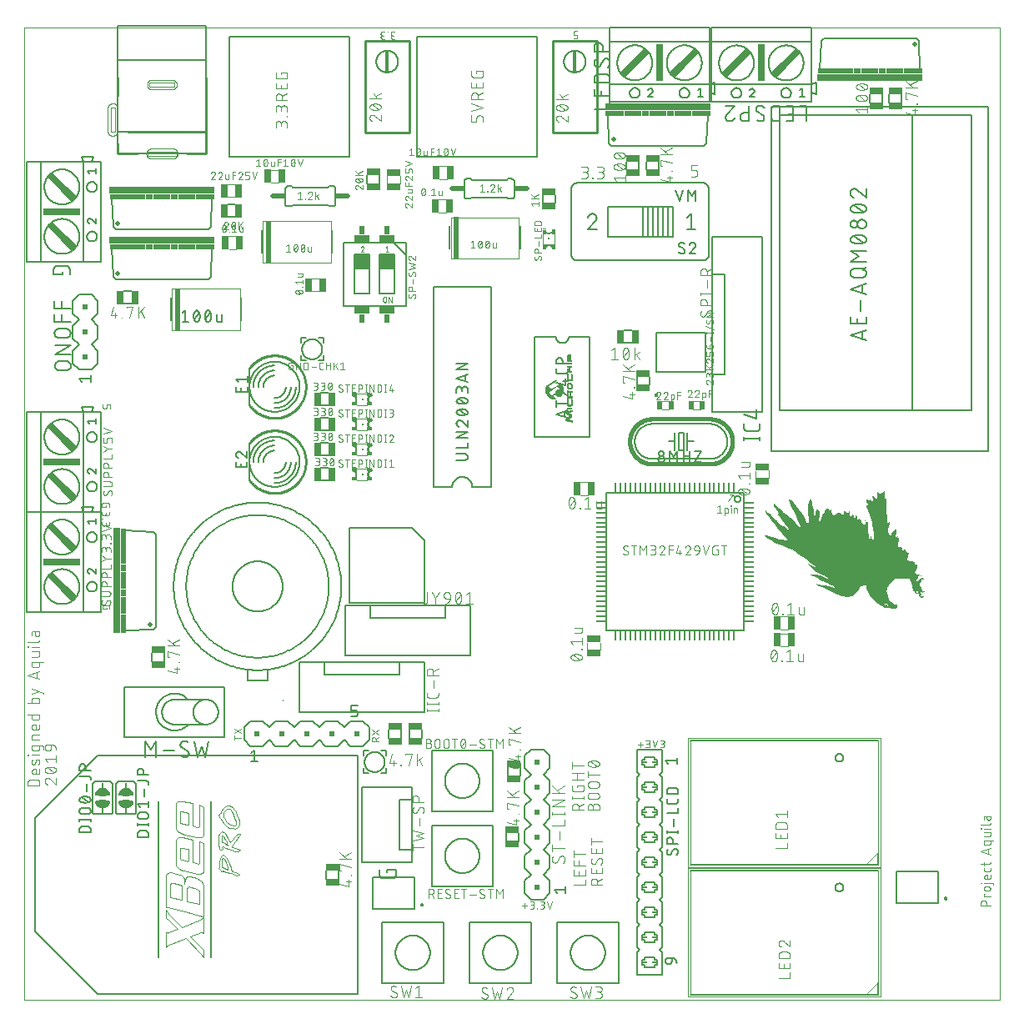
<source format=gto>
G04 EAGLE Gerber X2 export*
%TF.Part,Single*%
%TF.FileFunction,Other,Silk top*%
%TF.FilePolarity,Positive*%
%TF.GenerationSoftware,Autodesk,EAGLE,9.2.1*%
%TF.CreationDate,2019-04-01T06:43:25Z*%
G75*
%MOMM*%
%FSLAX34Y34*%
%LPD*%
%INSilk top*%
%IPPOS*%
%AMOC8*
5,1,8,0,0,1.08239X$1,22.5*%
G01*
%ADD10C,0.000000*%
%ADD11C,0.152400*%
%ADD12C,0.076200*%
%ADD13C,0.101600*%
%ADD14C,0.200000*%
%ADD15C,0.100000*%
%ADD16R,1.450100X0.750100*%
%ADD17R,0.750100X1.450100*%
%ADD18C,0.127000*%
%ADD19R,0.650000X1.400000*%
%ADD20R,1.400000X0.650000*%
%ADD21C,0.203200*%
%ADD22C,0.254000*%
%ADD23C,0.508000*%
%ADD24R,10.668000X0.762000*%
%ADD25R,1.905000X0.508000*%
%ADD26R,0.762000X0.508000*%
%ADD27R,1.778000X0.508000*%
%ADD28R,0.762000X10.668000*%
%ADD29R,0.508000X1.905000*%
%ADD30R,0.508000X0.762000*%
%ADD31R,0.508000X1.778000*%
%ADD32C,0.508000*%
%ADD33R,0.381000X0.508000*%
%ADD34R,0.300000X2.100000*%
%ADD35C,0.050800*%
%ADD36R,1.500000X0.750000*%
%ADD37R,1.500000X1.500000*%
%ADD38R,0.500000X0.950000*%
%ADD39R,0.500000X0.325000*%
%ADD40R,0.250000X0.150000*%
%ADD41R,0.175000X0.400000*%
%ADD42R,0.200000X0.200000*%
%ADD43R,0.300000X0.300000*%
%ADD44R,0.075000X0.325000*%
%ADD45C,0.609600*%
%ADD46R,3.810000X0.762000*%
%ADD47R,0.508000X0.508000*%
%ADD48C,0.400000*%
%ADD49C,0.050000*%
%ADD50R,0.325000X0.500000*%
%ADD51R,0.150000X0.250000*%
%ADD52R,0.400000X0.175000*%
%ADD53R,0.325000X0.075000*%
%ADD54R,0.150000X2.400000*%
%ADD55R,0.475000X4.250000*%
%ADD56C,0.177800*%
%ADD57R,0.220000X1.000000*%
%ADD58R,1.000000X0.220000*%
%ADD59R,0.508000X0.254000*%
%ADD60R,0.762000X3.810000*%
%ADD61R,0.500100X0.950000*%
%ADD62C,0.406400*%
%ADD63R,0.599500X0.193400*%
%ADD64R,0.174100X0.367400*%
%ADD65R,0.599500X0.212700*%
%ADD66R,0.193300X0.135400*%
%ADD67R,0.193400X0.135400*%

G36*
X883167Y409640D02*
X883167Y409640D01*
X883175Y409645D01*
X883188Y409644D01*
X884369Y409940D01*
X884378Y409947D01*
X884393Y409949D01*
X885068Y410285D01*
X885077Y410294D01*
X885093Y410301D01*
X885665Y410792D01*
X885671Y410803D01*
X885685Y410814D01*
X886120Y411430D01*
X886122Y411441D01*
X886131Y411452D01*
X886397Y412063D01*
X886397Y412072D01*
X886403Y412082D01*
X886566Y412728D01*
X886564Y412737D01*
X886569Y412748D01*
X886624Y413412D01*
X886622Y413417D01*
X886624Y413422D01*
X886624Y414385D01*
X886606Y414427D01*
X886589Y414470D01*
X886587Y414470D01*
X886586Y414473D01*
X886542Y414488D01*
X886500Y414504D01*
X886498Y414503D01*
X886496Y414504D01*
X886485Y414498D01*
X886427Y414475D01*
X885976Y414088D01*
X885487Y413771D01*
X885047Y413596D01*
X884581Y413536D01*
X884114Y413596D01*
X883675Y413771D01*
X882965Y414242D01*
X880086Y416401D01*
X879221Y417139D01*
X878505Y418014D01*
X877955Y419004D01*
X876700Y422301D01*
X875800Y425712D01*
X875598Y427381D01*
X875678Y429060D01*
X876037Y430702D01*
X876232Y431185D01*
X876506Y431635D01*
X877702Y433310D01*
X878897Y434746D01*
X880577Y436425D01*
X882259Y438109D01*
X882261Y438113D01*
X882266Y438116D01*
X882933Y438910D01*
X882935Y438919D01*
X882943Y438926D01*
X883478Y439813D01*
X883479Y439818D01*
X883482Y439821D01*
X883692Y440237D01*
X890344Y440237D01*
X892848Y439877D01*
X892853Y439879D01*
X892859Y439876D01*
X895394Y439756D01*
X895397Y439757D01*
X895400Y439756D01*
X898967Y439756D01*
X899058Y439683D01*
X899151Y439568D01*
X899678Y438648D01*
X900098Y437673D01*
X900260Y437097D01*
X900334Y436495D01*
X900408Y435884D01*
X900412Y435877D01*
X900411Y435867D01*
X900577Y435275D01*
X900582Y435269D01*
X900582Y435260D01*
X901301Y433578D01*
X901615Y432771D01*
X901778Y431920D01*
X902258Y429035D01*
X902264Y429027D01*
X902264Y429014D01*
X902356Y428760D01*
X902365Y428752D01*
X902369Y428736D01*
X902516Y428510D01*
X902525Y428504D01*
X902532Y428491D01*
X903254Y427767D01*
X903725Y427296D01*
X904006Y426864D01*
X904186Y426368D01*
X904372Y425859D01*
X904380Y425850D01*
X904384Y425834D01*
X904681Y425381D01*
X904692Y425373D01*
X904701Y425357D01*
X905027Y425065D01*
X905041Y425060D01*
X905055Y425046D01*
X905451Y424858D01*
X905465Y424858D01*
X905483Y424848D01*
X905739Y424807D01*
X905752Y424810D01*
X905771Y424806D01*
X906029Y424834D01*
X906041Y424841D01*
X906061Y424842D01*
X906302Y424938D01*
X906311Y424948D01*
X906330Y424954D01*
X906536Y425111D01*
X906540Y425118D01*
X906549Y425122D01*
X907029Y425605D01*
X907042Y425639D01*
X907062Y425669D01*
X907058Y425682D01*
X907063Y425694D01*
X907047Y425727D01*
X907039Y425762D01*
X907027Y425768D01*
X907021Y425780D01*
X906986Y425790D01*
X906955Y425808D01*
X906940Y425804D01*
X906930Y425807D01*
X906905Y425796D01*
X906879Y425789D01*
X906674Y425656D01*
X906457Y425592D01*
X906230Y425592D01*
X906013Y425656D01*
X905822Y425780D01*
X905555Y426084D01*
X905376Y426447D01*
X905335Y426670D01*
X905358Y426896D01*
X905444Y427106D01*
X905585Y427284D01*
X905820Y427450D01*
X906092Y427546D01*
X906380Y427562D01*
X906661Y427498D01*
X906937Y427346D01*
X907160Y427123D01*
X907318Y426835D01*
X907800Y425874D01*
X908121Y425197D01*
X908271Y424464D01*
X908393Y423709D01*
X908398Y423701D01*
X908397Y423690D01*
X908640Y422962D01*
X908646Y422956D01*
X908647Y422944D01*
X909003Y422265D01*
X909011Y422258D01*
X909016Y422246D01*
X909443Y421711D01*
X909453Y421706D01*
X909461Y421693D01*
X909996Y421266D01*
X910007Y421263D01*
X910018Y421252D01*
X910620Y420956D01*
X910631Y420956D01*
X910644Y420948D01*
X911295Y420785D01*
X911306Y420787D01*
X911320Y420782D01*
X911991Y420759D01*
X912004Y420764D01*
X912024Y420762D01*
X912316Y420835D01*
X912329Y420845D01*
X912353Y420851D01*
X912603Y421018D01*
X912612Y421032D01*
X912631Y421045D01*
X912633Y421046D01*
X912812Y421288D01*
X912814Y421297D01*
X912823Y421306D01*
X913063Y421786D01*
X913065Y421829D01*
X913071Y421872D01*
X913067Y421876D01*
X913068Y421881D01*
X913037Y421912D01*
X913010Y421945D01*
X913004Y421946D01*
X913001Y421950D01*
X912983Y421949D01*
X912933Y421956D01*
X912467Y421863D01*
X912003Y421863D01*
X911550Y421953D01*
X910929Y422230D01*
X910399Y422645D01*
X910312Y422775D01*
X910282Y422923D01*
X910312Y423071D01*
X910403Y423207D01*
X911117Y423920D01*
X911120Y423927D01*
X911127Y423930D01*
X911152Y424004D01*
X911152Y424244D01*
X911145Y424262D01*
X911142Y424293D01*
X909939Y426939D01*
X909937Y426941D01*
X909937Y426943D01*
X909737Y427344D01*
X910168Y426956D01*
X910177Y426953D01*
X910185Y426943D01*
X911211Y426308D01*
X911222Y426306D01*
X911233Y426297D01*
X911642Y426148D01*
X911654Y426148D01*
X911669Y426141D01*
X912101Y426091D01*
X912113Y426094D01*
X912129Y426091D01*
X912561Y426141D01*
X912572Y426147D01*
X912588Y426148D01*
X912997Y426297D01*
X913005Y426305D01*
X913021Y426309D01*
X913408Y426558D01*
X913414Y426568D01*
X913428Y426574D01*
X913753Y426900D01*
X913758Y426910D01*
X913769Y426919D01*
X914019Y427306D01*
X914020Y427312D01*
X914026Y427318D01*
X914267Y427798D01*
X914268Y427824D01*
X914279Y427848D01*
X914270Y427869D01*
X914272Y427893D01*
X914253Y427912D01*
X914243Y427936D01*
X914221Y427945D01*
X914205Y427961D01*
X914179Y427961D01*
X914154Y427970D01*
X914128Y427959D01*
X914109Y427959D01*
X914097Y427947D01*
X914082Y427941D01*
X913633Y427550D01*
X913145Y427239D01*
X912924Y427168D01*
X912698Y427182D01*
X912493Y427276D01*
X912328Y427446D01*
X911854Y428158D01*
X910429Y430292D01*
X910429Y431218D01*
X910423Y431233D01*
X910425Y431248D01*
X910398Y431288D01*
X910391Y431306D01*
X910386Y431307D01*
X910382Y431313D01*
X909432Y432029D01*
X909163Y432337D01*
X908982Y432701D01*
X908827Y433390D01*
X908827Y434098D01*
X908982Y434788D01*
X909462Y435793D01*
X910159Y436669D01*
X910877Y437386D01*
X910880Y437393D01*
X910887Y437396D01*
X910912Y437470D01*
X910912Y439095D01*
X911170Y439293D01*
X911510Y439434D01*
X911875Y439482D01*
X912239Y439434D01*
X912579Y439293D01*
X912877Y439064D01*
X913835Y438109D01*
X913861Y438098D01*
X913882Y438080D01*
X913904Y438082D01*
X913924Y438074D01*
X913949Y438086D01*
X913977Y438089D01*
X913990Y438106D01*
X914010Y438116D01*
X914018Y438143D01*
X914035Y438165D01*
X914032Y438191D01*
X914037Y438207D01*
X914029Y438224D01*
X914027Y438243D01*
X913621Y439127D01*
X913614Y439133D01*
X913610Y439145D01*
X913054Y439943D01*
X913044Y439949D01*
X913036Y439963D01*
X912628Y440334D01*
X912615Y440339D01*
X912602Y440353D01*
X912109Y440600D01*
X912095Y440601D01*
X912078Y440611D01*
X911537Y440716D01*
X911524Y440713D01*
X911508Y440718D01*
X910581Y440668D01*
X910571Y440663D01*
X910556Y440664D01*
X909660Y440419D01*
X909652Y440412D01*
X909637Y440410D01*
X908814Y439981D01*
X908807Y439972D01*
X908794Y439967D01*
X907999Y439318D01*
X907995Y439309D01*
X907983Y439301D01*
X907332Y438509D01*
X907330Y438503D01*
X907325Y438499D01*
X906458Y437197D01*
X905846Y438014D01*
X905750Y438231D01*
X905724Y438463D01*
X905770Y438691D01*
X905882Y438895D01*
X906062Y439065D01*
X907500Y440264D01*
X907503Y440269D01*
X907508Y440272D01*
X907751Y440515D01*
X907754Y440522D01*
X907761Y440525D01*
X907786Y440599D01*
X907786Y442943D01*
X908114Y443195D01*
X908536Y443370D01*
X908989Y443430D01*
X909441Y443370D01*
X909863Y443195D01*
X910231Y442912D01*
X910949Y442196D01*
X910978Y442184D01*
X911004Y442164D01*
X911021Y442167D01*
X911038Y442161D01*
X911066Y442175D01*
X911098Y442180D01*
X911108Y442195D01*
X911124Y442203D01*
X911133Y442233D01*
X911151Y442260D01*
X911147Y442280D01*
X911151Y442294D01*
X911142Y442314D01*
X911138Y442337D01*
X910743Y443066D01*
X910733Y443074D01*
X910726Y443091D01*
X910161Y443697D01*
X910149Y443702D01*
X910137Y443717D01*
X909438Y444162D01*
X909425Y444164D01*
X909411Y444175D01*
X908622Y444429D01*
X908609Y444428D01*
X908592Y444435D01*
X907764Y444483D01*
X907752Y444479D01*
X907734Y444481D01*
X906921Y444320D01*
X906915Y444316D01*
X906906Y444316D01*
X906281Y444108D01*
X906124Y444404D01*
X906116Y444410D01*
X906111Y444423D01*
X905835Y444761D01*
X905830Y444763D01*
X905827Y444769D01*
X903902Y446695D01*
X903891Y446700D01*
X903884Y446711D01*
X903826Y446725D01*
X903823Y446726D01*
X904634Y447737D01*
X904636Y447745D01*
X904644Y447752D01*
X905514Y449258D01*
X905515Y449266D01*
X905522Y449273D01*
X906167Y450888D01*
X906167Y450896D01*
X906172Y450905D01*
X906580Y452595D01*
X906579Y452599D01*
X906582Y452603D01*
X906822Y454044D01*
X906817Y454062D01*
X906822Y454079D01*
X906806Y454106D01*
X906798Y454137D01*
X906782Y454146D01*
X906773Y454161D01*
X906742Y454168D01*
X906714Y454183D01*
X906697Y454177D01*
X906679Y454181D01*
X906643Y454159D01*
X906624Y454152D01*
X906620Y454145D01*
X906612Y454140D01*
X905426Y452718D01*
X905171Y452590D01*
X905380Y454047D01*
X905369Y454086D01*
X905364Y454126D01*
X905357Y454131D01*
X905355Y454139D01*
X905319Y454158D01*
X905286Y454181D01*
X905276Y454180D01*
X905270Y454183D01*
X905251Y454176D01*
X905209Y454171D01*
X904351Y453743D01*
X904174Y454099D01*
X903936Y456004D01*
X903934Y456007D01*
X903935Y456009D01*
X903935Y456010D01*
X903935Y456012D01*
X903695Y457213D01*
X903687Y457225D01*
X903687Y457239D01*
X903661Y457263D01*
X903640Y457292D01*
X903626Y457294D01*
X903616Y457303D01*
X903581Y457300D01*
X903545Y457305D01*
X903535Y457296D01*
X903521Y457295D01*
X903484Y457254D01*
X903472Y457244D01*
X903471Y457240D01*
X903468Y457237D01*
X902849Y455790D01*
X902732Y456024D01*
X902494Y457926D01*
X902472Y457963D01*
X902453Y458002D01*
X902448Y458003D01*
X902445Y458008D01*
X902413Y458015D01*
X902376Y458028D01*
X902373Y458028D01*
X902371Y458027D01*
X902362Y458029D01*
X902357Y458027D01*
X902352Y458028D01*
X902337Y458018D01*
X902292Y457995D01*
X901707Y457411D01*
X901285Y458673D01*
X901260Y458701D01*
X901241Y458732D01*
X901229Y458735D01*
X901221Y458744D01*
X901184Y458744D01*
X901147Y458752D01*
X901136Y458745D01*
X901125Y458745D01*
X901112Y458730D01*
X901080Y458711D01*
X899963Y457367D01*
X899574Y457755D01*
X899568Y457758D01*
X899565Y457763D01*
X899559Y457766D01*
X899554Y457771D01*
X899119Y458051D01*
X899107Y458053D01*
X899093Y458064D01*
X898602Y458228D01*
X898589Y458226D01*
X898573Y458233D01*
X898057Y458271D01*
X898053Y458270D01*
X898048Y458271D01*
X896854Y458271D01*
X896795Y458281D01*
X896757Y458305D01*
X896733Y458342D01*
X896724Y458396D01*
X897203Y463187D01*
X897684Y466310D01*
X897683Y466313D01*
X897685Y466316D01*
X897671Y466358D01*
X897659Y466402D01*
X897656Y466404D01*
X897655Y466407D01*
X897615Y466426D01*
X897575Y466447D01*
X897572Y466446D01*
X897569Y466447D01*
X897494Y466423D01*
X896723Y465845D01*
X896723Y467050D01*
X896721Y467055D01*
X896723Y467059D01*
X896702Y467098D01*
X896685Y467138D01*
X896680Y467139D01*
X896678Y467144D01*
X896604Y467169D01*
X895253Y467169D01*
X894556Y469964D01*
X894545Y469978D01*
X894542Y469997D01*
X894516Y470015D01*
X894497Y470040D01*
X894479Y470041D01*
X894464Y470052D01*
X894422Y470046D01*
X894402Y470048D01*
X894396Y470043D01*
X894387Y470042D01*
X891657Y468678D01*
X891584Y469499D01*
X891580Y469507D01*
X891581Y469518D01*
X891339Y470488D01*
X891334Y470494D01*
X891333Y470505D01*
X890943Y471426D01*
X890935Y471433D01*
X890930Y471448D01*
X890701Y471771D01*
X890689Y471778D01*
X890679Y471795D01*
X890371Y472043D01*
X890357Y472047D01*
X890343Y472060D01*
X889979Y472216D01*
X889965Y472216D01*
X889948Y472225D01*
X889555Y472276D01*
X889542Y472272D01*
X889522Y472275D01*
X889131Y472218D01*
X889130Y472218D01*
X888711Y472153D01*
X888305Y472195D01*
X887923Y472338D01*
X887590Y472574D01*
X887327Y472886D01*
X887010Y473538D01*
X886852Y474245D01*
X886864Y474976D01*
X887584Y479534D01*
X888064Y482179D01*
X888064Y482180D01*
X888065Y482181D01*
X888053Y482227D01*
X888042Y482272D01*
X888041Y482272D01*
X888041Y482274D01*
X887999Y482296D01*
X887959Y482319D01*
X887958Y482318D01*
X887956Y482319D01*
X887881Y482299D01*
X887160Y481818D01*
X887157Y481814D01*
X887152Y481812D01*
X886263Y481102D01*
X887098Y483605D01*
X887096Y483625D01*
X887104Y483642D01*
X887092Y483670D01*
X887090Y483700D01*
X887074Y483712D01*
X887066Y483730D01*
X887038Y483740D01*
X887014Y483759D01*
X886995Y483755D01*
X886976Y483762D01*
X886939Y483746D01*
X886919Y483743D01*
X886914Y483735D01*
X886905Y483731D01*
X885830Y482749D01*
X885825Y482739D01*
X885813Y482731D01*
X884964Y481549D01*
X884963Y481543D01*
X884957Y481538D01*
X884233Y480270D01*
X884279Y481848D01*
X884696Y483857D01*
X885177Y485780D01*
X885176Y485783D01*
X885178Y485786D01*
X885419Y486987D01*
X885416Y487002D01*
X885420Y487015D01*
X885412Y487030D01*
X885412Y487057D01*
X885402Y487066D01*
X885399Y487080D01*
X885379Y487092D01*
X885375Y487099D01*
X885362Y487103D01*
X885342Y487122D01*
X885326Y487122D01*
X885316Y487128D01*
X885302Y487124D01*
X885301Y487125D01*
X885288Y487125D01*
X885284Y487123D01*
X885264Y487123D01*
X884732Y486945D01*
X884846Y487603D01*
X885172Y488407D01*
X885172Y488408D01*
X885172Y488409D01*
X885352Y488876D01*
X885352Y488888D01*
X885359Y488904D01*
X885420Y489400D01*
X885418Y489407D01*
X885421Y489415D01*
X885421Y490136D01*
X885403Y490177D01*
X885387Y490219D01*
X885384Y490221D01*
X885383Y490224D01*
X885340Y490238D01*
X885299Y490255D01*
X885295Y490254D01*
X885293Y490255D01*
X885280Y490248D01*
X885226Y490228D01*
X884105Y489295D01*
X884453Y490338D01*
X884451Y490357D01*
X884459Y490375D01*
X884447Y490403D01*
X884445Y490433D01*
X884429Y490445D01*
X884422Y490463D01*
X884393Y490473D01*
X884369Y490492D01*
X884350Y490489D01*
X884332Y490495D01*
X884294Y490479D01*
X884274Y490476D01*
X884269Y490468D01*
X884260Y490464D01*
X882560Y488922D01*
X882557Y488915D01*
X882548Y488909D01*
X881095Y487133D01*
X881092Y487125D01*
X881084Y487119D01*
X879910Y485147D01*
X879909Y485143D01*
X879905Y485139D01*
X879266Y483862D01*
X878496Y484816D01*
X877795Y486030D01*
X877294Y487339D01*
X877003Y488710D01*
X876944Y489993D01*
X877103Y491268D01*
X877478Y492506D01*
X878442Y495632D01*
X878441Y495636D01*
X878444Y495641D01*
X878925Y497807D01*
X878925Y497811D01*
X878927Y497815D01*
X878916Y497857D01*
X878907Y497901D01*
X878904Y497903D01*
X878903Y497907D01*
X878864Y497928D01*
X878826Y497951D01*
X878822Y497950D01*
X878818Y497952D01*
X878743Y497932D01*
X878025Y497451D01*
X877338Y497046D01*
X876602Y496741D01*
X876042Y496554D01*
X876042Y499755D01*
X876041Y499757D01*
X876042Y499760D01*
X875561Y510342D01*
X875558Y510348D01*
X875560Y510357D01*
X875320Y511799D01*
X875319Y511799D01*
X875319Y511800D01*
X874909Y514058D01*
X874840Y516348D01*
X875080Y521633D01*
X875078Y521638D01*
X875080Y521643D01*
X875061Y521681D01*
X875046Y521722D01*
X875041Y521724D01*
X875038Y521729D01*
X874997Y521741D01*
X874957Y521757D01*
X874952Y521755D01*
X874947Y521756D01*
X874877Y521722D01*
X873883Y520730D01*
X873936Y523327D01*
X873933Y523333D01*
X873935Y523342D01*
X873637Y526220D01*
X873635Y526223D01*
X873636Y526228D01*
X873155Y529114D01*
X873131Y529149D01*
X873112Y529187D01*
X873106Y529189D01*
X873102Y529194D01*
X873061Y529201D01*
X873020Y529212D01*
X873013Y529209D01*
X873008Y529210D01*
X872994Y529198D01*
X872950Y529176D01*
X872843Y529062D01*
X872731Y528943D01*
X872730Y528943D01*
X872618Y528824D01*
X872505Y528704D01*
X872393Y528585D01*
X872342Y528531D01*
X872338Y528521D01*
X872326Y528511D01*
X871871Y527751D01*
X871869Y527739D01*
X871860Y527727D01*
X871577Y526887D01*
X871578Y526876D01*
X871572Y526862D01*
X871485Y526056D01*
X870725Y527004D01*
X870719Y527007D01*
X870716Y527013D01*
X870678Y527028D01*
X870640Y527048D01*
X870634Y527046D01*
X870627Y527048D01*
X870555Y527020D01*
X870036Y526578D01*
X870032Y526570D01*
X870022Y526564D01*
X869586Y526052D01*
X869562Y526032D01*
X869551Y526029D01*
X869539Y526032D01*
X869514Y526053D01*
X868853Y526790D01*
X868843Y526795D01*
X868834Y526807D01*
X868026Y527392D01*
X868015Y527394D01*
X868004Y527405D01*
X867090Y527805D01*
X867078Y527805D01*
X867065Y527812D01*
X866088Y528010D01*
X866072Y528006D01*
X866049Y528011D01*
X865953Y527999D01*
X865936Y527989D01*
X865904Y527981D01*
X865822Y527929D01*
X865811Y527912D01*
X865785Y527892D01*
X865734Y527810D01*
X865731Y527790D01*
X865716Y527761D01*
X865705Y527664D01*
X865708Y527652D01*
X865705Y527635D01*
X865945Y525715D01*
X866032Y524518D01*
X865952Y523324D01*
X865708Y522155D01*
X865520Y521670D01*
X865248Y521235D01*
X865113Y521114D01*
X864949Y521051D01*
X864773Y521051D01*
X864609Y521114D01*
X864473Y521237D01*
X864089Y521801D01*
X863765Y522417D01*
X863762Y522419D01*
X863761Y522422D01*
X863512Y522838D01*
X863502Y522845D01*
X863496Y522860D01*
X863160Y523210D01*
X863149Y523214D01*
X863139Y523227D01*
X862734Y523493D01*
X862722Y523495D01*
X862710Y523505D01*
X862256Y523675D01*
X862250Y523674D01*
X862243Y523679D01*
X861283Y523919D01*
X861253Y523914D01*
X861223Y523918D01*
X861208Y523906D01*
X861189Y523903D01*
X861172Y523877D01*
X861148Y523858D01*
X861145Y523836D01*
X861136Y523823D01*
X861141Y523806D01*
X861137Y523781D01*
X861675Y520925D01*
X861855Y518027D01*
X861855Y517601D01*
X861854Y517601D01*
X861849Y517602D01*
X861829Y517624D01*
X861026Y518875D01*
X861017Y518882D01*
X861010Y518895D01*
X859952Y519953D01*
X859942Y519958D01*
X859932Y519969D01*
X858672Y520777D01*
X858667Y520778D01*
X858661Y520784D01*
X858180Y521024D01*
X858148Y521025D01*
X858118Y521036D01*
X858102Y521028D01*
X858085Y521029D01*
X858062Y521006D01*
X858033Y520991D01*
X858027Y520972D01*
X858016Y520962D01*
X858017Y520944D01*
X858008Y520917D01*
X858008Y519956D01*
X858012Y519946D01*
X858010Y519933D01*
X858180Y519087D01*
X855802Y521246D01*
X855795Y521249D01*
X855791Y521255D01*
X855751Y521264D01*
X855712Y521277D01*
X855705Y521273D01*
X855698Y521275D01*
X855631Y521235D01*
X855350Y520901D01*
X855347Y520889D01*
X855336Y520878D01*
X855136Y520491D01*
X855135Y520479D01*
X855126Y520465D01*
X854890Y519517D01*
X854892Y519505D01*
X854887Y519489D01*
X854882Y518513D01*
X854886Y518502D01*
X854885Y518486D01*
X855050Y517740D01*
X855056Y517731D01*
X855058Y517717D01*
X855373Y517021D01*
X855376Y517019D01*
X855376Y517015D01*
X858261Y511487D01*
X859692Y508386D01*
X859692Y508348D01*
X855102Y515689D01*
X855085Y515701D01*
X855075Y515719D01*
X855069Y515721D01*
X855065Y515726D01*
X855044Y515730D01*
X855042Y515731D01*
X855023Y515743D01*
X855012Y515741D01*
X855001Y515745D01*
X854988Y515739D01*
X854971Y515741D01*
X854953Y515727D01*
X854930Y515722D01*
X854924Y515711D01*
X854914Y515706D01*
X854909Y515693D01*
X854896Y515682D01*
X854891Y515655D01*
X854882Y515639D01*
X854886Y515625D01*
X854882Y515616D01*
X854885Y515612D01*
X854884Y515605D01*
X855316Y513159D01*
X855320Y513152D01*
X855320Y513143D01*
X856089Y510780D01*
X856090Y510778D01*
X856090Y510775D01*
X859216Y502360D01*
X860177Y499482D01*
X860681Y497476D01*
X860894Y495415D01*
X861046Y493482D01*
X861048Y493478D01*
X861047Y493471D01*
X861376Y491558D01*
X862338Y485553D01*
X862811Y476797D01*
X862605Y477072D01*
X862291Y477701D01*
X862090Y478381D01*
X861851Y479577D01*
X861846Y479585D01*
X861847Y479593D01*
X861819Y479623D01*
X861796Y479656D01*
X861788Y479657D01*
X861782Y479663D01*
X861742Y479663D01*
X861702Y479669D01*
X861695Y479663D01*
X861686Y479663D01*
X861629Y479610D01*
X861470Y479313D01*
X861469Y479300D01*
X861460Y479286D01*
X861378Y478959D01*
X861380Y478946D01*
X861374Y478930D01*
X861375Y478599D01*
X861368Y478536D01*
X861346Y478501D01*
X861310Y478478D01*
X861268Y478474D01*
X861205Y478496D01*
X861157Y478544D01*
X861130Y478621D01*
X860892Y480523D01*
X860892Y480757D01*
X860890Y480762D01*
X860892Y480769D01*
X860886Y480828D01*
X860876Y480845D01*
X860866Y480882D01*
X860834Y480931D01*
X860817Y480942D01*
X860791Y480970D01*
X860738Y480998D01*
X860718Y481000D01*
X860682Y481012D01*
X860623Y481012D01*
X860604Y481004D01*
X860567Y480998D01*
X860514Y480970D01*
X860502Y480955D01*
X860471Y480931D01*
X860439Y480882D01*
X860435Y480862D01*
X860419Y480828D01*
X860413Y480769D01*
X860414Y480768D01*
X860413Y480766D01*
X860408Y480697D01*
X860386Y480662D01*
X860351Y480640D01*
X860309Y480636D01*
X860246Y480660D01*
X860197Y480710D01*
X860167Y480791D01*
X859687Y482949D01*
X859678Y482962D01*
X859673Y482985D01*
X859639Y483040D01*
X859623Y483051D01*
X859596Y483082D01*
X859540Y483113D01*
X859520Y483115D01*
X859482Y483128D01*
X859417Y483128D01*
X859399Y483120D01*
X859359Y483113D01*
X859303Y483082D01*
X859291Y483066D01*
X859260Y483040D01*
X859226Y482985D01*
X859224Y482968D01*
X859211Y482946D01*
X858954Y481635D01*
X858956Y481625D01*
X858952Y481611D01*
X858969Y480283D01*
X858962Y480220D01*
X858940Y480184D01*
X858904Y480161D01*
X858857Y480156D01*
X858417Y480273D01*
X858024Y480513D01*
X857717Y480856D01*
X857519Y481277D01*
X857293Y482282D01*
X857213Y483315D01*
X857285Y484351D01*
X857524Y486032D01*
X857518Y486054D01*
X857522Y486077D01*
X857506Y486098D01*
X857498Y486124D01*
X857478Y486135D01*
X857464Y486153D01*
X857437Y486156D01*
X857413Y486168D01*
X857392Y486160D01*
X857369Y486162D01*
X857342Y486142D01*
X857324Y486135D01*
X857317Y486123D01*
X857307Y486115D01*
X856543Y484967D01*
X856321Y488698D01*
X856321Y495187D01*
X856321Y495188D01*
X856321Y495190D01*
X856278Y497118D01*
X856276Y497122D01*
X856278Y497128D01*
X856081Y499046D01*
X856080Y499048D01*
X856080Y499051D01*
X855840Y500736D01*
X855819Y500770D01*
X855802Y500807D01*
X855794Y500810D01*
X855790Y500817D01*
X855750Y500825D01*
X855711Y500838D01*
X855704Y500834D01*
X855696Y500835D01*
X855663Y500811D01*
X855628Y500792D01*
X855625Y500783D01*
X855619Y500779D01*
X855613Y500748D01*
X855603Y500718D01*
X855624Y498673D01*
X855364Y496648D01*
X855227Y495961D01*
X855003Y496826D01*
X854997Y496834D01*
X854996Y496847D01*
X854388Y498124D01*
X854384Y498128D01*
X854382Y498134D01*
X853661Y499335D01*
X853645Y499347D01*
X853644Y499348D01*
X853642Y499349D01*
X853631Y499357D01*
X853605Y499384D01*
X853593Y499384D01*
X853583Y499391D01*
X853547Y499383D01*
X853510Y499383D01*
X853502Y499374D01*
X853490Y499371D01*
X853471Y499339D01*
X853446Y499311D01*
X853446Y499298D01*
X853441Y499289D01*
X853447Y499261D01*
X853447Y499233D01*
X853953Y497839D01*
X854160Y496384D01*
X854141Y496155D01*
X854069Y495937D01*
X853947Y495744D01*
X853678Y495493D01*
X853350Y495330D01*
X852990Y495265D01*
X852623Y495304D01*
X852030Y495513D01*
X851481Y495826D01*
X850998Y496232D01*
X850186Y497227D01*
X849578Y498364D01*
X848378Y501245D01*
X848365Y501257D01*
X848360Y501274D01*
X848332Y501289D01*
X848309Y501311D01*
X848291Y501310D01*
X848275Y501318D01*
X848245Y501307D01*
X848214Y501305D01*
X848202Y501291D01*
X848186Y501285D01*
X848166Y501246D01*
X848153Y501231D01*
X848154Y501223D01*
X848150Y501216D01*
X847964Y499910D01*
X847413Y501012D01*
X847396Y501026D01*
X847387Y501047D01*
X847361Y501056D01*
X847339Y501074D01*
X847317Y501071D01*
X847297Y501078D01*
X847272Y501065D01*
X847244Y501061D01*
X847232Y501043D01*
X847212Y501033D01*
X847201Y500999D01*
X847189Y500983D01*
X847191Y500971D01*
X847187Y500959D01*
X847187Y499761D01*
X847179Y499676D01*
X847147Y499617D01*
X847094Y499576D01*
X847030Y499559D01*
X846964Y499569D01*
X846902Y499607D01*
X846181Y500434D01*
X845625Y501388D01*
X845256Y502434D01*
X844777Y504354D01*
X844754Y504383D01*
X844738Y504416D01*
X844726Y504420D01*
X844718Y504430D01*
X844681Y504433D01*
X844646Y504443D01*
X844634Y504437D01*
X844623Y504438D01*
X844608Y504425D01*
X844576Y504409D01*
X844188Y504014D01*
X844184Y504004D01*
X844173Y503995D01*
X843875Y503529D01*
X843873Y503518D01*
X843864Y503507D01*
X843669Y502989D01*
X843670Y502978D01*
X843663Y502965D01*
X843580Y502419D01*
X843550Y502258D01*
X843484Y502123D01*
X843443Y502078D01*
X843385Y502014D01*
X843306Y501970D01*
X843219Y501954D01*
X843131Y501970D01*
X843050Y502016D01*
X842588Y502476D01*
X842253Y502969D01*
X842019Y503516D01*
X841892Y504110D01*
X841891Y504111D01*
X841891Y504113D01*
X841807Y504468D01*
X841799Y504477D01*
X841797Y504494D01*
X841633Y504820D01*
X841624Y504828D01*
X841618Y504843D01*
X841383Y505123D01*
X841370Y505129D01*
X841356Y505146D01*
X841245Y505217D01*
X841228Y505220D01*
X841204Y505234D01*
X841075Y505259D01*
X841057Y505255D01*
X841030Y505259D01*
X840900Y505234D01*
X840885Y505224D01*
X840859Y505217D01*
X840748Y505146D01*
X840738Y505132D01*
X840716Y505117D01*
X840554Y504897D01*
X840550Y504881D01*
X840536Y504861D01*
X840458Y504599D01*
X840458Y504597D01*
X840456Y504594D01*
X840300Y503976D01*
X839995Y503435D01*
X839830Y503271D01*
X839624Y503162D01*
X839397Y503116D01*
X839165Y503138D01*
X838950Y503226D01*
X838645Y503470D01*
X838422Y503790D01*
X838299Y504161D01*
X838285Y504564D01*
X838325Y505279D01*
X838323Y505285D01*
X838325Y505293D01*
X838285Y506014D01*
X838284Y506016D01*
X838285Y506020D01*
X838046Y508172D01*
X838053Y508243D01*
X838047Y508261D01*
X838047Y508295D01*
X838019Y508374D01*
X838006Y508388D01*
X837991Y508418D01*
X837932Y508477D01*
X837914Y508484D01*
X837888Y508505D01*
X837809Y508533D01*
X837789Y508532D01*
X837757Y508539D01*
X837673Y508531D01*
X837658Y508522D01*
X837631Y508518D01*
X837424Y508409D01*
X837415Y508397D01*
X837395Y508388D01*
X837230Y508223D01*
X837225Y508209D01*
X837209Y508194D01*
X837100Y507987D01*
X837100Y507983D01*
X837096Y507978D01*
X836890Y507489D01*
X836627Y507039D01*
X836423Y506791D01*
X836180Y506590D01*
X835919Y506467D01*
X835636Y506428D01*
X835355Y506475D01*
X835100Y506604D01*
X834892Y506808D01*
X833938Y508238D01*
X833935Y508240D01*
X833933Y508245D01*
X833619Y508652D01*
X833608Y508658D01*
X833598Y508673D01*
X833191Y508987D01*
X833176Y508991D01*
X833159Y509005D01*
X833002Y509063D01*
X832985Y509062D01*
X832961Y509070D01*
X832794Y509070D01*
X832778Y509063D01*
X832753Y509063D01*
X832596Y509005D01*
X832584Y508994D01*
X832562Y508986D01*
X832330Y508799D01*
X832323Y508785D01*
X832306Y508772D01*
X832140Y508524D01*
X832137Y508509D01*
X832125Y508492D01*
X832040Y508206D01*
X832041Y508194D01*
X832035Y508180D01*
X831969Y507218D01*
X831971Y507211D01*
X831969Y507202D01*
X832035Y506245D01*
X832031Y506007D01*
X831960Y505794D01*
X831828Y505612D01*
X831545Y505403D01*
X831212Y505292D01*
X830861Y505289D01*
X830523Y505395D01*
X829893Y505796D01*
X829352Y506333D01*
X828803Y506879D01*
X828793Y506883D01*
X828784Y506895D01*
X828131Y507311D01*
X828117Y507314D01*
X828100Y507325D01*
X827843Y507401D01*
X827826Y507398D01*
X827802Y507405D01*
X827534Y507387D01*
X827519Y507379D01*
X827494Y507377D01*
X827249Y507267D01*
X827238Y507254D01*
X827215Y507244D01*
X827023Y507056D01*
X827022Y507056D01*
X827022Y507055D01*
X826904Y506938D01*
X826773Y506872D01*
X826612Y506850D01*
X826100Y506803D01*
X826089Y506797D01*
X826073Y506797D01*
X825583Y506633D01*
X825574Y506625D01*
X825558Y506622D01*
X825119Y506349D01*
X825113Y506340D01*
X825099Y506333D01*
X824679Y505923D01*
X824675Y505913D01*
X824663Y505904D01*
X824338Y505416D01*
X824336Y505405D01*
X824327Y505394D01*
X824111Y504854D01*
X824044Y504722D01*
X823945Y504636D01*
X823821Y504595D01*
X823690Y504604D01*
X823554Y504671D01*
X823214Y504852D01*
X823198Y504853D01*
X823177Y504864D01*
X822796Y504927D01*
X822781Y504923D01*
X822758Y504927D01*
X822377Y504864D01*
X822363Y504855D01*
X822340Y504852D01*
X822002Y504672D01*
X821874Y504612D01*
X821756Y504612D01*
X821643Y504665D01*
X821155Y505122D01*
X820763Y505671D01*
X820483Y506294D01*
X819763Y508211D01*
X819571Y508821D01*
X819493Y509448D01*
X819529Y510090D01*
X819526Y510098D01*
X819529Y510108D01*
X819520Y510205D01*
X819510Y510222D01*
X819503Y510257D01*
X819451Y510340D01*
X819435Y510351D01*
X819413Y510378D01*
X819330Y510430D01*
X819310Y510433D01*
X819278Y510447D01*
X819181Y510456D01*
X819165Y510451D01*
X819140Y510453D01*
X818788Y510362D01*
X818779Y510356D01*
X818764Y510354D01*
X818439Y510191D01*
X818432Y510183D01*
X818417Y510178D01*
X818135Y509952D01*
X817941Y509810D01*
X817728Y509738D01*
X817504Y509734D01*
X817366Y509776D01*
X817250Y509860D01*
X817166Y509976D01*
X817119Y510128D01*
X817034Y510495D01*
X817028Y510503D01*
X817027Y510517D01*
X816873Y510865D01*
X816864Y510874D01*
X816858Y510890D01*
X816655Y511153D01*
X816642Y511160D01*
X816630Y511177D01*
X816359Y511369D01*
X816344Y511372D01*
X816327Y511385D01*
X816012Y511490D01*
X815997Y511489D01*
X815978Y511497D01*
X815646Y511505D01*
X815632Y511500D01*
X815611Y511501D01*
X815290Y511413D01*
X815280Y511405D01*
X815263Y511402D01*
X814612Y511034D01*
X814606Y511026D01*
X814593Y511021D01*
X814024Y510534D01*
X814020Y510525D01*
X814008Y510518D01*
X813544Y509931D01*
X813543Y509925D01*
X813537Y509920D01*
X812336Y507997D01*
X811665Y507006D01*
X810900Y506083D01*
X810900Y506081D01*
X810898Y506080D01*
X810387Y505425D01*
X810385Y505417D01*
X810377Y505410D01*
X809973Y504683D01*
X809972Y504675D01*
X809965Y504666D01*
X809679Y503886D01*
X809679Y503883D01*
X809677Y503879D01*
X808238Y499078D01*
X808092Y498791D01*
X807870Y498569D01*
X807591Y498429D01*
X807436Y498409D01*
X807286Y498444D01*
X807157Y498529D01*
X807067Y498655D01*
X807024Y498809D01*
X807024Y500231D01*
X807265Y503353D01*
X807265Y503354D01*
X807265Y503355D01*
X807505Y507204D01*
X807503Y507210D01*
X807505Y507218D01*
X807478Y507690D01*
X807473Y507701D01*
X807473Y507718D01*
X807338Y508171D01*
X807331Y508180D01*
X807328Y508196D01*
X807092Y508607D01*
X807082Y508614D01*
X807076Y508629D01*
X806752Y508975D01*
X806346Y509406D01*
X806047Y509917D01*
X806046Y509918D01*
X806046Y509919D01*
X805867Y510216D01*
X805857Y510223D01*
X805849Y510239D01*
X805603Y510484D01*
X805591Y510489D01*
X805579Y510502D01*
X805281Y510680D01*
X805266Y510681D01*
X805247Y510693D01*
X805046Y510741D01*
X805029Y510737D01*
X805002Y510743D01*
X804797Y510714D01*
X804782Y510705D01*
X804756Y510700D01*
X804575Y510600D01*
X804564Y510586D01*
X804541Y510572D01*
X804408Y510413D01*
X804405Y510401D01*
X804392Y510388D01*
X804113Y509803D01*
X804112Y509796D01*
X804107Y509788D01*
X803906Y509171D01*
X803906Y509165D01*
X803902Y509159D01*
X803601Y507726D01*
X803602Y507721D01*
X803599Y507716D01*
X803421Y506265D01*
X803304Y505597D01*
X803069Y504969D01*
X802723Y504400D01*
X802615Y504294D01*
X802483Y504228D01*
X802340Y504206D01*
X802199Y504234D01*
X802082Y504312D01*
X802004Y504428D01*
X801973Y504577D01*
X801973Y507211D01*
X801971Y507215D01*
X801973Y507221D01*
X801910Y507952D01*
X801906Y507959D01*
X801907Y507970D01*
X801730Y508682D01*
X801729Y508683D01*
X801729Y508684D01*
X801415Y509864D01*
X801252Y511074D01*
X801088Y512292D01*
X801085Y512298D01*
X801085Y512307D01*
X800768Y513494D01*
X800766Y513496D01*
X800766Y513501D01*
X800286Y514939D01*
X799975Y516116D01*
X799809Y517326D01*
X799809Y517327D01*
X799809Y517328D01*
X799645Y518427D01*
X799641Y518434D01*
X799641Y518444D01*
X799322Y519509D01*
X799315Y519518D01*
X799313Y519532D01*
X799021Y520064D01*
X799009Y520073D01*
X799001Y520091D01*
X798572Y520520D01*
X798558Y520526D01*
X798543Y520542D01*
X798203Y520721D01*
X798187Y520722D01*
X798166Y520733D01*
X797786Y520795D01*
X797778Y520793D01*
X797767Y520796D01*
X797527Y520796D01*
X797493Y520781D01*
X797457Y520773D01*
X797449Y520762D01*
X797439Y520758D01*
X797433Y520739D01*
X797412Y520709D01*
X796514Y517502D01*
X796514Y517496D01*
X796511Y517489D01*
X795964Y514204D01*
X795966Y514198D01*
X795963Y514191D01*
X795744Y510223D01*
X795745Y510219D01*
X795744Y510216D01*
X795745Y510215D01*
X795744Y510209D01*
X795963Y506241D01*
X795963Y506240D01*
X796256Y502042D01*
X796206Y497845D01*
X796139Y497493D01*
X795983Y497178D01*
X795882Y497070D01*
X795823Y497007D01*
X795620Y496893D01*
X795391Y496847D01*
X795160Y496873D01*
X794944Y496971D01*
X794303Y497494D01*
X793778Y498141D01*
X793247Y499059D01*
X792828Y500037D01*
X792108Y502198D01*
X792105Y502201D01*
X792105Y502206D01*
X791516Y503601D01*
X791509Y503608D01*
X791505Y503622D01*
X790652Y504872D01*
X790648Y504875D01*
X790646Y504880D01*
X789683Y506082D01*
X788005Y508242D01*
X786564Y510402D01*
X785685Y511783D01*
X785679Y511787D01*
X785676Y511795D01*
X784633Y513059D01*
X784632Y513059D01*
X784632Y513060D01*
X783744Y514100D01*
X782954Y515215D01*
X782952Y515217D01*
X782950Y515220D01*
X781989Y516423D01*
X781989Y516424D01*
X781988Y516424D01*
X781170Y517428D01*
X780557Y518568D01*
X780556Y518570D01*
X780555Y518572D01*
X780264Y519073D01*
X780253Y519081D01*
X780245Y519097D01*
X779835Y519508D01*
X779823Y519512D01*
X779811Y519526D01*
X779310Y519818D01*
X779299Y519819D01*
X779288Y519828D01*
X777124Y520549D01*
X777119Y520549D01*
X777115Y520552D01*
X776153Y520793D01*
X776113Y520786D01*
X776072Y520784D01*
X776067Y520778D01*
X776059Y520777D01*
X776037Y520743D01*
X776010Y520712D01*
X776010Y520703D01*
X776006Y520697D01*
X776011Y520678D01*
X776013Y520634D01*
X778899Y513180D01*
X778903Y513176D01*
X778903Y513170D01*
X782029Y506918D01*
X783605Y503735D01*
X784911Y500432D01*
X784912Y500431D01*
X784912Y500429D01*
X787074Y495380D01*
X787077Y495378D01*
X787077Y495374D01*
X788038Y493457D01*
X788268Y492765D01*
X788265Y492719D01*
X788244Y492685D01*
X788210Y492664D01*
X788161Y492661D01*
X787073Y492962D01*
X786040Y493439D01*
X785096Y494077D01*
X784345Y494750D01*
X783671Y495502D01*
X781751Y498143D01*
X781750Y498144D01*
X781749Y498146D01*
X780065Y500309D01*
X780056Y500314D01*
X780050Y500325D01*
X779273Y501015D01*
X779271Y501016D01*
X779270Y501018D01*
X779260Y501021D01*
X779252Y501030D01*
X778348Y501543D01*
X778346Y501543D01*
X778344Y501545D01*
X777725Y501863D01*
X777163Y502252D01*
X776759Y502667D01*
X776469Y503179D01*
X776266Y503563D01*
X776257Y503570D01*
X776253Y503583D01*
X775976Y503921D01*
X775971Y503923D01*
X775968Y503929D01*
X774764Y505130D01*
X774759Y505133D01*
X774755Y505139D01*
X774472Y505368D01*
X774461Y505371D01*
X774450Y505381D01*
X774125Y505544D01*
X774114Y505545D01*
X774101Y505553D01*
X773750Y505642D01*
X773134Y505806D01*
X772583Y506107D01*
X771463Y507001D01*
X770444Y508009D01*
X770313Y508200D01*
X770242Y508415D01*
X770231Y508658D01*
X770229Y508662D01*
X770230Y508668D01*
X770218Y508763D01*
X770208Y508780D01*
X770200Y508812D01*
X770149Y508893D01*
X770133Y508904D01*
X770112Y508930D01*
X770031Y508981D01*
X770012Y508984D01*
X769982Y508999D01*
X769887Y509011D01*
X769885Y509011D01*
X769882Y509012D01*
X769718Y509026D01*
X769590Y509090D01*
X769483Y509210D01*
X768958Y509883D01*
X768947Y509889D01*
X768937Y509904D01*
X768261Y510431D01*
X768257Y510432D01*
X768254Y510436D01*
X766761Y511439D01*
X765383Y512588D01*
X764377Y513615D01*
X763472Y514740D01*
X763469Y514741D01*
X763467Y514745D01*
X762997Y515265D01*
X762987Y515269D01*
X762978Y515281D01*
X762408Y515689D01*
X762397Y515691D01*
X762386Y515702D01*
X761742Y515979D01*
X761737Y515979D01*
X761733Y515982D01*
X761012Y516222D01*
X761001Y516221D01*
X760989Y516227D01*
X760905Y516238D01*
X760886Y516232D01*
X760852Y516232D01*
X760772Y516205D01*
X760757Y516192D01*
X760726Y516177D01*
X760666Y516117D01*
X760659Y516099D01*
X760638Y516072D01*
X760610Y515992D01*
X760612Y515972D01*
X760605Y515943D01*
X760604Y515940D01*
X760605Y515940D01*
X760604Y515938D01*
X760615Y515855D01*
X760621Y515844D01*
X760621Y515827D01*
X761343Y513902D01*
X761346Y513899D01*
X761347Y513894D01*
X762209Y512037D01*
X762213Y512033D01*
X762215Y512025D01*
X763277Y510275D01*
X763282Y510271D01*
X763285Y510264D01*
X764968Y508099D01*
X765680Y507148D01*
X765907Y506694D01*
X765924Y506588D01*
X765899Y506491D01*
X765837Y506412D01*
X765727Y506354D01*
X765624Y506304D01*
X765613Y506291D01*
X765592Y506281D01*
X765509Y506197D01*
X765503Y506182D01*
X765486Y506165D01*
X765435Y506059D01*
X765434Y506044D01*
X765424Y506024D01*
X765372Y505664D01*
X765376Y505650D01*
X765372Y505630D01*
X765424Y505269D01*
X765430Y505259D01*
X765431Y505242D01*
X765628Y504740D01*
X765635Y504734D01*
X765637Y504721D01*
X765921Y504262D01*
X765925Y504260D01*
X765927Y504253D01*
X769535Y499444D01*
X772181Y495837D01*
X772182Y495837D01*
X772182Y495836D01*
X775308Y491749D01*
X775315Y491745D01*
X775319Y491737D01*
X776037Y491017D01*
X776162Y490870D01*
X776224Y490705D01*
X776224Y490529D01*
X776162Y490364D01*
X776047Y490230D01*
X775914Y490155D01*
X775764Y490129D01*
X775613Y490155D01*
X775469Y490236D01*
X773314Y491913D01*
X772548Y492573D01*
X771886Y493340D01*
X771883Y493342D01*
X771880Y493346D01*
X771691Y493536D01*
X771677Y493541D01*
X771663Y493557D01*
X771427Y493683D01*
X771412Y493684D01*
X771394Y493695D01*
X771131Y493748D01*
X771116Y493744D01*
X771096Y493749D01*
X770829Y493724D01*
X770816Y493716D01*
X770795Y493715D01*
X770548Y493613D01*
X770538Y493603D01*
X770519Y493597D01*
X770197Y493343D01*
X770191Y493331D01*
X770176Y493321D01*
X769930Y492993D01*
X769927Y492980D01*
X769914Y492966D01*
X769764Y492593D01*
X769752Y492571D01*
X769751Y492571D01*
X769745Y492581D01*
X769509Y494003D01*
X769504Y494009D01*
X769504Y494020D01*
X769466Y494137D01*
X769453Y494152D01*
X769437Y494185D01*
X769349Y494271D01*
X769331Y494279D01*
X769301Y494300D01*
X769184Y494338D01*
X769177Y494337D01*
X769168Y494342D01*
X768497Y494457D01*
X767869Y494693D01*
X767297Y495043D01*
X766451Y495790D01*
X765736Y496664D01*
X765165Y497650D01*
X765165Y497651D01*
X764725Y498392D01*
X764717Y498398D01*
X764712Y498410D01*
X764145Y499059D01*
X764136Y499063D01*
X764129Y499074D01*
X763453Y499609D01*
X763452Y499609D01*
X763451Y499610D01*
X762436Y500379D01*
X761540Y501282D01*
X760407Y502441D01*
X760400Y502443D01*
X760397Y502449D01*
X760395Y502451D01*
X759126Y503454D01*
X758830Y503710D01*
X758601Y504016D01*
X758437Y504374D01*
X758169Y504971D01*
X758161Y504978D01*
X758157Y504992D01*
X757776Y505525D01*
X757767Y505530D01*
X757761Y505543D01*
X757282Y505990D01*
X757273Y505994D01*
X757264Y506005D01*
X756707Y506349D01*
X756705Y506350D01*
X756704Y506351D01*
X755958Y506781D01*
X755278Y507303D01*
X753363Y508977D01*
X753245Y509114D01*
X753236Y509119D01*
X753232Y509127D01*
X753221Y509131D01*
X753208Y509143D01*
X753039Y509228D01*
X753021Y509229D01*
X752994Y509240D01*
X752805Y509253D01*
X752787Y509247D01*
X752756Y509246D01*
X752642Y509204D01*
X752628Y509191D01*
X752599Y509177D01*
X752514Y509091D01*
X752507Y509073D01*
X752486Y509047D01*
X752445Y508934D01*
X752446Y508917D01*
X752438Y508893D01*
X752438Y508412D01*
X752443Y508400D01*
X752441Y508383D01*
X752681Y507422D01*
X752688Y507414D01*
X752689Y507400D01*
X753295Y506127D01*
X753303Y506121D01*
X753307Y506108D01*
X754145Y504975D01*
X754147Y504974D01*
X754147Y504972D01*
X756789Y501606D01*
X758488Y499355D01*
X758493Y499353D01*
X758496Y499346D01*
X760405Y497269D01*
X761793Y495769D01*
X763042Y494151D01*
X764648Y492044D01*
X764651Y492041D01*
X764654Y492037D01*
X766414Y490058D01*
X767070Y489268D01*
X767605Y488390D01*
X768365Y487132D01*
X768371Y487127D01*
X768375Y487118D01*
X769298Y485974D01*
X769303Y485971D01*
X769307Y485965D01*
X772670Y482601D01*
X773874Y481266D01*
X774816Y479739D01*
X775043Y479286D01*
X775043Y479188D01*
X773840Y479131D01*
X772530Y479193D01*
X769651Y479672D01*
X769649Y479671D01*
X769648Y479672D01*
X767964Y479915D01*
X767952Y479912D01*
X767935Y479916D01*
X767437Y479865D01*
X767424Y479858D01*
X767403Y479857D01*
X766940Y479664D01*
X766493Y479479D01*
X766030Y479435D01*
X765804Y479487D01*
X765611Y479613D01*
X765472Y479798D01*
X765406Y480019D01*
X765421Y480267D01*
X765434Y480382D01*
X765431Y480394D01*
X765434Y480410D01*
X765420Y480529D01*
X765413Y480541D01*
X765413Y480542D01*
X765413Y480543D01*
X765411Y480563D01*
X765364Y480672D01*
X765351Y480684D01*
X765339Y480708D01*
X765255Y480792D01*
X765239Y480799D01*
X765219Y480817D01*
X765111Y480866D01*
X765103Y480866D01*
X765094Y480872D01*
X759082Y482555D01*
X759081Y482555D01*
X753789Y483999D01*
X753781Y483998D01*
X753771Y484003D01*
X752930Y484095D01*
X752919Y484092D01*
X752904Y484095D01*
X752063Y484003D01*
X752052Y483996D01*
X752036Y483996D01*
X751781Y483906D01*
X751771Y483897D01*
X751755Y483892D01*
X751529Y483742D01*
X751520Y483728D01*
X751500Y483715D01*
X751459Y483661D01*
X751455Y483642D01*
X751438Y483615D01*
X751423Y483549D01*
X751427Y483530D01*
X751425Y483509D01*
X751423Y483504D01*
X751424Y483502D01*
X751423Y483497D01*
X751438Y483431D01*
X751449Y483416D01*
X751459Y483385D01*
X751500Y483331D01*
X751512Y483325D01*
X751522Y483309D01*
X754812Y480772D01*
X754817Y480771D01*
X754822Y480765D01*
X758362Y478593D01*
X758368Y478592D01*
X758374Y478587D01*
X762125Y476803D01*
X762126Y476803D01*
X771024Y472713D01*
X771025Y472713D01*
X771026Y472712D01*
X772558Y472030D01*
X772564Y472030D01*
X772570Y472026D01*
X774165Y471506D01*
X777001Y470584D01*
X779724Y469383D01*
X782309Y467914D01*
X783501Y466959D01*
X784889Y465698D01*
X784893Y465696D01*
X784897Y465691D01*
X786392Y464552D01*
X786394Y464552D01*
X786395Y464550D01*
X792887Y459979D01*
X792888Y459978D01*
X799139Y455652D01*
X801784Y453728D01*
X801784Y453727D01*
X806111Y450602D01*
X807024Y449854D01*
X807770Y448943D01*
X807973Y448639D01*
X802395Y451763D01*
X795663Y455610D01*
X795660Y455610D01*
X795657Y455613D01*
X794694Y456096D01*
X794675Y456097D01*
X794641Y456108D01*
X794400Y456108D01*
X794393Y456105D01*
X794385Y456107D01*
X794350Y456086D01*
X794312Y456070D01*
X794310Y456062D01*
X794303Y456058D01*
X794295Y456018D01*
X794281Y455980D01*
X794285Y455973D01*
X794283Y455965D01*
X794323Y455898D01*
X797058Y453597D01*
X799607Y451093D01*
X799609Y451092D01*
X799610Y451090D01*
X801880Y448998D01*
X801887Y448996D01*
X801893Y448988D01*
X804432Y447233D01*
X804439Y447232D01*
X804445Y447225D01*
X809496Y444579D01*
X811837Y443367D01*
X814049Y441943D01*
X815659Y440691D01*
X817161Y439309D01*
X817587Y438885D01*
X815139Y440221D01*
X812013Y441905D01*
X812009Y441905D01*
X812005Y441909D01*
X811068Y442335D01*
X811060Y442335D01*
X811052Y442341D01*
X810065Y442635D01*
X810064Y442635D01*
X810063Y442636D01*
X808235Y443145D01*
X806467Y443834D01*
X806466Y443834D01*
X806465Y443835D01*
X805381Y444233D01*
X805373Y444233D01*
X805365Y444238D01*
X804235Y444480D01*
X804228Y444479D01*
X804219Y444482D01*
X803066Y444564D01*
X803063Y444563D01*
X803058Y444564D01*
X802817Y444564D01*
X802812Y444562D01*
X802808Y444564D01*
X802769Y444543D01*
X802729Y444526D01*
X802728Y444521D01*
X802723Y444519D01*
X802698Y444445D01*
X802698Y443963D01*
X802706Y443945D01*
X802710Y443910D01*
X802774Y443783D01*
X802739Y443841D01*
X802729Y443848D01*
X802721Y443863D01*
X802475Y444108D01*
X802470Y444111D01*
X802467Y444116D01*
X802459Y444118D01*
X802453Y444126D01*
X802156Y444305D01*
X802143Y444307D01*
X802130Y444317D01*
X801117Y444640D01*
X801105Y444639D01*
X801090Y444645D01*
X800030Y444727D01*
X800019Y444723D01*
X800002Y444726D01*
X798952Y444563D01*
X798944Y444558D01*
X798932Y444558D01*
X798210Y444316D01*
X798199Y444306D01*
X798179Y444301D01*
X798129Y444265D01*
X798119Y444248D01*
X798092Y444223D01*
X798064Y444168D01*
X798063Y444148D01*
X798051Y444114D01*
X798051Y444052D01*
X798059Y444034D01*
X798064Y443998D01*
X798092Y443943D01*
X798108Y443931D01*
X798129Y443901D01*
X798179Y443865D01*
X798190Y443863D01*
X798200Y443854D01*
X801637Y442326D01*
X804922Y440495D01*
X804923Y440495D01*
X804923Y440494D01*
X808667Y438467D01*
X808674Y438467D01*
X808680Y438461D01*
X812632Y436880D01*
X815362Y435747D01*
X817907Y434241D01*
X817908Y434241D01*
X817909Y434240D01*
X819178Y433521D01*
X819188Y433520D01*
X819197Y433513D01*
X820574Y433029D01*
X820574Y433030D01*
X820574Y433029D01*
X821815Y432599D01*
X822958Y431970D01*
X823977Y431157D01*
X824849Y430180D01*
X825543Y429255D01*
X825543Y429224D01*
X822336Y430368D01*
X822335Y430369D01*
X816803Y432294D01*
X816801Y432293D01*
X816798Y432295D01*
X814307Y433037D01*
X814301Y433036D01*
X814294Y433040D01*
X811736Y433500D01*
X811735Y433500D01*
X811733Y433501D01*
X805487Y434461D01*
X805131Y434554D01*
X804789Y434696D01*
X803832Y435174D01*
X803800Y435175D01*
X803770Y435186D01*
X803754Y435178D01*
X803737Y435179D01*
X803714Y435156D01*
X803685Y435141D01*
X803681Y435124D01*
X803668Y435112D01*
X803669Y435080D01*
X803661Y435048D01*
X803671Y435030D01*
X803671Y435016D01*
X803687Y435000D01*
X803698Y434979D01*
X804635Y434113D01*
X804642Y434111D01*
X804648Y434103D01*
X805697Y433376D01*
X805704Y433375D01*
X805711Y433368D01*
X806852Y432795D01*
X809737Y431352D01*
X813151Y429525D01*
X813156Y429524D01*
X813160Y429521D01*
X816717Y427983D01*
X816719Y427983D01*
X816721Y427981D01*
X822250Y425817D01*
X827538Y423414D01*
X827539Y423414D01*
X829543Y422530D01*
X829550Y422530D01*
X829556Y422525D01*
X831650Y421881D01*
X831656Y421882D01*
X831663Y421878D01*
X833817Y421482D01*
X833825Y421483D01*
X833834Y421480D01*
X835448Y421407D01*
X835456Y421410D01*
X835467Y421408D01*
X837073Y421589D01*
X837081Y421593D01*
X837092Y421592D01*
X838650Y422021D01*
X838657Y422026D01*
X838668Y422027D01*
X840140Y422694D01*
X840145Y422700D01*
X840155Y422702D01*
X842415Y424132D01*
X842419Y424138D01*
X842427Y424141D01*
X844497Y425835D01*
X844500Y425842D01*
X844509Y425846D01*
X844590Y425934D01*
X844700Y426054D01*
X844809Y426173D01*
X844810Y426173D01*
X844919Y426292D01*
X845029Y426411D01*
X845139Y426531D01*
X845249Y426650D01*
X845359Y426769D01*
X845468Y426888D01*
X845578Y427008D01*
X845688Y427127D01*
X845798Y427246D01*
X845908Y427365D01*
X845963Y427426D01*
X845966Y427434D01*
X845975Y427441D01*
X847163Y429229D01*
X847164Y429231D01*
X847166Y429232D01*
X849085Y432350D01*
X849264Y432552D01*
X849484Y432698D01*
X849737Y432785D01*
X852232Y433098D01*
X854739Y433023D01*
X854811Y432999D01*
X854858Y432952D01*
X854885Y432872D01*
X855312Y430316D01*
X855316Y430310D01*
X855316Y430300D01*
X856088Y427816D01*
X856092Y427811D01*
X856093Y427803D01*
X856747Y426326D01*
X856751Y426323D01*
X856752Y426316D01*
X857543Y424908D01*
X857545Y424906D01*
X857546Y424903D01*
X858729Y423009D01*
X858729Y422968D01*
X858165Y423156D01*
X858144Y423154D01*
X858125Y423162D01*
X858099Y423150D01*
X858069Y423147D01*
X858057Y423131D01*
X858038Y423123D01*
X858029Y423095D01*
X858011Y423072D01*
X858015Y423051D01*
X858008Y423032D01*
X858024Y422997D01*
X858027Y422977D01*
X858036Y422971D01*
X858041Y422961D01*
X862851Y417910D01*
X862856Y417907D01*
X862861Y417900D01*
X867190Y414293D01*
X867195Y414292D01*
X867199Y414287D01*
X869070Y413002D01*
X869075Y413002D01*
X869079Y412997D01*
X871053Y411876D01*
X871056Y411876D01*
X871059Y411873D01*
X872984Y410912D01*
X872990Y410912D01*
X872995Y410907D01*
X873862Y410584D01*
X873873Y410584D01*
X873885Y410578D01*
X874798Y410427D01*
X874808Y410430D01*
X874821Y410426D01*
X875745Y410454D01*
X875755Y410458D01*
X875768Y410457D01*
X876671Y410663D01*
X876675Y410666D01*
X876682Y410666D01*
X877383Y410900D01*
X877580Y410900D01*
X879068Y410181D01*
X879077Y410180D01*
X879087Y410174D01*
X880699Y409701D01*
X880709Y409702D01*
X880720Y409697D01*
X881930Y409559D01*
X881939Y409562D01*
X881951Y409559D01*
X883167Y409640D01*
G37*
G36*
X539433Y622219D02*
X539433Y622219D01*
X539444Y622217D01*
X539499Y622239D01*
X539517Y622244D01*
X539542Y622227D01*
X539612Y622217D01*
X539614Y622216D01*
X539616Y622216D01*
X540003Y622216D01*
X540061Y622233D01*
X540121Y622246D01*
X540127Y622253D01*
X540137Y622255D01*
X540177Y622301D01*
X540220Y622344D01*
X540222Y622353D01*
X540229Y622361D01*
X540238Y622421D01*
X540251Y622480D01*
X540248Y622489D01*
X540250Y622499D01*
X540225Y622555D01*
X540204Y622612D01*
X540195Y622621D01*
X540193Y622627D01*
X540184Y622632D01*
X540152Y622665D01*
X536573Y625349D01*
X536804Y625496D01*
X537196Y625745D01*
X537587Y625994D01*
X537979Y626243D01*
X537979Y626244D01*
X538370Y626493D01*
X538762Y626742D01*
X539153Y626991D01*
X539154Y626991D01*
X539545Y627240D01*
X539545Y627241D01*
X539936Y627490D01*
X539937Y627490D01*
X540328Y627739D01*
X540381Y627773D01*
X544306Y624970D01*
X544311Y624968D01*
X544315Y624963D01*
X544377Y624945D01*
X544438Y624924D01*
X544443Y624925D01*
X544449Y624923D01*
X544511Y624941D01*
X544574Y624956D01*
X544578Y624960D01*
X544584Y624962D01*
X544640Y625010D01*
X545800Y626364D01*
X545803Y626372D01*
X545833Y626415D01*
X546800Y628348D01*
X546802Y628359D01*
X546817Y628391D01*
X547203Y629745D01*
X547203Y629755D01*
X547211Y629783D01*
X547405Y631330D01*
X547403Y631338D01*
X547407Y631361D01*
X547407Y632521D01*
X547404Y632529D01*
X547405Y632552D01*
X547290Y633466D01*
X547211Y634099D01*
X547208Y634105D01*
X547207Y634121D01*
X546821Y635861D01*
X546817Y635869D01*
X546800Y635919D01*
X546220Y637080D01*
X546213Y637088D01*
X546192Y637124D01*
X545418Y638090D01*
X545411Y638095D01*
X545400Y638111D01*
X545013Y638498D01*
X544961Y638526D01*
X544911Y638559D01*
X544900Y638560D01*
X544890Y638565D01*
X544831Y638561D01*
X544771Y638562D01*
X544757Y638556D01*
X544751Y638556D01*
X544742Y638549D01*
X544703Y638532D01*
X544460Y638378D01*
X544066Y638129D01*
X543672Y637880D01*
X543278Y637631D01*
X542884Y637381D01*
X542490Y637132D01*
X542096Y636883D01*
X541702Y636634D01*
X541308Y636384D01*
X540914Y636135D01*
X540520Y635886D01*
X540126Y635637D01*
X539732Y635387D01*
X539338Y635138D01*
X538944Y634889D01*
X538550Y634640D01*
X538156Y634390D01*
X537762Y634141D01*
X537368Y633892D01*
X536974Y633643D01*
X536580Y633393D01*
X536186Y633144D01*
X535792Y632895D01*
X535398Y632646D01*
X535377Y632633D01*
X532001Y635297D01*
X532074Y635443D01*
X540527Y641014D01*
X540561Y641055D01*
X540601Y641091D01*
X540606Y641108D01*
X540617Y641121D01*
X540624Y641174D01*
X540639Y641225D01*
X540634Y641242D01*
X540636Y641259D01*
X540614Y641308D01*
X540598Y641359D01*
X540585Y641370D01*
X540577Y641386D01*
X540533Y641415D01*
X540492Y641450D01*
X540468Y641457D01*
X540460Y641462D01*
X540449Y641462D01*
X540420Y641470D01*
X538873Y641663D01*
X538842Y641658D01*
X538832Y641658D01*
X538822Y641655D01*
X538776Y641656D01*
X538746Y641642D01*
X538735Y641641D01*
X538729Y641635D01*
X538708Y641626D01*
X538307Y641369D01*
X537916Y641120D01*
X537526Y640871D01*
X537135Y640622D01*
X536745Y640372D01*
X536354Y640123D01*
X535964Y639874D01*
X535573Y639625D01*
X535183Y639375D01*
X534792Y639126D01*
X534402Y638877D01*
X534011Y638628D01*
X533621Y638378D01*
X533620Y638378D01*
X532840Y637880D01*
X532839Y637880D01*
X532449Y637631D01*
X532059Y637381D01*
X532058Y637381D01*
X531668Y637132D01*
X531277Y636883D01*
X530887Y636634D01*
X530496Y636384D01*
X530106Y636135D01*
X529715Y635886D01*
X529619Y635825D01*
X529593Y635794D01*
X529560Y635771D01*
X529533Y635726D01*
X529527Y635719D01*
X529527Y635715D01*
X529522Y635707D01*
X529136Y634740D01*
X529135Y634730D01*
X529122Y634689D01*
X528928Y633529D01*
X528929Y633518D01*
X528924Y633488D01*
X528924Y630394D01*
X528927Y630384D01*
X528930Y630339D01*
X529317Y628599D01*
X529321Y628592D01*
X529338Y628542D01*
X530498Y626221D01*
X530502Y626217D01*
X530535Y626166D01*
X532276Y624233D01*
X532284Y624228D01*
X532323Y624192D01*
X534063Y623031D01*
X534069Y623029D01*
X534123Y623002D01*
X536443Y622229D01*
X536446Y622229D01*
X536448Y622227D01*
X536522Y622216D01*
X539423Y622216D01*
X539433Y622219D01*
G37*
G36*
X556636Y598782D02*
X556636Y598782D01*
X556656Y598778D01*
X556667Y598792D01*
X556700Y598802D01*
X556725Y598866D01*
X556732Y598875D01*
X556732Y601002D01*
X556730Y601004D01*
X556732Y601008D01*
X556726Y601014D01*
X556694Y601080D01*
X556661Y601087D01*
X556650Y601099D01*
X552659Y601824D01*
X555716Y603623D01*
X555725Y603637D01*
X555736Y603638D01*
X556316Y604218D01*
X556336Y604278D01*
X556345Y604289D01*
X556345Y605643D01*
X556331Y605671D01*
X556334Y605687D01*
X556141Y606073D01*
X556124Y606086D01*
X556123Y606099D01*
X555736Y606486D01*
X555722Y606490D01*
X555719Y606499D01*
X552657Y608480D01*
X556646Y609024D01*
X556651Y609027D01*
X556656Y609026D01*
X556664Y609036D01*
X556718Y609072D01*
X556721Y609109D01*
X556732Y609123D01*
X556732Y611250D01*
X556723Y611268D01*
X556724Y611289D01*
X556709Y611297D01*
X556694Y611328D01*
X556626Y611342D01*
X556616Y611347D01*
X549655Y610187D01*
X549639Y610176D01*
X549627Y610178D01*
X549240Y609985D01*
X549222Y609961D01*
X549204Y609953D01*
X549202Y609944D01*
X549196Y609941D01*
X549002Y609554D01*
X549001Y609522D01*
X548991Y609510D01*
X548991Y608157D01*
X549005Y608128D01*
X549002Y608112D01*
X549196Y607725D01*
X549213Y607712D01*
X549214Y607700D01*
X549407Y607506D01*
X549407Y607505D01*
X549408Y607505D01*
X549602Y607312D01*
X549618Y607307D01*
X549622Y607297D01*
X553285Y605176D01*
X553398Y605062D01*
X553284Y604948D01*
X549622Y602827D01*
X549612Y602813D01*
X549601Y602812D01*
X549214Y602425D01*
X549210Y602413D01*
X549203Y602410D01*
X549202Y602402D01*
X549196Y602399D01*
X549002Y602013D01*
X549001Y601981D01*
X548991Y601969D01*
X548991Y600615D01*
X549005Y600586D01*
X549002Y600570D01*
X549196Y600183D01*
X549213Y600170D01*
X549214Y600157D01*
X549407Y599964D01*
X549449Y599950D01*
X549462Y599937D01*
X556617Y598777D01*
X556636Y598782D01*
G37*
G36*
X556664Y623349D02*
X556664Y623349D01*
X556698Y623358D01*
X556702Y623367D01*
X556711Y623371D01*
X556718Y623406D01*
X556732Y623438D01*
X556726Y623444D01*
X556729Y623456D01*
X556686Y623490D01*
X556651Y623530D01*
X556636Y623533D01*
X556637Y623533D01*
X556656Y623529D01*
X556667Y623543D01*
X556702Y623554D01*
X556707Y623568D01*
X556711Y623570D01*
X556716Y623593D01*
X556724Y623615D01*
X556732Y623626D01*
X556732Y625366D01*
X556726Y625377D01*
X556729Y625389D01*
X556715Y625400D01*
X556694Y625444D01*
X556646Y625454D01*
X556633Y625465D01*
X555185Y625465D01*
X555185Y628419D01*
X555349Y628583D01*
X555513Y628747D01*
X556633Y628747D01*
X556644Y628753D01*
X556656Y628750D01*
X556667Y628764D01*
X556711Y628785D01*
X556721Y628833D01*
X556732Y628847D01*
X556732Y630781D01*
X556727Y630791D01*
X556729Y630801D01*
X556728Y630801D01*
X556729Y630804D01*
X556715Y630815D01*
X556694Y630859D01*
X556646Y630869D01*
X556633Y630880D01*
X554893Y630880D01*
X554836Y630852D01*
X554822Y630851D01*
X554339Y630368D01*
X554207Y630631D01*
X554171Y630659D01*
X554163Y630675D01*
X553776Y630869D01*
X553747Y630870D01*
X553738Y630876D01*
X553736Y630876D01*
X553732Y630880D01*
X551605Y630880D01*
X551576Y630866D01*
X551560Y630869D01*
X551174Y630675D01*
X551161Y630658D01*
X551149Y630657D01*
X550955Y630464D01*
X550948Y630445D01*
X550940Y630441D01*
X550939Y630439D01*
X550936Y630438D01*
X550743Y630051D01*
X550742Y630019D01*
X550732Y630007D01*
X550732Y623433D01*
X550738Y623421D01*
X550735Y623409D01*
X550749Y623398D01*
X550770Y623354D01*
X550818Y623344D01*
X550832Y623333D01*
X556633Y623333D01*
X556664Y623349D01*
G37*
%LPC*%
G36*
X535513Y626338D02*
X535513Y626338D01*
X532368Y628743D01*
X540955Y634531D01*
X543970Y632048D01*
X535608Y626345D01*
X535600Y626335D01*
X535587Y626330D01*
X535560Y626289D01*
X535513Y626338D01*
G37*
%LPD*%
G36*
X554710Y614830D02*
X554710Y614830D01*
X554718Y614826D01*
X555685Y615020D01*
X555718Y615045D01*
X555736Y615047D01*
X556123Y615434D01*
X556510Y615820D01*
X556520Y615850D01*
X556534Y615859D01*
X556727Y616439D01*
X556724Y616460D01*
X556732Y616471D01*
X556732Y621886D01*
X556728Y621892D01*
X556729Y621895D01*
X556726Y621897D01*
X556718Y621914D01*
X556721Y621930D01*
X556528Y622317D01*
X556511Y622330D01*
X556510Y622343D01*
X556316Y622536D01*
X556257Y622556D01*
X556246Y622565D01*
X555086Y622565D01*
X555074Y622559D01*
X555062Y622562D01*
X555051Y622548D01*
X555007Y622527D01*
X554997Y622479D01*
X554986Y622466D01*
X554986Y618041D01*
X554628Y617326D01*
X554102Y617151D01*
X553175Y617151D01*
X552823Y617326D01*
X552478Y617673D01*
X552478Y622466D01*
X552472Y622477D01*
X552475Y622489D01*
X552461Y622500D01*
X552440Y622544D01*
X552392Y622554D01*
X552379Y622565D01*
X551219Y622565D01*
X551162Y622537D01*
X551148Y622536D01*
X550761Y622149D01*
X550755Y622132D01*
X550753Y622131D01*
X550751Y622118D01*
X550741Y622090D01*
X550732Y622079D01*
X550732Y616085D01*
X550746Y616056D01*
X550743Y616040D01*
X550936Y615653D01*
X550953Y615640D01*
X550954Y615627D01*
X551341Y615240D01*
X551362Y615233D01*
X551367Y615222D01*
X551754Y615029D01*
X551769Y615029D01*
X551774Y615021D01*
X552547Y614827D01*
X552563Y614831D01*
X552572Y614824D01*
X554699Y614824D01*
X554710Y614830D01*
G37*
G36*
X554907Y640356D02*
X554907Y640356D01*
X554917Y640352D01*
X555690Y640546D01*
X555707Y640561D01*
X555721Y640560D01*
X556301Y640946D01*
X556318Y640976D01*
X556326Y640980D01*
X556334Y640984D01*
X556528Y641371D01*
X556528Y641381D01*
X556534Y641384D01*
X556727Y641964D01*
X556724Y641985D01*
X556732Y641996D01*
X556732Y647411D01*
X556728Y647417D01*
X556729Y647420D01*
X556726Y647422D01*
X556718Y647439D01*
X556721Y647455D01*
X556528Y647841D01*
X556492Y647869D01*
X556484Y647885D01*
X556097Y648079D01*
X556065Y648080D01*
X556053Y648090D01*
X555086Y648090D01*
X555074Y648084D01*
X555062Y648087D01*
X555051Y648073D01*
X555007Y648052D01*
X554997Y648004D01*
X554986Y647991D01*
X554986Y643373D01*
X554811Y643021D01*
X554464Y642675D01*
X552982Y642675D01*
X552646Y642843D01*
X552478Y643179D01*
X552478Y647991D01*
X552472Y648002D01*
X552475Y648014D01*
X552461Y648025D01*
X552440Y648069D01*
X552392Y648079D01*
X552379Y648090D01*
X551219Y648090D01*
X551162Y648062D01*
X551148Y648061D01*
X550761Y647674D01*
X550755Y647657D01*
X550753Y647656D01*
X550751Y647643D01*
X550741Y647615D01*
X550732Y647604D01*
X550732Y641610D01*
X550746Y641581D01*
X550743Y641565D01*
X550936Y641178D01*
X550953Y641165D01*
X550954Y641152D01*
X551534Y640572D01*
X551570Y640560D01*
X551580Y640546D01*
X552354Y640352D01*
X552370Y640356D01*
X552379Y640349D01*
X554893Y640349D01*
X554907Y640356D01*
G37*
G36*
X552196Y662013D02*
X552196Y662013D01*
X552208Y662010D01*
X552219Y662024D01*
X552263Y662045D01*
X552273Y662093D01*
X552284Y662107D01*
X552284Y665370D01*
X552452Y665707D01*
X552788Y665874D01*
X553128Y665874D01*
X553480Y665699D01*
X553632Y665546D01*
X553632Y662107D01*
X553638Y662095D01*
X553635Y662083D01*
X553649Y662072D01*
X553670Y662028D01*
X553718Y662018D01*
X553732Y662007D01*
X555086Y662007D01*
X555097Y662013D01*
X555109Y662010D01*
X555120Y662024D01*
X555164Y662045D01*
X555174Y662093D01*
X555185Y662107D01*
X555185Y666941D01*
X555171Y666969D01*
X555174Y666985D01*
X554981Y667372D01*
X554964Y667385D01*
X554963Y667398D01*
X554769Y667591D01*
X554748Y667598D01*
X554743Y667609D01*
X554356Y667802D01*
X554338Y667803D01*
X554331Y667811D01*
X553365Y668005D01*
X553352Y668001D01*
X553346Y668007D01*
X552572Y668007D01*
X552560Y668001D01*
X552552Y668005D01*
X551585Y667811D01*
X551552Y667786D01*
X551534Y667784D01*
X550954Y667204D01*
X550947Y667183D01*
X550936Y667178D01*
X550743Y666792D01*
X550742Y666760D01*
X550732Y666748D01*
X550732Y662107D01*
X550738Y662095D01*
X550735Y662083D01*
X550749Y662072D01*
X550770Y662028D01*
X550818Y662018D01*
X550832Y662007D01*
X552185Y662007D01*
X552196Y662013D01*
G37*
%LPC*%
G36*
X553621Y625207D02*
X553621Y625207D01*
X553600Y625251D01*
X553552Y625261D01*
X553539Y625272D01*
X552284Y625272D01*
X552284Y628612D01*
X552437Y628765D01*
X552788Y628940D01*
X553128Y628940D01*
X553480Y628765D01*
X553632Y628612D01*
X553632Y625198D01*
X553621Y625207D01*
G37*
%LPD*%
%LPC*%
G36*
X876016Y412286D02*
X876016Y412286D01*
X876006Y412296D01*
X875983Y412323D01*
X875901Y412371D01*
X875863Y412426D01*
X875853Y412492D01*
X875874Y412556D01*
X875939Y412625D01*
X875941Y412631D01*
X875947Y412635D01*
X876080Y412811D01*
X876084Y412829D01*
X876101Y412853D01*
X876156Y413066D01*
X876154Y413084D01*
X876156Y413090D01*
X876155Y413092D01*
X876159Y413112D01*
X876129Y413331D01*
X876120Y413346D01*
X876114Y413375D01*
X876003Y413565D01*
X875997Y413570D01*
X875994Y413579D01*
X875825Y413792D01*
X875811Y413800D01*
X875798Y413817D01*
X875573Y413970D01*
X875558Y413973D01*
X875540Y413985D01*
X875279Y414063D01*
X875264Y414061D01*
X875243Y414068D01*
X874971Y414064D01*
X874957Y414058D01*
X874936Y414058D01*
X874677Y413972D01*
X874666Y413962D01*
X874645Y413955D01*
X874517Y413862D01*
X874509Y413848D01*
X874489Y413834D01*
X874400Y413704D01*
X874396Y413688D01*
X874383Y413668D01*
X874340Y413516D01*
X874343Y413499D01*
X874336Y413476D01*
X874346Y413321D01*
X874349Y413171D01*
X874325Y413039D01*
X874255Y412910D01*
X874145Y412820D01*
X874004Y412777D01*
X873888Y412778D01*
X873780Y412818D01*
X873691Y412890D01*
X873628Y412992D01*
X873495Y413434D01*
X873495Y413894D01*
X873627Y414333D01*
X873840Y414644D01*
X874142Y414870D01*
X874502Y414987D01*
X874887Y415002D01*
X875268Y414926D01*
X875621Y414763D01*
X876010Y414459D01*
X876319Y414073D01*
X876530Y413626D01*
X876613Y413254D01*
X876613Y412872D01*
X876531Y412502D01*
X876493Y412428D01*
X876437Y412371D01*
X876364Y412333D01*
X876154Y412286D01*
X876016Y412286D01*
G37*
%LPD*%
%LPC*%
G36*
X875074Y412568D02*
X875074Y412568D01*
X874969Y412617D01*
X874889Y412701D01*
X874845Y412808D01*
X874841Y412926D01*
X874910Y413148D01*
X875045Y413335D01*
X875173Y413420D01*
X875322Y413450D01*
X875471Y413420D01*
X875597Y413336D01*
X875682Y413210D01*
X875711Y413062D01*
X875682Y412913D01*
X875589Y412775D01*
X875507Y412685D01*
X875488Y412664D01*
X875351Y412581D01*
X875344Y412571D01*
X875201Y412558D01*
X875074Y412568D01*
G37*
%LPD*%
%LPC*%
G36*
X535611Y624743D02*
X535611Y624743D01*
X535611Y624772D01*
X535613Y624771D01*
X535836Y624626D01*
X535611Y624743D01*
G37*
%LPD*%
%LPC*%
G36*
X817750Y438796D02*
X817750Y438796D01*
X817856Y438805D01*
X817752Y438795D01*
X817750Y438796D01*
G37*
%LPD*%
D10*
X0Y12700D02*
X990400Y12700D01*
X990400Y1000000D01*
X0Y1000000D01*
X0Y12700D01*
D11*
X38749Y748905D02*
X38749Y751614D01*
X38749Y748905D02*
X29718Y748905D01*
X29718Y754324D01*
X29720Y754442D01*
X29726Y754560D01*
X29735Y754678D01*
X29749Y754795D01*
X29766Y754912D01*
X29787Y755029D01*
X29812Y755144D01*
X29841Y755259D01*
X29874Y755373D01*
X29910Y755485D01*
X29950Y755596D01*
X29993Y755706D01*
X30040Y755815D01*
X30090Y755922D01*
X30145Y756027D01*
X30202Y756130D01*
X30263Y756231D01*
X30327Y756331D01*
X30394Y756428D01*
X30464Y756523D01*
X30538Y756615D01*
X30614Y756706D01*
X30694Y756793D01*
X30776Y756878D01*
X30861Y756960D01*
X30948Y757040D01*
X31039Y757116D01*
X31131Y757190D01*
X31226Y757260D01*
X31323Y757327D01*
X31423Y757391D01*
X31524Y757452D01*
X31627Y757509D01*
X31732Y757564D01*
X31839Y757614D01*
X31948Y757661D01*
X32058Y757704D01*
X32169Y757744D01*
X32281Y757780D01*
X32395Y757813D01*
X32510Y757842D01*
X32625Y757867D01*
X32742Y757888D01*
X32859Y757905D01*
X32976Y757919D01*
X33094Y757928D01*
X33212Y757934D01*
X33330Y757936D01*
X42362Y757936D01*
X42480Y757934D01*
X42598Y757928D01*
X42716Y757919D01*
X42833Y757905D01*
X42950Y757888D01*
X43067Y757867D01*
X43182Y757842D01*
X43297Y757813D01*
X43411Y757780D01*
X43523Y757744D01*
X43634Y757704D01*
X43744Y757661D01*
X43853Y757614D01*
X43960Y757564D01*
X44065Y757510D01*
X44168Y757452D01*
X44269Y757391D01*
X44369Y757327D01*
X44466Y757260D01*
X44561Y757190D01*
X44653Y757116D01*
X44744Y757040D01*
X44831Y756960D01*
X44916Y756878D01*
X44998Y756793D01*
X45078Y756706D01*
X45154Y756615D01*
X45228Y756523D01*
X45298Y756428D01*
X45365Y756331D01*
X45429Y756231D01*
X45490Y756130D01*
X45547Y756027D01*
X45601Y755922D01*
X45652Y755815D01*
X45699Y755706D01*
X45742Y755596D01*
X45782Y755485D01*
X45818Y755373D01*
X45851Y755259D01*
X45880Y755144D01*
X45905Y755029D01*
X45926Y754912D01*
X45943Y754795D01*
X45957Y754678D01*
X45966Y754560D01*
X45972Y754442D01*
X45974Y754324D01*
X45974Y748905D01*
D12*
X82705Y514152D02*
X82705Y512925D01*
X78613Y512925D01*
X78613Y515380D01*
X78615Y515458D01*
X78620Y515536D01*
X78630Y515613D01*
X78643Y515690D01*
X78659Y515766D01*
X78679Y515841D01*
X78703Y515915D01*
X78730Y515988D01*
X78761Y516060D01*
X78795Y516130D01*
X78832Y516199D01*
X78873Y516265D01*
X78917Y516330D01*
X78963Y516392D01*
X79013Y516452D01*
X79065Y516510D01*
X79120Y516565D01*
X79178Y516617D01*
X79238Y516667D01*
X79300Y516713D01*
X79365Y516757D01*
X79432Y516798D01*
X79500Y516835D01*
X79570Y516869D01*
X79642Y516900D01*
X79715Y516927D01*
X79789Y516951D01*
X79864Y516971D01*
X79940Y516987D01*
X80017Y517000D01*
X80094Y517010D01*
X80172Y517015D01*
X80250Y517017D01*
X84342Y517017D01*
X84420Y517015D01*
X84498Y517010D01*
X84575Y517000D01*
X84652Y516987D01*
X84728Y516971D01*
X84803Y516951D01*
X84877Y516927D01*
X84950Y516900D01*
X85022Y516869D01*
X85092Y516835D01*
X85161Y516798D01*
X85227Y516757D01*
X85292Y516713D01*
X85354Y516667D01*
X85414Y516617D01*
X85472Y516565D01*
X85527Y516510D01*
X85579Y516452D01*
X85629Y516392D01*
X85675Y516330D01*
X85719Y516265D01*
X85760Y516199D01*
X85797Y516130D01*
X85831Y516060D01*
X85862Y515988D01*
X85889Y515915D01*
X85913Y515841D01*
X85933Y515766D01*
X85949Y515690D01*
X85962Y515613D01*
X85972Y515536D01*
X85977Y515458D01*
X85979Y515380D01*
X85979Y512925D01*
X83213Y410520D02*
X83213Y409293D01*
X79121Y409293D01*
X79121Y411748D01*
X79123Y411826D01*
X79128Y411904D01*
X79138Y411981D01*
X79151Y412058D01*
X79167Y412134D01*
X79187Y412209D01*
X79211Y412283D01*
X79238Y412356D01*
X79269Y412428D01*
X79303Y412498D01*
X79340Y412567D01*
X79381Y412633D01*
X79425Y412698D01*
X79471Y412760D01*
X79521Y412820D01*
X79573Y412878D01*
X79628Y412933D01*
X79686Y412985D01*
X79746Y413035D01*
X79808Y413081D01*
X79873Y413125D01*
X79940Y413166D01*
X80008Y413203D01*
X80078Y413237D01*
X80150Y413268D01*
X80223Y413295D01*
X80297Y413319D01*
X80372Y413339D01*
X80448Y413355D01*
X80525Y413368D01*
X80602Y413378D01*
X80680Y413383D01*
X80758Y413385D01*
X84850Y413385D01*
X84928Y413383D01*
X85006Y413378D01*
X85083Y413368D01*
X85160Y413355D01*
X85236Y413339D01*
X85311Y413319D01*
X85385Y413295D01*
X85458Y413268D01*
X85530Y413237D01*
X85600Y413203D01*
X85669Y413166D01*
X85735Y413125D01*
X85800Y413081D01*
X85862Y413035D01*
X85922Y412985D01*
X85980Y412933D01*
X86035Y412878D01*
X86087Y412820D01*
X86137Y412760D01*
X86183Y412698D01*
X86227Y412633D01*
X86268Y412567D01*
X86305Y412498D01*
X86339Y412428D01*
X86370Y412356D01*
X86397Y412283D01*
X86421Y412209D01*
X86441Y412134D01*
X86457Y412058D01*
X86470Y411981D01*
X86480Y411904D01*
X86485Y411826D01*
X86487Y411748D01*
X86487Y409293D01*
X79375Y614638D02*
X79375Y617093D01*
X79375Y614638D02*
X79377Y614558D01*
X79383Y614478D01*
X79393Y614398D01*
X79406Y614319D01*
X79424Y614240D01*
X79445Y614163D01*
X79471Y614087D01*
X79500Y614012D01*
X79532Y613938D01*
X79568Y613866D01*
X79608Y613796D01*
X79651Y613729D01*
X79697Y613663D01*
X79747Y613600D01*
X79799Y613539D01*
X79854Y613480D01*
X79913Y613425D01*
X79973Y613373D01*
X80037Y613323D01*
X80102Y613277D01*
X80170Y613234D01*
X80240Y613194D01*
X80312Y613158D01*
X80386Y613126D01*
X80460Y613097D01*
X80537Y613072D01*
X80614Y613050D01*
X80693Y613032D01*
X80772Y613019D01*
X80851Y613009D01*
X80932Y613003D01*
X81012Y613001D01*
X81830Y613001D01*
X81908Y613003D01*
X81986Y613008D01*
X82063Y613018D01*
X82140Y613031D01*
X82216Y613047D01*
X82291Y613067D01*
X82365Y613091D01*
X82438Y613118D01*
X82510Y613149D01*
X82580Y613183D01*
X82649Y613220D01*
X82715Y613261D01*
X82780Y613305D01*
X82842Y613351D01*
X82902Y613401D01*
X82960Y613453D01*
X83015Y613508D01*
X83067Y613566D01*
X83117Y613626D01*
X83163Y613688D01*
X83207Y613753D01*
X83248Y613820D01*
X83285Y613888D01*
X83319Y613958D01*
X83350Y614030D01*
X83377Y614103D01*
X83401Y614177D01*
X83421Y614252D01*
X83437Y614328D01*
X83450Y614405D01*
X83460Y614482D01*
X83465Y614560D01*
X83467Y614638D01*
X83467Y617093D01*
X86741Y617093D01*
X86741Y613001D01*
X78613Y508127D02*
X78613Y506081D01*
X78615Y505992D01*
X78621Y505903D01*
X78631Y505814D01*
X78644Y505726D01*
X78661Y505638D01*
X78683Y505551D01*
X78708Y505466D01*
X78736Y505381D01*
X78769Y505298D01*
X78805Y505216D01*
X78844Y505136D01*
X78887Y505058D01*
X78933Y504982D01*
X78983Y504907D01*
X79036Y504835D01*
X79092Y504766D01*
X79151Y504699D01*
X79212Y504634D01*
X79277Y504573D01*
X79344Y504514D01*
X79413Y504458D01*
X79485Y504405D01*
X79560Y504355D01*
X79636Y504309D01*
X79714Y504266D01*
X79794Y504227D01*
X79876Y504191D01*
X79959Y504158D01*
X80044Y504130D01*
X80129Y504105D01*
X80216Y504083D01*
X80304Y504066D01*
X80392Y504053D01*
X80481Y504043D01*
X80570Y504037D01*
X80659Y504035D01*
X80748Y504037D01*
X80837Y504043D01*
X80926Y504053D01*
X81014Y504066D01*
X81102Y504083D01*
X81189Y504105D01*
X81274Y504130D01*
X81359Y504158D01*
X81442Y504191D01*
X81524Y504227D01*
X81604Y504266D01*
X81682Y504309D01*
X81758Y504355D01*
X81833Y504405D01*
X81905Y504458D01*
X81974Y504514D01*
X82041Y504573D01*
X82106Y504634D01*
X82167Y504699D01*
X82226Y504766D01*
X82282Y504835D01*
X82335Y504907D01*
X82385Y504982D01*
X82431Y505058D01*
X82474Y505136D01*
X82513Y505216D01*
X82549Y505298D01*
X82582Y505381D01*
X82610Y505466D01*
X82635Y505551D01*
X82657Y505638D01*
X82674Y505726D01*
X82687Y505814D01*
X82697Y505903D01*
X82703Y505992D01*
X82705Y506081D01*
X85979Y505672D02*
X85979Y508127D01*
X85979Y505672D02*
X85977Y505593D01*
X85971Y505514D01*
X85962Y505435D01*
X85949Y505357D01*
X85931Y505280D01*
X85911Y505204D01*
X85886Y505129D01*
X85858Y505055D01*
X85827Y504982D01*
X85791Y504911D01*
X85753Y504842D01*
X85711Y504775D01*
X85666Y504710D01*
X85618Y504647D01*
X85567Y504586D01*
X85513Y504529D01*
X85457Y504473D01*
X85398Y504421D01*
X85336Y504371D01*
X85272Y504325D01*
X85206Y504281D01*
X85138Y504241D01*
X85068Y504205D01*
X84996Y504171D01*
X84922Y504141D01*
X84848Y504115D01*
X84772Y504092D01*
X84695Y504074D01*
X84618Y504058D01*
X84539Y504047D01*
X84461Y504039D01*
X84382Y504035D01*
X84302Y504035D01*
X84223Y504039D01*
X84145Y504047D01*
X84066Y504058D01*
X83989Y504074D01*
X83912Y504092D01*
X83836Y504115D01*
X83762Y504141D01*
X83688Y504171D01*
X83616Y504205D01*
X83546Y504241D01*
X83478Y504281D01*
X83412Y504325D01*
X83348Y504371D01*
X83286Y504421D01*
X83227Y504473D01*
X83171Y504529D01*
X83117Y504586D01*
X83066Y504647D01*
X83018Y504710D01*
X82973Y504775D01*
X82931Y504842D01*
X82893Y504911D01*
X82857Y504982D01*
X82826Y505055D01*
X82798Y505129D01*
X82773Y505204D01*
X82753Y505280D01*
X82735Y505357D01*
X82722Y505435D01*
X82713Y505514D01*
X82707Y505593D01*
X82705Y505672D01*
X82705Y507309D01*
X79022Y501165D02*
X78613Y501165D01*
X79022Y501165D02*
X79022Y500756D01*
X78613Y500756D01*
X78613Y501165D01*
X78613Y497886D02*
X78613Y495840D01*
X78615Y495751D01*
X78621Y495662D01*
X78631Y495573D01*
X78644Y495485D01*
X78661Y495397D01*
X78683Y495310D01*
X78708Y495225D01*
X78736Y495140D01*
X78769Y495057D01*
X78805Y494975D01*
X78844Y494895D01*
X78887Y494817D01*
X78933Y494741D01*
X78983Y494666D01*
X79036Y494594D01*
X79092Y494525D01*
X79151Y494458D01*
X79212Y494393D01*
X79277Y494332D01*
X79344Y494273D01*
X79413Y494217D01*
X79485Y494164D01*
X79560Y494114D01*
X79636Y494068D01*
X79714Y494025D01*
X79794Y493986D01*
X79876Y493950D01*
X79959Y493917D01*
X80044Y493889D01*
X80129Y493864D01*
X80216Y493842D01*
X80304Y493825D01*
X80392Y493812D01*
X80481Y493802D01*
X80570Y493796D01*
X80659Y493794D01*
X80748Y493796D01*
X80837Y493802D01*
X80926Y493812D01*
X81014Y493825D01*
X81102Y493842D01*
X81189Y493864D01*
X81274Y493889D01*
X81359Y493917D01*
X81442Y493950D01*
X81524Y493986D01*
X81604Y494025D01*
X81682Y494068D01*
X81758Y494114D01*
X81833Y494164D01*
X81905Y494217D01*
X81974Y494273D01*
X82041Y494332D01*
X82106Y494393D01*
X82167Y494458D01*
X82226Y494525D01*
X82282Y494594D01*
X82335Y494666D01*
X82385Y494741D01*
X82431Y494817D01*
X82474Y494895D01*
X82513Y494975D01*
X82549Y495057D01*
X82582Y495140D01*
X82610Y495225D01*
X82635Y495310D01*
X82657Y495397D01*
X82674Y495485D01*
X82687Y495573D01*
X82697Y495662D01*
X82703Y495751D01*
X82705Y495840D01*
X85979Y495430D02*
X85979Y497886D01*
X85979Y495430D02*
X85977Y495351D01*
X85971Y495272D01*
X85962Y495193D01*
X85949Y495115D01*
X85931Y495038D01*
X85911Y494962D01*
X85886Y494887D01*
X85858Y494813D01*
X85827Y494740D01*
X85791Y494669D01*
X85753Y494600D01*
X85711Y494533D01*
X85666Y494468D01*
X85618Y494405D01*
X85567Y494344D01*
X85513Y494287D01*
X85457Y494231D01*
X85398Y494179D01*
X85336Y494129D01*
X85272Y494083D01*
X85206Y494039D01*
X85138Y493999D01*
X85068Y493963D01*
X84996Y493929D01*
X84922Y493899D01*
X84848Y493873D01*
X84772Y493850D01*
X84695Y493832D01*
X84618Y493816D01*
X84539Y493805D01*
X84461Y493797D01*
X84382Y493793D01*
X84302Y493793D01*
X84223Y493797D01*
X84145Y493805D01*
X84066Y493816D01*
X83989Y493832D01*
X83912Y493850D01*
X83836Y493873D01*
X83762Y493899D01*
X83688Y493929D01*
X83616Y493963D01*
X83546Y493999D01*
X83478Y494039D01*
X83412Y494083D01*
X83348Y494129D01*
X83286Y494179D01*
X83227Y494231D01*
X83171Y494287D01*
X83117Y494344D01*
X83066Y494405D01*
X83018Y494468D01*
X82973Y494533D01*
X82931Y494600D01*
X82893Y494669D01*
X82857Y494740D01*
X82826Y494813D01*
X82798Y494887D01*
X82773Y494962D01*
X82753Y495038D01*
X82735Y495115D01*
X82722Y495193D01*
X82713Y495272D01*
X82707Y495351D01*
X82705Y495430D01*
X82705Y497067D01*
D13*
X565722Y846582D02*
X568967Y846582D01*
X569080Y846584D01*
X569193Y846590D01*
X569306Y846600D01*
X569419Y846614D01*
X569531Y846631D01*
X569642Y846653D01*
X569752Y846678D01*
X569862Y846708D01*
X569970Y846741D01*
X570077Y846778D01*
X570183Y846818D01*
X570287Y846863D01*
X570390Y846911D01*
X570491Y846962D01*
X570590Y847017D01*
X570687Y847075D01*
X570782Y847137D01*
X570875Y847202D01*
X570965Y847270D01*
X571053Y847341D01*
X571139Y847416D01*
X571222Y847493D01*
X571302Y847573D01*
X571379Y847656D01*
X571454Y847742D01*
X571525Y847830D01*
X571593Y847920D01*
X571658Y848013D01*
X571720Y848108D01*
X571778Y848205D01*
X571833Y848304D01*
X571884Y848405D01*
X571932Y848508D01*
X571977Y848612D01*
X572017Y848718D01*
X572054Y848825D01*
X572087Y848933D01*
X572117Y849043D01*
X572142Y849153D01*
X572164Y849264D01*
X572181Y849376D01*
X572195Y849489D01*
X572205Y849602D01*
X572211Y849715D01*
X572213Y849828D01*
X572211Y849941D01*
X572205Y850054D01*
X572195Y850167D01*
X572181Y850280D01*
X572164Y850392D01*
X572142Y850503D01*
X572117Y850613D01*
X572087Y850723D01*
X572054Y850831D01*
X572017Y850938D01*
X571977Y851044D01*
X571932Y851148D01*
X571884Y851251D01*
X571833Y851352D01*
X571778Y851451D01*
X571720Y851548D01*
X571658Y851643D01*
X571593Y851736D01*
X571525Y851826D01*
X571454Y851914D01*
X571379Y852000D01*
X571302Y852083D01*
X571222Y852163D01*
X571139Y852240D01*
X571053Y852315D01*
X570965Y852386D01*
X570875Y852454D01*
X570782Y852519D01*
X570687Y852581D01*
X570590Y852639D01*
X570491Y852694D01*
X570390Y852745D01*
X570287Y852793D01*
X570183Y852838D01*
X570077Y852878D01*
X569970Y852915D01*
X569862Y852948D01*
X569752Y852978D01*
X569642Y853003D01*
X569531Y853025D01*
X569419Y853042D01*
X569306Y853056D01*
X569193Y853066D01*
X569080Y853072D01*
X568967Y853074D01*
X569616Y858266D02*
X565722Y858266D01*
X569616Y858266D02*
X569717Y858264D01*
X569817Y858258D01*
X569917Y858248D01*
X570017Y858235D01*
X570116Y858217D01*
X570215Y858196D01*
X570312Y858171D01*
X570409Y858142D01*
X570504Y858109D01*
X570598Y858073D01*
X570690Y858033D01*
X570781Y857990D01*
X570870Y857943D01*
X570957Y857893D01*
X571043Y857839D01*
X571126Y857782D01*
X571206Y857722D01*
X571285Y857659D01*
X571361Y857592D01*
X571434Y857523D01*
X571504Y857451D01*
X571572Y857377D01*
X571637Y857300D01*
X571698Y857220D01*
X571757Y857138D01*
X571812Y857054D01*
X571864Y856968D01*
X571913Y856880D01*
X571958Y856790D01*
X572000Y856698D01*
X572038Y856605D01*
X572072Y856510D01*
X572103Y856415D01*
X572130Y856318D01*
X572153Y856220D01*
X572173Y856121D01*
X572188Y856021D01*
X572200Y855921D01*
X572208Y855821D01*
X572212Y855720D01*
X572212Y855620D01*
X572208Y855519D01*
X572200Y855419D01*
X572188Y855319D01*
X572173Y855219D01*
X572153Y855120D01*
X572130Y855022D01*
X572103Y854925D01*
X572072Y854830D01*
X572038Y854735D01*
X572000Y854642D01*
X571958Y854550D01*
X571913Y854460D01*
X571864Y854372D01*
X571812Y854286D01*
X571757Y854202D01*
X571698Y854120D01*
X571637Y854040D01*
X571572Y853963D01*
X571504Y853889D01*
X571434Y853817D01*
X571361Y853748D01*
X571285Y853681D01*
X571206Y853618D01*
X571126Y853558D01*
X571043Y853501D01*
X570957Y853447D01*
X570870Y853397D01*
X570781Y853350D01*
X570690Y853307D01*
X570598Y853267D01*
X570504Y853231D01*
X570409Y853198D01*
X570312Y853169D01*
X570215Y853144D01*
X570116Y853123D01*
X570017Y853105D01*
X569917Y853092D01*
X569817Y853082D01*
X569717Y853076D01*
X569616Y853074D01*
X569616Y853073D02*
X567020Y853073D01*
X576643Y847231D02*
X576643Y846582D01*
X576643Y847231D02*
X577293Y847231D01*
X577293Y846582D01*
X576643Y846582D01*
X581723Y846582D02*
X584969Y846582D01*
X585082Y846584D01*
X585195Y846590D01*
X585308Y846600D01*
X585421Y846614D01*
X585533Y846631D01*
X585644Y846653D01*
X585754Y846678D01*
X585864Y846708D01*
X585972Y846741D01*
X586079Y846778D01*
X586185Y846818D01*
X586289Y846863D01*
X586392Y846911D01*
X586493Y846962D01*
X586592Y847017D01*
X586689Y847075D01*
X586784Y847137D01*
X586877Y847202D01*
X586967Y847270D01*
X587055Y847341D01*
X587141Y847416D01*
X587224Y847493D01*
X587304Y847573D01*
X587381Y847656D01*
X587456Y847742D01*
X587527Y847830D01*
X587595Y847920D01*
X587660Y848013D01*
X587722Y848108D01*
X587780Y848205D01*
X587835Y848304D01*
X587886Y848405D01*
X587934Y848508D01*
X587979Y848612D01*
X588019Y848718D01*
X588056Y848825D01*
X588089Y848933D01*
X588119Y849043D01*
X588144Y849153D01*
X588166Y849264D01*
X588183Y849376D01*
X588197Y849489D01*
X588207Y849602D01*
X588213Y849715D01*
X588215Y849828D01*
X588213Y849941D01*
X588207Y850054D01*
X588197Y850167D01*
X588183Y850280D01*
X588166Y850392D01*
X588144Y850503D01*
X588119Y850613D01*
X588089Y850723D01*
X588056Y850831D01*
X588019Y850938D01*
X587979Y851044D01*
X587934Y851148D01*
X587886Y851251D01*
X587835Y851352D01*
X587780Y851451D01*
X587722Y851548D01*
X587660Y851643D01*
X587595Y851736D01*
X587527Y851826D01*
X587456Y851914D01*
X587381Y852000D01*
X587304Y852083D01*
X587224Y852163D01*
X587141Y852240D01*
X587055Y852315D01*
X586967Y852386D01*
X586877Y852454D01*
X586784Y852519D01*
X586689Y852581D01*
X586592Y852639D01*
X586493Y852694D01*
X586392Y852745D01*
X586289Y852793D01*
X586185Y852838D01*
X586079Y852878D01*
X585972Y852915D01*
X585864Y852948D01*
X585754Y852978D01*
X585644Y853003D01*
X585533Y853025D01*
X585421Y853042D01*
X585308Y853056D01*
X585195Y853066D01*
X585082Y853072D01*
X584969Y853074D01*
X585618Y858266D02*
X581723Y858266D01*
X585618Y858266D02*
X585719Y858264D01*
X585819Y858258D01*
X585919Y858248D01*
X586019Y858235D01*
X586118Y858217D01*
X586217Y858196D01*
X586314Y858171D01*
X586411Y858142D01*
X586506Y858109D01*
X586600Y858073D01*
X586692Y858033D01*
X586783Y857990D01*
X586872Y857943D01*
X586959Y857893D01*
X587045Y857839D01*
X587128Y857782D01*
X587208Y857722D01*
X587287Y857659D01*
X587363Y857592D01*
X587436Y857523D01*
X587506Y857451D01*
X587574Y857377D01*
X587639Y857300D01*
X587700Y857220D01*
X587759Y857138D01*
X587814Y857054D01*
X587866Y856968D01*
X587915Y856880D01*
X587960Y856790D01*
X588002Y856698D01*
X588040Y856605D01*
X588074Y856510D01*
X588105Y856415D01*
X588132Y856318D01*
X588155Y856220D01*
X588175Y856121D01*
X588190Y856021D01*
X588202Y855921D01*
X588210Y855821D01*
X588214Y855720D01*
X588214Y855620D01*
X588210Y855519D01*
X588202Y855419D01*
X588190Y855319D01*
X588175Y855219D01*
X588155Y855120D01*
X588132Y855022D01*
X588105Y854925D01*
X588074Y854830D01*
X588040Y854735D01*
X588002Y854642D01*
X587960Y854550D01*
X587915Y854460D01*
X587866Y854372D01*
X587814Y854286D01*
X587759Y854202D01*
X587700Y854120D01*
X587639Y854040D01*
X587574Y853963D01*
X587506Y853889D01*
X587436Y853817D01*
X587363Y853748D01*
X587287Y853681D01*
X587208Y853618D01*
X587128Y853558D01*
X587045Y853501D01*
X586959Y853447D01*
X586872Y853397D01*
X586783Y853350D01*
X586692Y853307D01*
X586600Y853267D01*
X586506Y853231D01*
X586411Y853198D01*
X586314Y853169D01*
X586217Y853144D01*
X586118Y853123D01*
X586019Y853105D01*
X585919Y853092D01*
X585819Y853082D01*
X585719Y853076D01*
X585618Y853074D01*
X585618Y853073D02*
X583022Y853073D01*
X676910Y848424D02*
X680805Y848424D01*
X680904Y848426D01*
X681004Y848432D01*
X681103Y848441D01*
X681201Y848454D01*
X681299Y848471D01*
X681397Y848492D01*
X681493Y848517D01*
X681588Y848545D01*
X681682Y848577D01*
X681775Y848612D01*
X681867Y848651D01*
X681957Y848694D01*
X682045Y848739D01*
X682132Y848789D01*
X682216Y848841D01*
X682299Y848897D01*
X682379Y848955D01*
X682457Y849017D01*
X682532Y849082D01*
X682605Y849150D01*
X682675Y849220D01*
X682743Y849293D01*
X682808Y849368D01*
X682870Y849446D01*
X682928Y849526D01*
X682984Y849609D01*
X683036Y849693D01*
X683086Y849780D01*
X683131Y849868D01*
X683174Y849958D01*
X683213Y850050D01*
X683248Y850143D01*
X683280Y850237D01*
X683308Y850332D01*
X683333Y850428D01*
X683354Y850526D01*
X683371Y850624D01*
X683384Y850722D01*
X683393Y850821D01*
X683399Y850921D01*
X683401Y851020D01*
X683401Y852318D01*
X683399Y852417D01*
X683393Y852517D01*
X683384Y852616D01*
X683371Y852714D01*
X683354Y852812D01*
X683333Y852910D01*
X683308Y853006D01*
X683280Y853101D01*
X683248Y853195D01*
X683213Y853288D01*
X683174Y853380D01*
X683131Y853470D01*
X683086Y853558D01*
X683036Y853645D01*
X682984Y853729D01*
X682928Y853812D01*
X682870Y853892D01*
X682808Y853970D01*
X682743Y854045D01*
X682675Y854118D01*
X682605Y854188D01*
X682532Y854256D01*
X682457Y854321D01*
X682379Y854383D01*
X682299Y854441D01*
X682216Y854497D01*
X682132Y854549D01*
X682045Y854599D01*
X681957Y854644D01*
X681867Y854687D01*
X681775Y854726D01*
X681682Y854761D01*
X681588Y854793D01*
X681493Y854821D01*
X681397Y854846D01*
X681299Y854867D01*
X681201Y854884D01*
X681103Y854897D01*
X681004Y854906D01*
X680904Y854912D01*
X680805Y854914D01*
X680805Y854915D02*
X676910Y854915D01*
X676910Y860108D01*
X683401Y860108D01*
D12*
X561467Y996061D02*
X559012Y996061D01*
X558932Y996059D01*
X558852Y996053D01*
X558772Y996043D01*
X558693Y996030D01*
X558614Y996012D01*
X558537Y995991D01*
X558461Y995965D01*
X558386Y995936D01*
X558312Y995904D01*
X558240Y995868D01*
X558170Y995828D01*
X558103Y995785D01*
X558037Y995739D01*
X557974Y995689D01*
X557913Y995637D01*
X557854Y995582D01*
X557799Y995523D01*
X557747Y995463D01*
X557697Y995399D01*
X557651Y995334D01*
X557608Y995266D01*
X557568Y995196D01*
X557532Y995124D01*
X557500Y995050D01*
X557471Y994976D01*
X557446Y994899D01*
X557424Y994822D01*
X557406Y994743D01*
X557393Y994664D01*
X557383Y994585D01*
X557377Y994504D01*
X557375Y994424D01*
X557375Y993606D01*
X557377Y993528D01*
X557382Y993450D01*
X557392Y993373D01*
X557405Y993296D01*
X557421Y993220D01*
X557441Y993145D01*
X557465Y993071D01*
X557492Y992998D01*
X557523Y992926D01*
X557557Y992856D01*
X557594Y992788D01*
X557635Y992721D01*
X557679Y992656D01*
X557725Y992594D01*
X557775Y992534D01*
X557827Y992476D01*
X557882Y992421D01*
X557940Y992369D01*
X558000Y992319D01*
X558062Y992273D01*
X558127Y992229D01*
X558194Y992188D01*
X558262Y992151D01*
X558332Y992117D01*
X558404Y992086D01*
X558477Y992059D01*
X558551Y992035D01*
X558626Y992015D01*
X558702Y991999D01*
X558779Y991986D01*
X558856Y991976D01*
X558934Y991971D01*
X559012Y991969D01*
X561467Y991969D01*
X561467Y988695D01*
X557375Y988695D01*
X376047Y995553D02*
X374001Y995553D01*
X373912Y995551D01*
X373823Y995545D01*
X373734Y995535D01*
X373646Y995522D01*
X373558Y995505D01*
X373471Y995483D01*
X373386Y995458D01*
X373301Y995430D01*
X373218Y995397D01*
X373136Y995361D01*
X373056Y995322D01*
X372978Y995279D01*
X372902Y995233D01*
X372827Y995183D01*
X372755Y995130D01*
X372686Y995074D01*
X372619Y995015D01*
X372554Y994954D01*
X372493Y994889D01*
X372434Y994822D01*
X372378Y994753D01*
X372325Y994681D01*
X372275Y994606D01*
X372229Y994530D01*
X372186Y994452D01*
X372147Y994372D01*
X372111Y994290D01*
X372078Y994207D01*
X372050Y994122D01*
X372025Y994037D01*
X372003Y993950D01*
X371986Y993862D01*
X371973Y993774D01*
X371963Y993685D01*
X371957Y993596D01*
X371955Y993507D01*
X371957Y993418D01*
X371963Y993329D01*
X371973Y993240D01*
X371986Y993152D01*
X372003Y993064D01*
X372025Y992977D01*
X372050Y992892D01*
X372078Y992807D01*
X372111Y992724D01*
X372147Y992642D01*
X372186Y992562D01*
X372229Y992484D01*
X372275Y992408D01*
X372325Y992333D01*
X372378Y992261D01*
X372434Y992192D01*
X372493Y992125D01*
X372554Y992060D01*
X372619Y991999D01*
X372686Y991940D01*
X372755Y991884D01*
X372827Y991831D01*
X372902Y991781D01*
X372978Y991735D01*
X373056Y991692D01*
X373136Y991653D01*
X373218Y991617D01*
X373301Y991584D01*
X373386Y991556D01*
X373471Y991531D01*
X373558Y991509D01*
X373646Y991492D01*
X373734Y991479D01*
X373823Y991469D01*
X373912Y991463D01*
X374001Y991461D01*
X373592Y988187D02*
X376047Y988187D01*
X373592Y988187D02*
X373513Y988189D01*
X373434Y988195D01*
X373355Y988204D01*
X373277Y988217D01*
X373200Y988235D01*
X373124Y988255D01*
X373049Y988280D01*
X372975Y988308D01*
X372902Y988339D01*
X372831Y988375D01*
X372762Y988413D01*
X372695Y988455D01*
X372630Y988500D01*
X372567Y988548D01*
X372506Y988599D01*
X372449Y988653D01*
X372393Y988709D01*
X372341Y988768D01*
X372291Y988830D01*
X372245Y988894D01*
X372201Y988960D01*
X372161Y989028D01*
X372125Y989098D01*
X372091Y989170D01*
X372061Y989244D01*
X372035Y989318D01*
X372012Y989394D01*
X371994Y989471D01*
X371978Y989548D01*
X371967Y989627D01*
X371959Y989705D01*
X371955Y989784D01*
X371955Y989864D01*
X371959Y989943D01*
X371967Y990021D01*
X371978Y990100D01*
X371994Y990177D01*
X372012Y990254D01*
X372035Y990330D01*
X372061Y990404D01*
X372091Y990478D01*
X372125Y990550D01*
X372161Y990620D01*
X372201Y990688D01*
X372245Y990754D01*
X372291Y990818D01*
X372341Y990880D01*
X372393Y990939D01*
X372449Y990995D01*
X372506Y991049D01*
X372567Y991100D01*
X372630Y991148D01*
X372695Y991193D01*
X372762Y991235D01*
X372831Y991273D01*
X372902Y991309D01*
X372975Y991340D01*
X373049Y991368D01*
X373124Y991393D01*
X373200Y991413D01*
X373277Y991431D01*
X373355Y991444D01*
X373434Y991453D01*
X373513Y991459D01*
X373592Y991461D01*
X375229Y991461D01*
X369085Y995144D02*
X369085Y995553D01*
X369085Y995144D02*
X368676Y995144D01*
X368676Y995553D01*
X369085Y995553D01*
X365806Y995553D02*
X363760Y995553D01*
X363671Y995551D01*
X363582Y995545D01*
X363493Y995535D01*
X363405Y995522D01*
X363317Y995505D01*
X363230Y995483D01*
X363145Y995458D01*
X363060Y995430D01*
X362977Y995397D01*
X362895Y995361D01*
X362815Y995322D01*
X362737Y995279D01*
X362661Y995233D01*
X362586Y995183D01*
X362514Y995130D01*
X362445Y995074D01*
X362378Y995015D01*
X362313Y994954D01*
X362252Y994889D01*
X362193Y994822D01*
X362137Y994753D01*
X362084Y994681D01*
X362034Y994606D01*
X361988Y994530D01*
X361945Y994452D01*
X361906Y994372D01*
X361870Y994290D01*
X361837Y994207D01*
X361809Y994122D01*
X361784Y994037D01*
X361762Y993950D01*
X361745Y993862D01*
X361732Y993774D01*
X361722Y993685D01*
X361716Y993596D01*
X361714Y993507D01*
X361716Y993418D01*
X361722Y993329D01*
X361732Y993240D01*
X361745Y993152D01*
X361762Y993064D01*
X361784Y992977D01*
X361809Y992892D01*
X361837Y992807D01*
X361870Y992724D01*
X361906Y992642D01*
X361945Y992562D01*
X361988Y992484D01*
X362034Y992408D01*
X362084Y992333D01*
X362137Y992261D01*
X362193Y992192D01*
X362252Y992125D01*
X362313Y992060D01*
X362378Y991999D01*
X362445Y991940D01*
X362514Y991884D01*
X362586Y991831D01*
X362661Y991781D01*
X362737Y991735D01*
X362815Y991692D01*
X362895Y991653D01*
X362977Y991617D01*
X363060Y991584D01*
X363145Y991556D01*
X363230Y991531D01*
X363317Y991509D01*
X363405Y991492D01*
X363493Y991479D01*
X363582Y991469D01*
X363671Y991463D01*
X363760Y991461D01*
X363350Y988187D02*
X365806Y988187D01*
X363350Y988187D02*
X363271Y988189D01*
X363192Y988195D01*
X363113Y988204D01*
X363035Y988217D01*
X362958Y988235D01*
X362882Y988255D01*
X362807Y988280D01*
X362733Y988308D01*
X362660Y988339D01*
X362589Y988375D01*
X362520Y988413D01*
X362453Y988455D01*
X362388Y988500D01*
X362325Y988548D01*
X362264Y988599D01*
X362207Y988653D01*
X362151Y988709D01*
X362099Y988768D01*
X362049Y988830D01*
X362003Y988894D01*
X361959Y988960D01*
X361919Y989028D01*
X361883Y989098D01*
X361849Y989170D01*
X361819Y989244D01*
X361793Y989318D01*
X361770Y989394D01*
X361752Y989471D01*
X361736Y989548D01*
X361725Y989627D01*
X361717Y989705D01*
X361713Y989784D01*
X361713Y989864D01*
X361717Y989943D01*
X361725Y990021D01*
X361736Y990100D01*
X361752Y990177D01*
X361770Y990254D01*
X361793Y990330D01*
X361819Y990404D01*
X361849Y990478D01*
X361883Y990550D01*
X361919Y990620D01*
X361959Y990688D01*
X362003Y990754D01*
X362049Y990818D01*
X362099Y990880D01*
X362151Y990939D01*
X362207Y990995D01*
X362264Y991049D01*
X362325Y991100D01*
X362388Y991148D01*
X362453Y991193D01*
X362520Y991235D01*
X362589Y991273D01*
X362660Y991309D01*
X362733Y991340D01*
X362807Y991368D01*
X362882Y991393D01*
X362958Y991413D01*
X363035Y991431D01*
X363113Y991444D01*
X363192Y991453D01*
X363271Y991459D01*
X363350Y991461D01*
X364987Y991461D01*
X971296Y108331D02*
X980694Y108331D01*
X971296Y108331D02*
X971296Y110942D01*
X971298Y111043D01*
X971304Y111144D01*
X971314Y111245D01*
X971327Y111345D01*
X971345Y111445D01*
X971366Y111544D01*
X971392Y111642D01*
X971421Y111739D01*
X971453Y111835D01*
X971490Y111929D01*
X971530Y112022D01*
X971574Y112114D01*
X971621Y112203D01*
X971672Y112291D01*
X971726Y112377D01*
X971783Y112460D01*
X971843Y112542D01*
X971907Y112620D01*
X971973Y112697D01*
X972043Y112770D01*
X972115Y112841D01*
X972190Y112909D01*
X972268Y112974D01*
X972348Y113036D01*
X972430Y113095D01*
X972515Y113151D01*
X972602Y113203D01*
X972690Y113252D01*
X972781Y113298D01*
X972873Y113339D01*
X972967Y113378D01*
X973062Y113412D01*
X973158Y113443D01*
X973256Y113470D01*
X973354Y113494D01*
X973454Y113513D01*
X973554Y113529D01*
X973654Y113541D01*
X973755Y113549D01*
X973856Y113553D01*
X973958Y113553D01*
X974059Y113549D01*
X974160Y113541D01*
X974260Y113529D01*
X974360Y113513D01*
X974460Y113494D01*
X974558Y113470D01*
X974656Y113443D01*
X974752Y113412D01*
X974847Y113378D01*
X974941Y113339D01*
X975033Y113298D01*
X975124Y113252D01*
X975213Y113203D01*
X975299Y113151D01*
X975384Y113095D01*
X975466Y113036D01*
X975546Y112974D01*
X975624Y112909D01*
X975699Y112841D01*
X975771Y112770D01*
X975841Y112697D01*
X975907Y112620D01*
X975971Y112542D01*
X976031Y112460D01*
X976088Y112377D01*
X976142Y112291D01*
X976193Y112203D01*
X976240Y112114D01*
X976284Y112022D01*
X976324Y111929D01*
X976361Y111835D01*
X976393Y111739D01*
X976422Y111642D01*
X976448Y111544D01*
X976469Y111445D01*
X976487Y111345D01*
X976500Y111245D01*
X976510Y111144D01*
X976516Y111043D01*
X976518Y110942D01*
X976517Y110942D02*
X976517Y108331D01*
X974429Y117308D02*
X980694Y117308D01*
X974429Y117308D02*
X974429Y120440D01*
X975473Y120440D01*
X976517Y123352D02*
X978606Y123352D01*
X976517Y123353D02*
X976427Y123355D01*
X976338Y123361D01*
X976248Y123370D01*
X976159Y123384D01*
X976071Y123401D01*
X975984Y123422D01*
X975897Y123447D01*
X975812Y123476D01*
X975728Y123508D01*
X975646Y123543D01*
X975565Y123583D01*
X975486Y123625D01*
X975409Y123671D01*
X975334Y123721D01*
X975261Y123773D01*
X975190Y123829D01*
X975122Y123887D01*
X975057Y123949D01*
X974994Y124013D01*
X974934Y124080D01*
X974877Y124149D01*
X974823Y124221D01*
X974772Y124295D01*
X974724Y124371D01*
X974680Y124449D01*
X974639Y124529D01*
X974601Y124611D01*
X974567Y124694D01*
X974537Y124779D01*
X974510Y124865D01*
X974487Y124951D01*
X974468Y125039D01*
X974453Y125128D01*
X974441Y125217D01*
X974433Y125306D01*
X974429Y125396D01*
X974429Y125486D01*
X974433Y125576D01*
X974441Y125665D01*
X974453Y125754D01*
X974468Y125843D01*
X974487Y125931D01*
X974510Y126017D01*
X974537Y126103D01*
X974567Y126188D01*
X974601Y126271D01*
X974639Y126353D01*
X974680Y126433D01*
X974724Y126511D01*
X974772Y126587D01*
X974823Y126661D01*
X974877Y126733D01*
X974934Y126802D01*
X974994Y126869D01*
X975057Y126933D01*
X975122Y126995D01*
X975190Y127053D01*
X975261Y127109D01*
X975334Y127161D01*
X975409Y127211D01*
X975486Y127257D01*
X975565Y127299D01*
X975646Y127339D01*
X975728Y127374D01*
X975812Y127406D01*
X975897Y127435D01*
X975984Y127460D01*
X976071Y127481D01*
X976159Y127498D01*
X976248Y127512D01*
X976338Y127521D01*
X976427Y127527D01*
X976517Y127529D01*
X978606Y127529D01*
X978696Y127527D01*
X978785Y127521D01*
X978875Y127512D01*
X978964Y127498D01*
X979052Y127481D01*
X979139Y127460D01*
X979226Y127435D01*
X979311Y127406D01*
X979395Y127374D01*
X979477Y127339D01*
X979558Y127299D01*
X979637Y127257D01*
X979714Y127211D01*
X979789Y127161D01*
X979862Y127109D01*
X979933Y127053D01*
X980001Y126995D01*
X980066Y126933D01*
X980129Y126869D01*
X980189Y126802D01*
X980246Y126733D01*
X980300Y126661D01*
X980351Y126587D01*
X980399Y126511D01*
X980443Y126433D01*
X980484Y126353D01*
X980522Y126271D01*
X980556Y126188D01*
X980586Y126103D01*
X980613Y126017D01*
X980636Y125931D01*
X980655Y125843D01*
X980670Y125754D01*
X980682Y125665D01*
X980690Y125576D01*
X980694Y125486D01*
X980694Y125396D01*
X980690Y125306D01*
X980682Y125217D01*
X980670Y125128D01*
X980655Y125039D01*
X980636Y124951D01*
X980613Y124865D01*
X980586Y124779D01*
X980556Y124694D01*
X980522Y124611D01*
X980484Y124529D01*
X980443Y124449D01*
X980399Y124371D01*
X980351Y124295D01*
X980300Y124221D01*
X980246Y124149D01*
X980189Y124080D01*
X980129Y124013D01*
X980066Y123949D01*
X980001Y123887D01*
X979933Y123829D01*
X979862Y123773D01*
X979789Y123721D01*
X979714Y123671D01*
X979637Y123625D01*
X979558Y123583D01*
X979477Y123543D01*
X979395Y123508D01*
X979311Y123476D01*
X979226Y123447D01*
X979139Y123422D01*
X979052Y123401D01*
X978964Y123384D01*
X978875Y123370D01*
X978785Y123361D01*
X978696Y123355D01*
X978606Y123353D01*
X982260Y131079D02*
X974429Y131079D01*
X982260Y131078D02*
X982337Y131076D01*
X982413Y131070D01*
X982490Y131061D01*
X982566Y131048D01*
X982641Y131031D01*
X982715Y131011D01*
X982788Y130986D01*
X982859Y130959D01*
X982930Y130928D01*
X982998Y130893D01*
X983065Y130855D01*
X983130Y130814D01*
X983193Y130770D01*
X983253Y130723D01*
X983312Y130672D01*
X983367Y130619D01*
X983420Y130564D01*
X983471Y130505D01*
X983518Y130445D01*
X983562Y130382D01*
X983603Y130317D01*
X983641Y130250D01*
X983676Y130182D01*
X983707Y130111D01*
X983734Y130040D01*
X983759Y129967D01*
X983779Y129893D01*
X983796Y129818D01*
X983809Y129742D01*
X983818Y129665D01*
X983824Y129589D01*
X983826Y129512D01*
X983827Y129512D02*
X983827Y128990D01*
X971818Y130818D02*
X971296Y130818D01*
X971296Y131340D01*
X971818Y131340D01*
X971818Y130818D01*
X980694Y136501D02*
X980694Y139111D01*
X980694Y136501D02*
X980692Y136424D01*
X980686Y136348D01*
X980677Y136271D01*
X980664Y136195D01*
X980647Y136120D01*
X980627Y136046D01*
X980602Y135973D01*
X980575Y135902D01*
X980544Y135831D01*
X980509Y135763D01*
X980471Y135696D01*
X980430Y135631D01*
X980386Y135568D01*
X980339Y135508D01*
X980288Y135449D01*
X980235Y135394D01*
X980180Y135341D01*
X980121Y135290D01*
X980061Y135243D01*
X979998Y135199D01*
X979933Y135158D01*
X979866Y135120D01*
X979798Y135085D01*
X979727Y135054D01*
X979656Y135027D01*
X979583Y135002D01*
X979509Y134982D01*
X979434Y134965D01*
X979358Y134952D01*
X979281Y134943D01*
X979205Y134937D01*
X979128Y134935D01*
X976517Y134935D01*
X976427Y134937D01*
X976338Y134943D01*
X976248Y134952D01*
X976159Y134966D01*
X976071Y134983D01*
X975984Y135004D01*
X975897Y135029D01*
X975812Y135058D01*
X975728Y135090D01*
X975646Y135125D01*
X975565Y135165D01*
X975486Y135207D01*
X975409Y135253D01*
X975334Y135303D01*
X975261Y135355D01*
X975190Y135411D01*
X975122Y135469D01*
X975057Y135531D01*
X974994Y135595D01*
X974934Y135662D01*
X974877Y135731D01*
X974823Y135803D01*
X974772Y135877D01*
X974724Y135953D01*
X974680Y136031D01*
X974639Y136111D01*
X974601Y136193D01*
X974567Y136276D01*
X974537Y136361D01*
X974510Y136447D01*
X974487Y136533D01*
X974468Y136621D01*
X974453Y136710D01*
X974441Y136799D01*
X974433Y136888D01*
X974429Y136978D01*
X974429Y137068D01*
X974433Y137158D01*
X974441Y137247D01*
X974453Y137336D01*
X974468Y137425D01*
X974487Y137513D01*
X974510Y137599D01*
X974537Y137685D01*
X974567Y137770D01*
X974601Y137853D01*
X974639Y137935D01*
X974680Y138015D01*
X974724Y138093D01*
X974772Y138169D01*
X974823Y138243D01*
X974877Y138315D01*
X974934Y138384D01*
X974994Y138451D01*
X975057Y138515D01*
X975122Y138577D01*
X975190Y138635D01*
X975261Y138691D01*
X975334Y138743D01*
X975409Y138793D01*
X975486Y138839D01*
X975565Y138881D01*
X975646Y138921D01*
X975728Y138956D01*
X975812Y138988D01*
X975897Y139017D01*
X975984Y139042D01*
X976071Y139063D01*
X976159Y139080D01*
X976248Y139094D01*
X976338Y139103D01*
X976427Y139109D01*
X976517Y139111D01*
X977561Y139111D01*
X977561Y134935D01*
X980694Y144436D02*
X980694Y146524D01*
X980694Y144436D02*
X980692Y144359D01*
X980686Y144283D01*
X980677Y144206D01*
X980664Y144130D01*
X980647Y144055D01*
X980627Y143981D01*
X980602Y143908D01*
X980575Y143837D01*
X980544Y143766D01*
X980509Y143698D01*
X980471Y143631D01*
X980430Y143566D01*
X980386Y143503D01*
X980339Y143443D01*
X980288Y143384D01*
X980235Y143329D01*
X980180Y143276D01*
X980121Y143225D01*
X980061Y143178D01*
X979998Y143134D01*
X979933Y143093D01*
X979866Y143055D01*
X979798Y143020D01*
X979727Y142989D01*
X979656Y142962D01*
X979583Y142937D01*
X979509Y142917D01*
X979434Y142900D01*
X979358Y142887D01*
X979281Y142878D01*
X979205Y142872D01*
X979128Y142870D01*
X975995Y142870D01*
X975918Y142872D01*
X975842Y142878D01*
X975765Y142887D01*
X975689Y142900D01*
X975614Y142917D01*
X975540Y142937D01*
X975467Y142962D01*
X975396Y142989D01*
X975325Y143020D01*
X975257Y143055D01*
X975190Y143093D01*
X975125Y143134D01*
X975062Y143178D01*
X975002Y143225D01*
X974943Y143276D01*
X974888Y143329D01*
X974835Y143384D01*
X974784Y143443D01*
X974737Y143503D01*
X974693Y143566D01*
X974652Y143631D01*
X974614Y143698D01*
X974579Y143766D01*
X974548Y143837D01*
X974521Y143908D01*
X974496Y143981D01*
X974476Y144055D01*
X974459Y144130D01*
X974446Y144206D01*
X974437Y144283D01*
X974431Y144359D01*
X974429Y144436D01*
X974429Y146524D01*
X974429Y149101D02*
X974429Y152234D01*
X971296Y150145D02*
X979128Y150145D01*
X979128Y150146D02*
X979205Y150148D01*
X979281Y150154D01*
X979358Y150163D01*
X979434Y150176D01*
X979509Y150193D01*
X979583Y150213D01*
X979656Y150238D01*
X979727Y150265D01*
X979798Y150296D01*
X979866Y150331D01*
X979933Y150369D01*
X979998Y150410D01*
X980061Y150454D01*
X980121Y150501D01*
X980180Y150552D01*
X980235Y150605D01*
X980288Y150660D01*
X980339Y150719D01*
X980386Y150779D01*
X980430Y150842D01*
X980471Y150907D01*
X980509Y150974D01*
X980544Y151042D01*
X980575Y151113D01*
X980602Y151184D01*
X980627Y151257D01*
X980647Y151331D01*
X980664Y151406D01*
X980677Y151482D01*
X980686Y151559D01*
X980692Y151635D01*
X980694Y151712D01*
X980694Y152234D01*
X980694Y160103D02*
X971296Y163236D01*
X980694Y166368D01*
X978345Y165585D02*
X978345Y160886D01*
X974429Y173813D02*
X983827Y173813D01*
X974429Y173813D02*
X974429Y171202D01*
X974431Y171125D01*
X974437Y171049D01*
X974446Y170972D01*
X974459Y170896D01*
X974476Y170821D01*
X974496Y170747D01*
X974521Y170674D01*
X974548Y170603D01*
X974579Y170532D01*
X974614Y170464D01*
X974652Y170397D01*
X974693Y170332D01*
X974737Y170269D01*
X974784Y170209D01*
X974835Y170150D01*
X974888Y170095D01*
X974943Y170042D01*
X975002Y169991D01*
X975062Y169944D01*
X975125Y169900D01*
X975190Y169859D01*
X975257Y169821D01*
X975325Y169786D01*
X975396Y169755D01*
X975467Y169728D01*
X975540Y169703D01*
X975614Y169683D01*
X975689Y169666D01*
X975765Y169653D01*
X975842Y169644D01*
X975918Y169638D01*
X975995Y169636D01*
X979128Y169636D01*
X979205Y169638D01*
X979281Y169644D01*
X979358Y169653D01*
X979434Y169666D01*
X979509Y169683D01*
X979583Y169703D01*
X979656Y169728D01*
X979727Y169755D01*
X979798Y169786D01*
X979866Y169821D01*
X979933Y169859D01*
X979998Y169900D01*
X980061Y169944D01*
X980121Y169991D01*
X980180Y170042D01*
X980235Y170095D01*
X980288Y170150D01*
X980339Y170209D01*
X980386Y170269D01*
X980430Y170332D01*
X980471Y170397D01*
X980509Y170464D01*
X980544Y170532D01*
X980575Y170603D01*
X980602Y170674D01*
X980627Y170747D01*
X980647Y170821D01*
X980664Y170896D01*
X980677Y170972D01*
X980686Y171049D01*
X980692Y171125D01*
X980694Y171202D01*
X980694Y173813D01*
X979128Y178216D02*
X974429Y178216D01*
X979128Y178216D02*
X979205Y178218D01*
X979281Y178224D01*
X979358Y178233D01*
X979434Y178246D01*
X979509Y178263D01*
X979583Y178283D01*
X979656Y178308D01*
X979727Y178335D01*
X979798Y178366D01*
X979866Y178401D01*
X979933Y178439D01*
X979998Y178480D01*
X980061Y178524D01*
X980121Y178571D01*
X980180Y178622D01*
X980235Y178675D01*
X980288Y178730D01*
X980339Y178789D01*
X980386Y178849D01*
X980430Y178912D01*
X980471Y178977D01*
X980509Y179044D01*
X980544Y179112D01*
X980575Y179183D01*
X980602Y179254D01*
X980627Y179327D01*
X980647Y179401D01*
X980664Y179476D01*
X980677Y179552D01*
X980686Y179629D01*
X980692Y179705D01*
X980694Y179782D01*
X980694Y182393D01*
X974429Y182393D01*
X974429Y186400D02*
X980694Y186400D01*
X971818Y186139D02*
X971296Y186139D01*
X971296Y186661D01*
X971818Y186661D01*
X971818Y186139D01*
X971296Y190228D02*
X979128Y190228D01*
X979128Y190229D02*
X979205Y190231D01*
X979281Y190237D01*
X979358Y190246D01*
X979434Y190259D01*
X979509Y190276D01*
X979583Y190296D01*
X979656Y190321D01*
X979727Y190348D01*
X979798Y190379D01*
X979866Y190414D01*
X979933Y190452D01*
X979998Y190493D01*
X980061Y190537D01*
X980121Y190584D01*
X980180Y190635D01*
X980235Y190688D01*
X980288Y190743D01*
X980339Y190802D01*
X980386Y190862D01*
X980430Y190925D01*
X980471Y190990D01*
X980509Y191057D01*
X980544Y191125D01*
X980575Y191196D01*
X980602Y191267D01*
X980627Y191340D01*
X980647Y191414D01*
X980664Y191489D01*
X980677Y191565D01*
X980686Y191642D01*
X980692Y191718D01*
X980694Y191795D01*
X977039Y196762D02*
X977039Y199111D01*
X977040Y196762D02*
X977042Y196678D01*
X977048Y196593D01*
X977058Y196510D01*
X977071Y196426D01*
X977089Y196344D01*
X977110Y196262D01*
X977135Y196181D01*
X977163Y196102D01*
X977196Y196024D01*
X977232Y195948D01*
X977271Y195873D01*
X977314Y195800D01*
X977360Y195729D01*
X977409Y195661D01*
X977461Y195595D01*
X977517Y195531D01*
X977575Y195470D01*
X977636Y195412D01*
X977700Y195356D01*
X977766Y195304D01*
X977834Y195255D01*
X977905Y195209D01*
X977978Y195166D01*
X978053Y195127D01*
X978129Y195091D01*
X978207Y195058D01*
X978286Y195030D01*
X978367Y195005D01*
X978449Y194984D01*
X978531Y194966D01*
X978615Y194953D01*
X978698Y194943D01*
X978783Y194937D01*
X978867Y194935D01*
X978951Y194937D01*
X979036Y194943D01*
X979119Y194953D01*
X979203Y194966D01*
X979285Y194984D01*
X979367Y195005D01*
X979448Y195030D01*
X979527Y195058D01*
X979605Y195091D01*
X979681Y195127D01*
X979756Y195166D01*
X979829Y195209D01*
X979900Y195255D01*
X979968Y195304D01*
X980034Y195356D01*
X980098Y195412D01*
X980159Y195470D01*
X980217Y195531D01*
X980273Y195595D01*
X980325Y195661D01*
X980374Y195729D01*
X980420Y195800D01*
X980463Y195873D01*
X980502Y195948D01*
X980538Y196024D01*
X980571Y196102D01*
X980599Y196181D01*
X980624Y196262D01*
X980645Y196344D01*
X980663Y196426D01*
X980676Y196510D01*
X980686Y196593D01*
X980692Y196678D01*
X980694Y196762D01*
X980694Y199111D01*
X975995Y199111D01*
X975918Y199109D01*
X975842Y199103D01*
X975765Y199094D01*
X975689Y199081D01*
X975614Y199064D01*
X975540Y199044D01*
X975467Y199019D01*
X975396Y198992D01*
X975325Y198961D01*
X975257Y198926D01*
X975190Y198888D01*
X975125Y198847D01*
X975062Y198803D01*
X975002Y198756D01*
X974943Y198705D01*
X974888Y198652D01*
X974835Y198597D01*
X974784Y198538D01*
X974737Y198478D01*
X974693Y198415D01*
X974652Y198350D01*
X974614Y198283D01*
X974579Y198215D01*
X974548Y198144D01*
X974521Y198073D01*
X974496Y198000D01*
X974476Y197926D01*
X974459Y197851D01*
X974446Y197775D01*
X974437Y197698D01*
X974431Y197622D01*
X974429Y197545D01*
X974429Y195456D01*
D13*
X15113Y229870D02*
X3429Y229870D01*
X3429Y233116D01*
X3431Y233229D01*
X3437Y233342D01*
X3447Y233455D01*
X3461Y233568D01*
X3478Y233680D01*
X3500Y233791D01*
X3525Y233901D01*
X3555Y234011D01*
X3588Y234119D01*
X3625Y234226D01*
X3665Y234332D01*
X3710Y234436D01*
X3758Y234539D01*
X3809Y234640D01*
X3864Y234739D01*
X3922Y234836D01*
X3984Y234931D01*
X4049Y235024D01*
X4117Y235114D01*
X4188Y235202D01*
X4263Y235288D01*
X4340Y235371D01*
X4420Y235451D01*
X4503Y235528D01*
X4589Y235603D01*
X4677Y235674D01*
X4767Y235742D01*
X4860Y235807D01*
X4955Y235869D01*
X5052Y235927D01*
X5151Y235982D01*
X5252Y236033D01*
X5355Y236081D01*
X5459Y236126D01*
X5565Y236166D01*
X5672Y236203D01*
X5780Y236236D01*
X5890Y236266D01*
X6000Y236291D01*
X6111Y236313D01*
X6223Y236330D01*
X6336Y236344D01*
X6449Y236354D01*
X6562Y236360D01*
X6675Y236362D01*
X6675Y236361D02*
X11867Y236361D01*
X11867Y236362D02*
X11980Y236360D01*
X12093Y236354D01*
X12206Y236344D01*
X12319Y236330D01*
X12431Y236313D01*
X12542Y236291D01*
X12652Y236266D01*
X12762Y236236D01*
X12870Y236203D01*
X12977Y236166D01*
X13083Y236126D01*
X13187Y236081D01*
X13290Y236033D01*
X13391Y235982D01*
X13490Y235927D01*
X13587Y235869D01*
X13682Y235807D01*
X13775Y235742D01*
X13865Y235674D01*
X13953Y235603D01*
X14039Y235528D01*
X14122Y235451D01*
X14202Y235371D01*
X14279Y235288D01*
X14354Y235202D01*
X14425Y235114D01*
X14493Y235024D01*
X14558Y234931D01*
X14620Y234836D01*
X14678Y234739D01*
X14733Y234640D01*
X14784Y234539D01*
X14832Y234436D01*
X14877Y234332D01*
X14917Y234226D01*
X14954Y234119D01*
X14987Y234011D01*
X15017Y233901D01*
X15042Y233791D01*
X15064Y233680D01*
X15081Y233568D01*
X15095Y233455D01*
X15105Y233342D01*
X15111Y233229D01*
X15113Y233116D01*
X15113Y229870D01*
X15113Y243515D02*
X15113Y246761D01*
X15113Y243515D02*
X15111Y243428D01*
X15105Y243340D01*
X15095Y243254D01*
X15082Y243167D01*
X15064Y243082D01*
X15043Y242997D01*
X15018Y242913D01*
X14989Y242831D01*
X14956Y242750D01*
X14920Y242670D01*
X14881Y242592D01*
X14837Y242516D01*
X14791Y242442D01*
X14741Y242371D01*
X14688Y242301D01*
X14632Y242234D01*
X14573Y242170D01*
X14511Y242108D01*
X14447Y242049D01*
X14380Y241993D01*
X14310Y241940D01*
X14239Y241890D01*
X14165Y241844D01*
X14089Y241800D01*
X14011Y241761D01*
X13931Y241725D01*
X13850Y241692D01*
X13768Y241663D01*
X13684Y241638D01*
X13599Y241617D01*
X13514Y241599D01*
X13427Y241586D01*
X13341Y241576D01*
X13253Y241570D01*
X13166Y241568D01*
X9920Y241568D01*
X9920Y241569D02*
X9819Y241571D01*
X9719Y241577D01*
X9619Y241587D01*
X9519Y241600D01*
X9420Y241618D01*
X9321Y241639D01*
X9224Y241664D01*
X9127Y241693D01*
X9032Y241726D01*
X8938Y241762D01*
X8846Y241802D01*
X8755Y241845D01*
X8666Y241892D01*
X8579Y241942D01*
X8493Y241996D01*
X8410Y242053D01*
X8330Y242113D01*
X8251Y242176D01*
X8175Y242243D01*
X8102Y242312D01*
X8032Y242384D01*
X7964Y242458D01*
X7899Y242535D01*
X7838Y242615D01*
X7779Y242697D01*
X7724Y242781D01*
X7672Y242867D01*
X7623Y242955D01*
X7578Y243045D01*
X7536Y243137D01*
X7498Y243230D01*
X7464Y243325D01*
X7433Y243420D01*
X7406Y243517D01*
X7383Y243615D01*
X7363Y243714D01*
X7348Y243814D01*
X7336Y243914D01*
X7328Y244014D01*
X7324Y244115D01*
X7324Y244215D01*
X7328Y244316D01*
X7336Y244416D01*
X7348Y244516D01*
X7363Y244616D01*
X7383Y244715D01*
X7406Y244813D01*
X7433Y244910D01*
X7464Y245005D01*
X7498Y245100D01*
X7536Y245193D01*
X7578Y245285D01*
X7623Y245375D01*
X7672Y245463D01*
X7724Y245549D01*
X7779Y245633D01*
X7838Y245715D01*
X7899Y245795D01*
X7964Y245872D01*
X8032Y245946D01*
X8102Y246018D01*
X8175Y246087D01*
X8251Y246154D01*
X8330Y246217D01*
X8410Y246277D01*
X8493Y246334D01*
X8579Y246388D01*
X8666Y246438D01*
X8755Y246485D01*
X8846Y246528D01*
X8938Y246568D01*
X9032Y246604D01*
X9127Y246637D01*
X9224Y246666D01*
X9321Y246691D01*
X9420Y246712D01*
X9519Y246730D01*
X9619Y246743D01*
X9719Y246753D01*
X9819Y246759D01*
X9920Y246761D01*
X11218Y246761D01*
X11218Y241568D01*
X10569Y252448D02*
X11867Y255693D01*
X10570Y252448D02*
X10537Y252373D01*
X10501Y252299D01*
X10462Y252227D01*
X10419Y252157D01*
X10373Y252090D01*
X10323Y252024D01*
X10271Y251962D01*
X10215Y251901D01*
X10157Y251844D01*
X10096Y251789D01*
X10032Y251738D01*
X9966Y251690D01*
X9897Y251645D01*
X9827Y251603D01*
X9754Y251565D01*
X9680Y251530D01*
X9604Y251499D01*
X9527Y251472D01*
X9448Y251449D01*
X9369Y251429D01*
X9288Y251414D01*
X9207Y251402D01*
X9125Y251394D01*
X9044Y251390D01*
X8962Y251391D01*
X8880Y251395D01*
X8798Y251403D01*
X8717Y251415D01*
X8637Y251431D01*
X8557Y251451D01*
X8479Y251475D01*
X8402Y251503D01*
X8326Y251534D01*
X8252Y251569D01*
X8180Y251607D01*
X8109Y251649D01*
X8041Y251695D01*
X7975Y251743D01*
X7912Y251795D01*
X7851Y251850D01*
X7793Y251908D01*
X7737Y251968D01*
X7685Y252031D01*
X7636Y252097D01*
X7590Y252165D01*
X7548Y252235D01*
X7508Y252307D01*
X7473Y252381D01*
X7441Y252456D01*
X7413Y252533D01*
X7389Y252611D01*
X7368Y252691D01*
X7351Y252771D01*
X7339Y252852D01*
X7330Y252933D01*
X7325Y253015D01*
X7324Y253097D01*
X7328Y253274D01*
X7337Y253451D01*
X7351Y253628D01*
X7368Y253805D01*
X7390Y253980D01*
X7415Y254156D01*
X7446Y254330D01*
X7480Y254504D01*
X7518Y254677D01*
X7561Y254849D01*
X7608Y255020D01*
X7658Y255190D01*
X7713Y255359D01*
X7772Y255526D01*
X7835Y255692D01*
X7902Y255856D01*
X7973Y256018D01*
X11867Y255693D02*
X11900Y255768D01*
X11936Y255842D01*
X11975Y255914D01*
X12018Y255984D01*
X12064Y256051D01*
X12114Y256117D01*
X12166Y256179D01*
X12222Y256240D01*
X12280Y256297D01*
X12341Y256352D01*
X12405Y256403D01*
X12471Y256451D01*
X12540Y256496D01*
X12610Y256538D01*
X12683Y256576D01*
X12757Y256611D01*
X12833Y256642D01*
X12910Y256669D01*
X12989Y256692D01*
X13069Y256712D01*
X13149Y256727D01*
X13230Y256739D01*
X13312Y256747D01*
X13393Y256751D01*
X13475Y256750D01*
X13557Y256746D01*
X13639Y256738D01*
X13720Y256726D01*
X13800Y256710D01*
X13880Y256690D01*
X13958Y256666D01*
X14035Y256638D01*
X14111Y256607D01*
X14185Y256572D01*
X14257Y256534D01*
X14328Y256492D01*
X14396Y256446D01*
X14462Y256398D01*
X14525Y256346D01*
X14586Y256291D01*
X14644Y256233D01*
X14700Y256173D01*
X14752Y256110D01*
X14801Y256044D01*
X14847Y255976D01*
X14889Y255906D01*
X14929Y255834D01*
X14964Y255760D01*
X14996Y255685D01*
X15024Y255608D01*
X15048Y255530D01*
X15069Y255450D01*
X15086Y255370D01*
X15098Y255289D01*
X15107Y255208D01*
X15112Y255126D01*
X15113Y255044D01*
X15106Y254784D01*
X15093Y254524D01*
X15074Y254264D01*
X15049Y254005D01*
X15017Y253746D01*
X14980Y253489D01*
X14936Y253232D01*
X14887Y252976D01*
X14831Y252722D01*
X14770Y252469D01*
X14702Y252218D01*
X14628Y251968D01*
X14549Y251720D01*
X14464Y251474D01*
X15113Y261310D02*
X7324Y261310D01*
X4078Y260985D02*
X3429Y260985D01*
X3429Y261634D01*
X4078Y261634D01*
X4078Y260985D01*
X15113Y267840D02*
X15113Y271086D01*
X15113Y267840D02*
X15111Y267753D01*
X15105Y267665D01*
X15095Y267579D01*
X15082Y267492D01*
X15064Y267407D01*
X15043Y267322D01*
X15018Y267238D01*
X14989Y267156D01*
X14956Y267075D01*
X14920Y266995D01*
X14881Y266917D01*
X14837Y266841D01*
X14791Y266767D01*
X14741Y266696D01*
X14688Y266626D01*
X14632Y266559D01*
X14573Y266495D01*
X14511Y266433D01*
X14447Y266374D01*
X14380Y266318D01*
X14310Y266265D01*
X14239Y266215D01*
X14165Y266169D01*
X14089Y266125D01*
X14011Y266086D01*
X13931Y266050D01*
X13850Y266017D01*
X13768Y265988D01*
X13684Y265963D01*
X13599Y265942D01*
X13514Y265924D01*
X13427Y265911D01*
X13341Y265901D01*
X13253Y265895D01*
X13166Y265893D01*
X9271Y265893D01*
X9184Y265895D01*
X9096Y265901D01*
X9010Y265911D01*
X8923Y265924D01*
X8838Y265942D01*
X8753Y265963D01*
X8669Y265988D01*
X8587Y266017D01*
X8506Y266050D01*
X8426Y266086D01*
X8348Y266125D01*
X8272Y266169D01*
X8198Y266215D01*
X8127Y266265D01*
X8057Y266318D01*
X7990Y266374D01*
X7926Y266433D01*
X7864Y266495D01*
X7805Y266559D01*
X7749Y266626D01*
X7696Y266696D01*
X7646Y266767D01*
X7600Y266841D01*
X7556Y266917D01*
X7517Y266995D01*
X7481Y267075D01*
X7448Y267156D01*
X7419Y267238D01*
X7394Y267322D01*
X7373Y267407D01*
X7355Y267492D01*
X7342Y267579D01*
X7332Y267665D01*
X7326Y267753D01*
X7324Y267840D01*
X7324Y271086D01*
X17060Y271086D01*
X17147Y271084D01*
X17235Y271078D01*
X17321Y271068D01*
X17408Y271055D01*
X17493Y271037D01*
X17578Y271016D01*
X17662Y270991D01*
X17744Y270962D01*
X17825Y270929D01*
X17905Y270893D01*
X17983Y270854D01*
X18059Y270810D01*
X18133Y270764D01*
X18204Y270714D01*
X18274Y270661D01*
X18341Y270605D01*
X18405Y270546D01*
X18467Y270484D01*
X18526Y270420D01*
X18582Y270353D01*
X18635Y270283D01*
X18685Y270212D01*
X18731Y270138D01*
X18775Y270062D01*
X18814Y269984D01*
X18850Y269904D01*
X18883Y269823D01*
X18912Y269741D01*
X18937Y269657D01*
X18958Y269572D01*
X18976Y269487D01*
X18989Y269400D01*
X18999Y269314D01*
X19005Y269226D01*
X19007Y269139D01*
X19008Y269139D02*
X19008Y266542D01*
X15113Y276620D02*
X7324Y276620D01*
X7324Y279866D01*
X7326Y279953D01*
X7332Y280041D01*
X7342Y280127D01*
X7355Y280214D01*
X7373Y280299D01*
X7394Y280384D01*
X7419Y280468D01*
X7448Y280550D01*
X7481Y280631D01*
X7517Y280711D01*
X7556Y280789D01*
X7600Y280865D01*
X7646Y280939D01*
X7696Y281010D01*
X7749Y281080D01*
X7805Y281147D01*
X7864Y281211D01*
X7925Y281273D01*
X7990Y281332D01*
X8057Y281388D01*
X8127Y281441D01*
X8198Y281491D01*
X8272Y281537D01*
X8348Y281581D01*
X8426Y281620D01*
X8506Y281656D01*
X8587Y281689D01*
X8669Y281718D01*
X8753Y281743D01*
X8838Y281764D01*
X8923Y281782D01*
X9010Y281795D01*
X9096Y281805D01*
X9184Y281811D01*
X9271Y281813D01*
X15113Y281813D01*
X15113Y288854D02*
X15113Y292100D01*
X15113Y288854D02*
X15111Y288767D01*
X15105Y288679D01*
X15095Y288593D01*
X15082Y288506D01*
X15064Y288421D01*
X15043Y288336D01*
X15018Y288252D01*
X14989Y288170D01*
X14956Y288089D01*
X14920Y288009D01*
X14881Y287931D01*
X14837Y287855D01*
X14791Y287781D01*
X14741Y287710D01*
X14688Y287640D01*
X14632Y287573D01*
X14573Y287509D01*
X14511Y287447D01*
X14447Y287388D01*
X14380Y287332D01*
X14310Y287279D01*
X14239Y287229D01*
X14165Y287183D01*
X14089Y287139D01*
X14011Y287100D01*
X13931Y287064D01*
X13850Y287031D01*
X13768Y287002D01*
X13684Y286977D01*
X13599Y286956D01*
X13514Y286938D01*
X13427Y286925D01*
X13341Y286915D01*
X13253Y286909D01*
X13166Y286907D01*
X9920Y286907D01*
X9819Y286909D01*
X9719Y286915D01*
X9619Y286925D01*
X9519Y286938D01*
X9420Y286956D01*
X9321Y286977D01*
X9224Y287002D01*
X9127Y287031D01*
X9032Y287064D01*
X8938Y287100D01*
X8846Y287140D01*
X8755Y287183D01*
X8666Y287230D01*
X8579Y287280D01*
X8493Y287334D01*
X8410Y287391D01*
X8330Y287451D01*
X8251Y287514D01*
X8175Y287581D01*
X8102Y287650D01*
X8032Y287722D01*
X7964Y287796D01*
X7899Y287873D01*
X7838Y287953D01*
X7779Y288035D01*
X7724Y288119D01*
X7672Y288205D01*
X7623Y288293D01*
X7578Y288383D01*
X7536Y288475D01*
X7498Y288568D01*
X7464Y288663D01*
X7433Y288758D01*
X7406Y288855D01*
X7383Y288953D01*
X7363Y289052D01*
X7348Y289152D01*
X7336Y289252D01*
X7328Y289352D01*
X7324Y289453D01*
X7324Y289553D01*
X7328Y289654D01*
X7336Y289754D01*
X7348Y289854D01*
X7363Y289954D01*
X7383Y290053D01*
X7406Y290151D01*
X7433Y290248D01*
X7464Y290343D01*
X7498Y290438D01*
X7536Y290531D01*
X7578Y290623D01*
X7623Y290713D01*
X7672Y290801D01*
X7724Y290887D01*
X7779Y290971D01*
X7838Y291053D01*
X7899Y291133D01*
X7964Y291210D01*
X8032Y291284D01*
X8102Y291356D01*
X8175Y291425D01*
X8251Y291492D01*
X8330Y291555D01*
X8410Y291615D01*
X8493Y291672D01*
X8579Y291726D01*
X8666Y291776D01*
X8755Y291823D01*
X8846Y291866D01*
X8938Y291906D01*
X9032Y291942D01*
X9127Y291975D01*
X9224Y292004D01*
X9321Y292029D01*
X9420Y292050D01*
X9519Y292068D01*
X9619Y292081D01*
X9719Y292091D01*
X9819Y292097D01*
X9920Y292099D01*
X9920Y292100D02*
X11218Y292100D01*
X11218Y286907D01*
X15113Y301947D02*
X3429Y301947D01*
X15113Y301947D02*
X15113Y298701D01*
X15111Y298614D01*
X15105Y298526D01*
X15095Y298440D01*
X15082Y298353D01*
X15064Y298268D01*
X15043Y298183D01*
X15018Y298099D01*
X14989Y298017D01*
X14956Y297936D01*
X14920Y297856D01*
X14881Y297778D01*
X14837Y297702D01*
X14791Y297628D01*
X14741Y297557D01*
X14688Y297487D01*
X14632Y297420D01*
X14573Y297356D01*
X14511Y297294D01*
X14447Y297235D01*
X14380Y297179D01*
X14310Y297126D01*
X14239Y297076D01*
X14165Y297030D01*
X14089Y296986D01*
X14011Y296947D01*
X13931Y296911D01*
X13850Y296878D01*
X13768Y296849D01*
X13684Y296824D01*
X13599Y296803D01*
X13514Y296785D01*
X13427Y296772D01*
X13341Y296762D01*
X13253Y296756D01*
X13166Y296754D01*
X9271Y296754D01*
X9184Y296756D01*
X9096Y296762D01*
X9010Y296772D01*
X8923Y296785D01*
X8838Y296803D01*
X8753Y296824D01*
X8669Y296849D01*
X8587Y296878D01*
X8506Y296911D01*
X8426Y296947D01*
X8348Y296986D01*
X8272Y297030D01*
X8198Y297076D01*
X8127Y297126D01*
X8057Y297179D01*
X7990Y297235D01*
X7926Y297294D01*
X7864Y297356D01*
X7805Y297420D01*
X7749Y297487D01*
X7696Y297557D01*
X7646Y297628D01*
X7600Y297702D01*
X7556Y297778D01*
X7517Y297856D01*
X7481Y297936D01*
X7448Y298017D01*
X7419Y298099D01*
X7394Y298183D01*
X7373Y298268D01*
X7355Y298353D01*
X7342Y298440D01*
X7332Y298526D01*
X7326Y298614D01*
X7324Y298701D01*
X7324Y301947D01*
X3429Y313636D02*
X15113Y313636D01*
X15113Y316881D01*
X15111Y316968D01*
X15105Y317056D01*
X15095Y317142D01*
X15082Y317229D01*
X15064Y317314D01*
X15043Y317399D01*
X15018Y317483D01*
X14989Y317565D01*
X14956Y317646D01*
X14920Y317726D01*
X14881Y317804D01*
X14837Y317880D01*
X14791Y317954D01*
X14741Y318025D01*
X14688Y318095D01*
X14632Y318162D01*
X14573Y318226D01*
X14511Y318288D01*
X14447Y318347D01*
X14380Y318403D01*
X14310Y318456D01*
X14239Y318506D01*
X14165Y318552D01*
X14089Y318596D01*
X14011Y318635D01*
X13931Y318671D01*
X13850Y318704D01*
X13768Y318733D01*
X13684Y318758D01*
X13599Y318779D01*
X13514Y318797D01*
X13427Y318810D01*
X13341Y318820D01*
X13253Y318826D01*
X13166Y318828D01*
X13166Y318829D02*
X9271Y318829D01*
X9271Y318828D02*
X9184Y318826D01*
X9096Y318820D01*
X9010Y318810D01*
X8923Y318797D01*
X8838Y318779D01*
X8753Y318758D01*
X8669Y318733D01*
X8587Y318704D01*
X8506Y318671D01*
X8426Y318635D01*
X8348Y318596D01*
X8272Y318552D01*
X8198Y318506D01*
X8127Y318456D01*
X8057Y318403D01*
X7990Y318347D01*
X7926Y318288D01*
X7864Y318226D01*
X7805Y318162D01*
X7749Y318095D01*
X7696Y318025D01*
X7646Y317954D01*
X7600Y317880D01*
X7556Y317804D01*
X7517Y317726D01*
X7481Y317646D01*
X7448Y317565D01*
X7419Y317483D01*
X7394Y317399D01*
X7373Y317314D01*
X7355Y317229D01*
X7342Y317142D01*
X7332Y317056D01*
X7326Y316968D01*
X7324Y316881D01*
X7324Y313636D01*
X19008Y323102D02*
X19008Y324400D01*
X7324Y328295D01*
X7324Y323102D02*
X15113Y325698D01*
X15113Y338187D02*
X3429Y342081D01*
X15113Y345976D01*
X12192Y345002D02*
X12192Y339160D01*
X7324Y355287D02*
X19008Y355287D01*
X7324Y355287D02*
X7324Y352041D01*
X7326Y351954D01*
X7332Y351866D01*
X7342Y351780D01*
X7355Y351693D01*
X7373Y351608D01*
X7394Y351523D01*
X7419Y351439D01*
X7448Y351357D01*
X7481Y351276D01*
X7517Y351196D01*
X7556Y351118D01*
X7600Y351042D01*
X7646Y350968D01*
X7696Y350897D01*
X7749Y350827D01*
X7805Y350760D01*
X7864Y350696D01*
X7926Y350634D01*
X7990Y350575D01*
X8057Y350519D01*
X8127Y350466D01*
X8198Y350416D01*
X8272Y350370D01*
X8348Y350326D01*
X8426Y350287D01*
X8506Y350251D01*
X8587Y350218D01*
X8669Y350189D01*
X8753Y350164D01*
X8838Y350143D01*
X8923Y350125D01*
X9010Y350112D01*
X9096Y350102D01*
X9184Y350096D01*
X9271Y350094D01*
X13166Y350094D01*
X13253Y350096D01*
X13341Y350102D01*
X13427Y350112D01*
X13514Y350125D01*
X13599Y350143D01*
X13684Y350164D01*
X13768Y350189D01*
X13850Y350218D01*
X13931Y350251D01*
X14011Y350287D01*
X14089Y350326D01*
X14165Y350370D01*
X14239Y350416D01*
X14310Y350466D01*
X14380Y350519D01*
X14447Y350575D01*
X14511Y350634D01*
X14573Y350696D01*
X14632Y350760D01*
X14688Y350827D01*
X14741Y350897D01*
X14791Y350968D01*
X14837Y351042D01*
X14881Y351118D01*
X14920Y351196D01*
X14956Y351276D01*
X14989Y351357D01*
X15018Y351439D01*
X15043Y351523D01*
X15064Y351608D01*
X15082Y351693D01*
X15095Y351780D01*
X15105Y351866D01*
X15111Y351954D01*
X15113Y352041D01*
X15113Y355287D01*
X13166Y360821D02*
X7324Y360821D01*
X13166Y360821D02*
X13253Y360823D01*
X13341Y360829D01*
X13427Y360839D01*
X13514Y360852D01*
X13599Y360870D01*
X13684Y360891D01*
X13768Y360916D01*
X13850Y360945D01*
X13931Y360978D01*
X14011Y361014D01*
X14089Y361053D01*
X14165Y361097D01*
X14239Y361143D01*
X14310Y361193D01*
X14380Y361246D01*
X14447Y361302D01*
X14511Y361361D01*
X14573Y361423D01*
X14632Y361487D01*
X14688Y361554D01*
X14741Y361624D01*
X14791Y361695D01*
X14837Y361769D01*
X14881Y361845D01*
X14920Y361923D01*
X14956Y362003D01*
X14989Y362084D01*
X15018Y362166D01*
X15043Y362250D01*
X15064Y362335D01*
X15082Y362420D01*
X15095Y362507D01*
X15105Y362593D01*
X15111Y362681D01*
X15113Y362768D01*
X15113Y366014D01*
X7324Y366014D01*
X7324Y371037D02*
X15113Y371037D01*
X4078Y370713D02*
X3429Y370713D01*
X3429Y371362D01*
X4078Y371362D01*
X4078Y370713D01*
X3429Y375829D02*
X13166Y375829D01*
X13166Y375830D02*
X13253Y375832D01*
X13341Y375838D01*
X13427Y375848D01*
X13514Y375861D01*
X13599Y375879D01*
X13684Y375900D01*
X13768Y375925D01*
X13850Y375954D01*
X13931Y375987D01*
X14011Y376023D01*
X14089Y376062D01*
X14165Y376106D01*
X14239Y376152D01*
X14310Y376202D01*
X14380Y376255D01*
X14447Y376311D01*
X14511Y376370D01*
X14573Y376432D01*
X14632Y376496D01*
X14688Y376563D01*
X14741Y376633D01*
X14791Y376704D01*
X14837Y376778D01*
X14881Y376854D01*
X14920Y376932D01*
X14956Y377012D01*
X14989Y377093D01*
X15018Y377175D01*
X15043Y377259D01*
X15064Y377344D01*
X15082Y377429D01*
X15095Y377516D01*
X15105Y377602D01*
X15111Y377690D01*
X15113Y377777D01*
X10569Y383989D02*
X10569Y386910D01*
X10569Y383989D02*
X10571Y383895D01*
X10577Y383801D01*
X10586Y383708D01*
X10600Y383615D01*
X10617Y383523D01*
X10639Y383431D01*
X10663Y383341D01*
X10692Y383251D01*
X10724Y383163D01*
X10760Y383076D01*
X10800Y382991D01*
X10843Y382908D01*
X10889Y382826D01*
X10939Y382746D01*
X10992Y382669D01*
X11048Y382594D01*
X11107Y382521D01*
X11169Y382450D01*
X11234Y382382D01*
X11302Y382317D01*
X11373Y382255D01*
X11446Y382196D01*
X11521Y382140D01*
X11598Y382087D01*
X11678Y382037D01*
X11760Y381991D01*
X11843Y381948D01*
X11928Y381908D01*
X12015Y381872D01*
X12103Y381840D01*
X12193Y381811D01*
X12283Y381787D01*
X12375Y381765D01*
X12467Y381748D01*
X12560Y381734D01*
X12653Y381725D01*
X12747Y381719D01*
X12841Y381717D01*
X12935Y381719D01*
X13029Y381725D01*
X13122Y381734D01*
X13215Y381748D01*
X13307Y381765D01*
X13399Y381787D01*
X13489Y381811D01*
X13579Y381840D01*
X13667Y381872D01*
X13754Y381908D01*
X13839Y381948D01*
X13922Y381991D01*
X14004Y382037D01*
X14084Y382087D01*
X14161Y382140D01*
X14236Y382196D01*
X14309Y382255D01*
X14380Y382317D01*
X14448Y382382D01*
X14513Y382450D01*
X14575Y382521D01*
X14634Y382594D01*
X14690Y382669D01*
X14743Y382746D01*
X14793Y382826D01*
X14839Y382908D01*
X14882Y382991D01*
X14922Y383076D01*
X14958Y383163D01*
X14990Y383251D01*
X15019Y383341D01*
X15043Y383431D01*
X15065Y383523D01*
X15082Y383615D01*
X15096Y383708D01*
X15105Y383801D01*
X15111Y383895D01*
X15113Y383989D01*
X15113Y386910D01*
X9271Y386910D01*
X9184Y386908D01*
X9096Y386902D01*
X9010Y386892D01*
X8923Y386879D01*
X8838Y386861D01*
X8753Y386840D01*
X8669Y386815D01*
X8587Y386786D01*
X8506Y386753D01*
X8426Y386717D01*
X8348Y386678D01*
X8272Y386634D01*
X8198Y386588D01*
X8127Y386538D01*
X8057Y386485D01*
X7990Y386429D01*
X7926Y386370D01*
X7864Y386308D01*
X7805Y386244D01*
X7749Y386177D01*
X7696Y386107D01*
X7646Y386036D01*
X7600Y385962D01*
X7556Y385886D01*
X7517Y385808D01*
X7481Y385728D01*
X7448Y385647D01*
X7419Y385565D01*
X7394Y385481D01*
X7373Y385396D01*
X7355Y385311D01*
X7342Y385224D01*
X7332Y385138D01*
X7326Y385050D01*
X7324Y384963D01*
X7324Y382366D01*
X23495Y237631D02*
X23388Y237629D01*
X23282Y237623D01*
X23176Y237613D01*
X23070Y237600D01*
X22964Y237582D01*
X22860Y237561D01*
X22756Y237536D01*
X22653Y237507D01*
X22552Y237475D01*
X22452Y237438D01*
X22353Y237398D01*
X22255Y237355D01*
X22159Y237308D01*
X22065Y237257D01*
X21973Y237203D01*
X21883Y237146D01*
X21795Y237086D01*
X21710Y237022D01*
X21627Y236955D01*
X21546Y236885D01*
X21468Y236813D01*
X21392Y236737D01*
X21320Y236659D01*
X21250Y236578D01*
X21183Y236495D01*
X21119Y236410D01*
X21059Y236322D01*
X21002Y236232D01*
X20948Y236140D01*
X20897Y236046D01*
X20850Y235950D01*
X20807Y235852D01*
X20767Y235753D01*
X20730Y235653D01*
X20698Y235552D01*
X20669Y235449D01*
X20644Y235345D01*
X20623Y235241D01*
X20605Y235135D01*
X20592Y235029D01*
X20582Y234923D01*
X20576Y234817D01*
X20574Y234710D01*
X20576Y234589D01*
X20582Y234468D01*
X20592Y234348D01*
X20605Y234227D01*
X20623Y234108D01*
X20644Y233988D01*
X20669Y233870D01*
X20698Y233753D01*
X20731Y233636D01*
X20767Y233521D01*
X20808Y233407D01*
X20851Y233294D01*
X20899Y233182D01*
X20950Y233073D01*
X21005Y232965D01*
X21063Y232858D01*
X21124Y232754D01*
X21189Y232652D01*
X21257Y232552D01*
X21328Y232454D01*
X21402Y232358D01*
X21479Y232265D01*
X21560Y232175D01*
X21643Y232087D01*
X21729Y232002D01*
X21818Y231919D01*
X21909Y231840D01*
X22003Y231763D01*
X22099Y231690D01*
X22197Y231620D01*
X22298Y231553D01*
X22401Y231489D01*
X22506Y231429D01*
X22613Y231371D01*
X22721Y231318D01*
X22831Y231268D01*
X22943Y231222D01*
X23056Y231179D01*
X23171Y231140D01*
X25767Y236657D02*
X25689Y236736D01*
X25609Y236812D01*
X25526Y236885D01*
X25440Y236955D01*
X25353Y237022D01*
X25262Y237086D01*
X25170Y237146D01*
X25076Y237204D01*
X24979Y237258D01*
X24881Y237308D01*
X24781Y237355D01*
X24680Y237399D01*
X24577Y237439D01*
X24472Y237475D01*
X24367Y237507D01*
X24260Y237536D01*
X24153Y237561D01*
X24044Y237583D01*
X23935Y237600D01*
X23826Y237614D01*
X23716Y237623D01*
X23605Y237629D01*
X23495Y237631D01*
X25767Y236657D02*
X32258Y231140D01*
X32258Y237631D01*
X26416Y242570D02*
X26186Y242573D01*
X25956Y242581D01*
X25727Y242595D01*
X25498Y242614D01*
X25269Y242639D01*
X25041Y242669D01*
X24814Y242704D01*
X24588Y242745D01*
X24363Y242791D01*
X24139Y242843D01*
X23916Y242900D01*
X23695Y242962D01*
X23475Y243030D01*
X23257Y243103D01*
X23041Y243181D01*
X22827Y243264D01*
X22615Y243352D01*
X22404Y243445D01*
X22197Y243544D01*
X22107Y243577D01*
X22018Y243613D01*
X21930Y243653D01*
X21845Y243697D01*
X21761Y243744D01*
X21679Y243794D01*
X21599Y243848D01*
X21522Y243904D01*
X21446Y243964D01*
X21373Y244027D01*
X21303Y244092D01*
X21235Y244161D01*
X21171Y244232D01*
X21109Y244305D01*
X21050Y244381D01*
X20994Y244459D01*
X20941Y244540D01*
X20892Y244622D01*
X20846Y244706D01*
X20803Y244793D01*
X20764Y244880D01*
X20728Y244970D01*
X20696Y245060D01*
X20668Y245152D01*
X20643Y245245D01*
X20622Y245339D01*
X20605Y245433D01*
X20591Y245528D01*
X20582Y245624D01*
X20576Y245720D01*
X20574Y245816D01*
X20576Y245912D01*
X20582Y246008D01*
X20591Y246104D01*
X20605Y246199D01*
X20622Y246293D01*
X20643Y246387D01*
X20668Y246480D01*
X20696Y246572D01*
X20728Y246662D01*
X20764Y246752D01*
X20803Y246840D01*
X20846Y246926D01*
X20892Y247010D01*
X20941Y247092D01*
X20994Y247173D01*
X21050Y247251D01*
X21109Y247327D01*
X21171Y247400D01*
X21235Y247471D01*
X21303Y247540D01*
X21373Y247605D01*
X21446Y247668D01*
X21522Y247728D01*
X21599Y247784D01*
X21679Y247838D01*
X21761Y247888D01*
X21845Y247935D01*
X21930Y247979D01*
X22018Y248019D01*
X22107Y248055D01*
X22197Y248088D01*
X22197Y248087D02*
X22404Y248186D01*
X22615Y248279D01*
X22827Y248367D01*
X23041Y248450D01*
X23257Y248528D01*
X23475Y248601D01*
X23695Y248669D01*
X23916Y248731D01*
X24139Y248788D01*
X24363Y248840D01*
X24588Y248886D01*
X24814Y248927D01*
X25041Y248962D01*
X25269Y248992D01*
X25498Y249017D01*
X25727Y249036D01*
X25956Y249050D01*
X26186Y249058D01*
X26416Y249061D01*
X26416Y242570D02*
X26646Y242573D01*
X26876Y242581D01*
X27105Y242595D01*
X27334Y242614D01*
X27563Y242639D01*
X27791Y242669D01*
X28018Y242704D01*
X28244Y242745D01*
X28469Y242791D01*
X28693Y242843D01*
X28916Y242900D01*
X29137Y242962D01*
X29357Y243030D01*
X29575Y243103D01*
X29791Y243181D01*
X30005Y243264D01*
X30217Y243352D01*
X30428Y243445D01*
X30635Y243544D01*
X30725Y243577D01*
X30814Y243613D01*
X30902Y243654D01*
X30987Y243697D01*
X31071Y243744D01*
X31153Y243794D01*
X31233Y243848D01*
X31310Y243904D01*
X31386Y243964D01*
X31459Y244027D01*
X31529Y244092D01*
X31597Y244161D01*
X31661Y244232D01*
X31723Y244305D01*
X31782Y244381D01*
X31838Y244459D01*
X31891Y244540D01*
X31940Y244622D01*
X31986Y244706D01*
X32029Y244793D01*
X32068Y244880D01*
X32104Y244970D01*
X32136Y245060D01*
X32164Y245152D01*
X32189Y245245D01*
X32210Y245339D01*
X32227Y245433D01*
X32241Y245528D01*
X32250Y245624D01*
X32256Y245720D01*
X32258Y245816D01*
X30635Y248087D02*
X30428Y248186D01*
X30217Y248279D01*
X30005Y248367D01*
X29791Y248450D01*
X29575Y248528D01*
X29357Y248601D01*
X29137Y248669D01*
X28916Y248731D01*
X28693Y248788D01*
X28469Y248840D01*
X28244Y248886D01*
X28018Y248927D01*
X27791Y248962D01*
X27563Y248992D01*
X27334Y249017D01*
X27105Y249036D01*
X26876Y249050D01*
X26646Y249058D01*
X26416Y249061D01*
X30635Y248088D02*
X30725Y248055D01*
X30814Y248019D01*
X30902Y247979D01*
X30987Y247935D01*
X31071Y247888D01*
X31153Y247838D01*
X31233Y247784D01*
X31310Y247728D01*
X31386Y247668D01*
X31459Y247605D01*
X31529Y247540D01*
X31597Y247471D01*
X31661Y247400D01*
X31723Y247327D01*
X31782Y247251D01*
X31838Y247173D01*
X31891Y247092D01*
X31940Y247010D01*
X31986Y246926D01*
X32029Y246839D01*
X32068Y246752D01*
X32104Y246662D01*
X32136Y246572D01*
X32164Y246480D01*
X32189Y246387D01*
X32210Y246293D01*
X32227Y246199D01*
X32241Y246104D01*
X32250Y246008D01*
X32256Y245912D01*
X32258Y245816D01*
X29662Y243219D02*
X23170Y248412D01*
X23170Y254000D02*
X20574Y257245D01*
X32258Y257245D01*
X32258Y254000D02*
X32258Y260491D01*
X27065Y268026D02*
X27065Y271921D01*
X27065Y268026D02*
X27063Y267927D01*
X27057Y267827D01*
X27048Y267728D01*
X27035Y267630D01*
X27018Y267532D01*
X26997Y267434D01*
X26972Y267338D01*
X26944Y267243D01*
X26912Y267149D01*
X26877Y267056D01*
X26838Y266964D01*
X26795Y266874D01*
X26750Y266786D01*
X26700Y266699D01*
X26648Y266615D01*
X26592Y266532D01*
X26534Y266452D01*
X26472Y266374D01*
X26407Y266299D01*
X26339Y266226D01*
X26269Y266156D01*
X26196Y266088D01*
X26121Y266023D01*
X26043Y265961D01*
X25963Y265903D01*
X25880Y265847D01*
X25796Y265795D01*
X25709Y265745D01*
X25621Y265700D01*
X25531Y265657D01*
X25439Y265618D01*
X25346Y265583D01*
X25252Y265551D01*
X25157Y265523D01*
X25061Y265498D01*
X24963Y265477D01*
X24865Y265460D01*
X24767Y265447D01*
X24668Y265438D01*
X24568Y265432D01*
X24469Y265430D01*
X23820Y265430D01*
X23820Y265429D02*
X23707Y265431D01*
X23594Y265437D01*
X23481Y265447D01*
X23368Y265461D01*
X23256Y265478D01*
X23145Y265500D01*
X23035Y265525D01*
X22925Y265555D01*
X22817Y265588D01*
X22710Y265625D01*
X22604Y265665D01*
X22500Y265710D01*
X22397Y265758D01*
X22296Y265809D01*
X22197Y265864D01*
X22100Y265922D01*
X22005Y265984D01*
X21912Y266049D01*
X21822Y266117D01*
X21734Y266188D01*
X21648Y266263D01*
X21565Y266340D01*
X21485Y266420D01*
X21408Y266503D01*
X21333Y266589D01*
X21262Y266677D01*
X21194Y266767D01*
X21129Y266860D01*
X21067Y266955D01*
X21009Y267052D01*
X20954Y267151D01*
X20903Y267252D01*
X20855Y267355D01*
X20810Y267459D01*
X20770Y267565D01*
X20733Y267672D01*
X20700Y267780D01*
X20670Y267890D01*
X20645Y268000D01*
X20623Y268111D01*
X20606Y268223D01*
X20592Y268336D01*
X20582Y268449D01*
X20576Y268562D01*
X20574Y268675D01*
X20576Y268788D01*
X20582Y268901D01*
X20592Y269014D01*
X20606Y269127D01*
X20623Y269239D01*
X20645Y269350D01*
X20670Y269460D01*
X20700Y269570D01*
X20733Y269678D01*
X20770Y269785D01*
X20810Y269891D01*
X20855Y269995D01*
X20903Y270098D01*
X20954Y270199D01*
X21009Y270298D01*
X21067Y270395D01*
X21129Y270490D01*
X21194Y270583D01*
X21262Y270673D01*
X21333Y270761D01*
X21408Y270847D01*
X21485Y270930D01*
X21565Y271010D01*
X21648Y271087D01*
X21734Y271162D01*
X21822Y271233D01*
X21912Y271301D01*
X22005Y271366D01*
X22100Y271428D01*
X22197Y271486D01*
X22296Y271541D01*
X22397Y271592D01*
X22500Y271640D01*
X22604Y271685D01*
X22710Y271725D01*
X22817Y271762D01*
X22925Y271795D01*
X23035Y271825D01*
X23145Y271850D01*
X23256Y271872D01*
X23368Y271889D01*
X23481Y271903D01*
X23594Y271913D01*
X23707Y271919D01*
X23820Y271921D01*
X27065Y271921D01*
X27208Y271919D01*
X27351Y271913D01*
X27494Y271903D01*
X27636Y271889D01*
X27778Y271872D01*
X27920Y271850D01*
X28061Y271825D01*
X28201Y271795D01*
X28340Y271762D01*
X28478Y271725D01*
X28615Y271684D01*
X28751Y271640D01*
X28886Y271591D01*
X29019Y271539D01*
X29151Y271484D01*
X29281Y271424D01*
X29410Y271361D01*
X29537Y271295D01*
X29662Y271225D01*
X29784Y271152D01*
X29905Y271075D01*
X30024Y270995D01*
X30140Y270912D01*
X30255Y270826D01*
X30366Y270737D01*
X30476Y270644D01*
X30582Y270549D01*
X30686Y270450D01*
X30787Y270349D01*
X30886Y270245D01*
X30981Y270139D01*
X31074Y270029D01*
X31163Y269918D01*
X31249Y269803D01*
X31332Y269687D01*
X31412Y269568D01*
X31489Y269447D01*
X31562Y269325D01*
X31632Y269200D01*
X31698Y269073D01*
X31761Y268944D01*
X31821Y268814D01*
X31876Y268682D01*
X31928Y268549D01*
X31977Y268414D01*
X32021Y268278D01*
X32062Y268141D01*
X32099Y268003D01*
X32132Y267864D01*
X32162Y267724D01*
X32187Y267583D01*
X32209Y267441D01*
X32226Y267299D01*
X32240Y267157D01*
X32250Y267014D01*
X32256Y266871D01*
X32258Y266728D01*
D11*
X35440Y651917D02*
X42665Y651917D01*
X35440Y651917D02*
X35307Y651919D01*
X35175Y651925D01*
X35043Y651935D01*
X34911Y651948D01*
X34779Y651966D01*
X34649Y651987D01*
X34518Y652012D01*
X34389Y652041D01*
X34261Y652074D01*
X34133Y652110D01*
X34007Y652150D01*
X33882Y652194D01*
X33758Y652242D01*
X33636Y652293D01*
X33515Y652348D01*
X33396Y652406D01*
X33278Y652468D01*
X33163Y652533D01*
X33049Y652602D01*
X32938Y652673D01*
X32829Y652749D01*
X32722Y652827D01*
X32617Y652908D01*
X32515Y652993D01*
X32415Y653080D01*
X32318Y653170D01*
X32223Y653263D01*
X32132Y653359D01*
X32043Y653457D01*
X31957Y653558D01*
X31874Y653662D01*
X31794Y653768D01*
X31718Y653876D01*
X31644Y653986D01*
X31574Y654099D01*
X31507Y654213D01*
X31444Y654330D01*
X31384Y654448D01*
X31327Y654568D01*
X31274Y654690D01*
X31225Y654813D01*
X31179Y654937D01*
X31137Y655063D01*
X31099Y655190D01*
X31064Y655318D01*
X31033Y655447D01*
X31006Y655576D01*
X30983Y655707D01*
X30963Y655838D01*
X30948Y655970D01*
X30936Y656102D01*
X30928Y656234D01*
X30924Y656367D01*
X30924Y656499D01*
X30928Y656632D01*
X30936Y656764D01*
X30948Y656896D01*
X30963Y657028D01*
X30983Y657159D01*
X31006Y657290D01*
X31033Y657419D01*
X31064Y657548D01*
X31099Y657676D01*
X31137Y657803D01*
X31179Y657929D01*
X31225Y658053D01*
X31274Y658176D01*
X31327Y658298D01*
X31384Y658418D01*
X31444Y658536D01*
X31507Y658653D01*
X31574Y658767D01*
X31644Y658880D01*
X31718Y658990D01*
X31794Y659098D01*
X31874Y659204D01*
X31957Y659308D01*
X32043Y659409D01*
X32132Y659507D01*
X32223Y659603D01*
X32318Y659696D01*
X32415Y659786D01*
X32515Y659873D01*
X32617Y659958D01*
X32722Y660039D01*
X32829Y660117D01*
X32938Y660193D01*
X33049Y660264D01*
X33163Y660333D01*
X33278Y660398D01*
X33396Y660460D01*
X33515Y660518D01*
X33636Y660573D01*
X33758Y660624D01*
X33882Y660672D01*
X34007Y660716D01*
X34133Y660756D01*
X34261Y660792D01*
X34389Y660825D01*
X34518Y660854D01*
X34649Y660879D01*
X34779Y660900D01*
X34911Y660918D01*
X35043Y660931D01*
X35175Y660941D01*
X35307Y660947D01*
X35440Y660949D01*
X35440Y660948D02*
X42665Y660948D01*
X42665Y660949D02*
X42798Y660947D01*
X42930Y660941D01*
X43062Y660931D01*
X43194Y660918D01*
X43326Y660900D01*
X43456Y660879D01*
X43587Y660854D01*
X43716Y660825D01*
X43844Y660792D01*
X43972Y660756D01*
X44098Y660716D01*
X44223Y660672D01*
X44347Y660624D01*
X44469Y660573D01*
X44590Y660518D01*
X44709Y660460D01*
X44827Y660398D01*
X44942Y660333D01*
X45056Y660264D01*
X45167Y660193D01*
X45276Y660117D01*
X45383Y660039D01*
X45488Y659958D01*
X45590Y659873D01*
X45690Y659786D01*
X45787Y659696D01*
X45882Y659603D01*
X45973Y659507D01*
X46062Y659409D01*
X46148Y659308D01*
X46231Y659204D01*
X46311Y659098D01*
X46387Y658990D01*
X46461Y658880D01*
X46531Y658767D01*
X46598Y658653D01*
X46661Y658536D01*
X46721Y658418D01*
X46778Y658298D01*
X46831Y658176D01*
X46880Y658053D01*
X46926Y657929D01*
X46968Y657803D01*
X47006Y657676D01*
X47041Y657548D01*
X47072Y657419D01*
X47099Y657290D01*
X47122Y657159D01*
X47142Y657028D01*
X47157Y656896D01*
X47169Y656764D01*
X47177Y656632D01*
X47181Y656499D01*
X47181Y656367D01*
X47177Y656234D01*
X47169Y656102D01*
X47157Y655970D01*
X47142Y655838D01*
X47122Y655707D01*
X47099Y655576D01*
X47072Y655447D01*
X47041Y655318D01*
X47006Y655190D01*
X46968Y655063D01*
X46926Y654937D01*
X46880Y654813D01*
X46831Y654690D01*
X46778Y654568D01*
X46721Y654448D01*
X46661Y654330D01*
X46598Y654213D01*
X46531Y654099D01*
X46461Y653986D01*
X46387Y653876D01*
X46311Y653768D01*
X46231Y653662D01*
X46148Y653558D01*
X46062Y653457D01*
X45973Y653359D01*
X45882Y653263D01*
X45787Y653170D01*
X45690Y653080D01*
X45590Y652993D01*
X45488Y652908D01*
X45383Y652827D01*
X45276Y652749D01*
X45167Y652673D01*
X45056Y652602D01*
X44942Y652533D01*
X44827Y652468D01*
X44709Y652406D01*
X44590Y652348D01*
X44469Y652293D01*
X44347Y652242D01*
X44223Y652194D01*
X44098Y652150D01*
X43972Y652110D01*
X43844Y652074D01*
X43716Y652041D01*
X43587Y652012D01*
X43456Y651987D01*
X43326Y651966D01*
X43194Y651948D01*
X43062Y651935D01*
X42930Y651925D01*
X42798Y651919D01*
X42665Y651917D01*
X47181Y668069D02*
X30925Y668069D01*
X47181Y677101D01*
X30925Y677101D01*
X35123Y684975D02*
X42347Y684975D01*
X35123Y684974D02*
X34990Y684976D01*
X34858Y684982D01*
X34726Y684992D01*
X34594Y685005D01*
X34462Y685023D01*
X34332Y685044D01*
X34201Y685069D01*
X34072Y685098D01*
X33944Y685131D01*
X33816Y685167D01*
X33690Y685207D01*
X33565Y685251D01*
X33441Y685299D01*
X33319Y685350D01*
X33198Y685405D01*
X33079Y685463D01*
X32961Y685525D01*
X32846Y685590D01*
X32732Y685659D01*
X32621Y685730D01*
X32512Y685806D01*
X32405Y685884D01*
X32300Y685965D01*
X32198Y686050D01*
X32098Y686137D01*
X32001Y686227D01*
X31906Y686320D01*
X31815Y686416D01*
X31726Y686514D01*
X31640Y686615D01*
X31557Y686719D01*
X31477Y686825D01*
X31401Y686933D01*
X31327Y687043D01*
X31257Y687156D01*
X31190Y687270D01*
X31127Y687387D01*
X31067Y687505D01*
X31010Y687625D01*
X30957Y687747D01*
X30908Y687870D01*
X30862Y687994D01*
X30820Y688120D01*
X30782Y688247D01*
X30747Y688375D01*
X30716Y688504D01*
X30689Y688633D01*
X30666Y688764D01*
X30646Y688895D01*
X30631Y689027D01*
X30619Y689159D01*
X30611Y689291D01*
X30607Y689424D01*
X30607Y689556D01*
X30611Y689689D01*
X30619Y689821D01*
X30631Y689953D01*
X30646Y690085D01*
X30666Y690216D01*
X30689Y690347D01*
X30716Y690476D01*
X30747Y690605D01*
X30782Y690733D01*
X30820Y690860D01*
X30862Y690986D01*
X30908Y691110D01*
X30957Y691233D01*
X31010Y691355D01*
X31067Y691475D01*
X31127Y691593D01*
X31190Y691710D01*
X31257Y691824D01*
X31327Y691937D01*
X31401Y692047D01*
X31477Y692155D01*
X31557Y692261D01*
X31640Y692365D01*
X31726Y692466D01*
X31815Y692564D01*
X31906Y692660D01*
X32001Y692753D01*
X32098Y692843D01*
X32198Y692930D01*
X32300Y693015D01*
X32405Y693096D01*
X32512Y693174D01*
X32621Y693250D01*
X32732Y693321D01*
X32846Y693390D01*
X32961Y693455D01*
X33079Y693517D01*
X33198Y693575D01*
X33319Y693630D01*
X33441Y693681D01*
X33565Y693729D01*
X33690Y693773D01*
X33816Y693813D01*
X33944Y693849D01*
X34072Y693882D01*
X34201Y693911D01*
X34332Y693936D01*
X34462Y693957D01*
X34594Y693975D01*
X34726Y693988D01*
X34858Y693998D01*
X34990Y694004D01*
X35123Y694006D01*
X42347Y694006D01*
X42480Y694004D01*
X42612Y693998D01*
X42744Y693988D01*
X42876Y693975D01*
X43008Y693957D01*
X43138Y693936D01*
X43269Y693911D01*
X43398Y693882D01*
X43526Y693849D01*
X43654Y693813D01*
X43780Y693773D01*
X43905Y693729D01*
X44029Y693681D01*
X44151Y693630D01*
X44272Y693575D01*
X44391Y693517D01*
X44509Y693455D01*
X44624Y693390D01*
X44738Y693321D01*
X44849Y693250D01*
X44958Y693174D01*
X45065Y693096D01*
X45170Y693015D01*
X45272Y692930D01*
X45372Y692843D01*
X45469Y692753D01*
X45564Y692660D01*
X45655Y692564D01*
X45744Y692466D01*
X45830Y692365D01*
X45913Y692261D01*
X45993Y692155D01*
X46069Y692047D01*
X46143Y691937D01*
X46213Y691824D01*
X46280Y691710D01*
X46343Y691593D01*
X46403Y691475D01*
X46460Y691355D01*
X46513Y691233D01*
X46562Y691110D01*
X46608Y690986D01*
X46650Y690860D01*
X46688Y690733D01*
X46723Y690605D01*
X46754Y690476D01*
X46781Y690347D01*
X46804Y690216D01*
X46824Y690085D01*
X46839Y689953D01*
X46851Y689821D01*
X46859Y689689D01*
X46863Y689556D01*
X46863Y689424D01*
X46859Y689291D01*
X46851Y689159D01*
X46839Y689027D01*
X46824Y688895D01*
X46804Y688764D01*
X46781Y688633D01*
X46754Y688504D01*
X46723Y688375D01*
X46688Y688247D01*
X46650Y688120D01*
X46608Y687994D01*
X46562Y687870D01*
X46513Y687747D01*
X46460Y687625D01*
X46403Y687505D01*
X46343Y687387D01*
X46280Y687270D01*
X46213Y687156D01*
X46143Y687043D01*
X46069Y686933D01*
X45993Y686825D01*
X45913Y686719D01*
X45830Y686615D01*
X45744Y686514D01*
X45655Y686416D01*
X45564Y686320D01*
X45469Y686227D01*
X45372Y686137D01*
X45272Y686050D01*
X45170Y685965D01*
X45065Y685884D01*
X44958Y685806D01*
X44849Y685730D01*
X44738Y685659D01*
X44624Y685590D01*
X44509Y685525D01*
X44391Y685463D01*
X44272Y685405D01*
X44151Y685350D01*
X44029Y685299D01*
X43905Y685251D01*
X43780Y685207D01*
X43654Y685167D01*
X43526Y685131D01*
X43398Y685098D01*
X43269Y685069D01*
X43138Y685044D01*
X43008Y685023D01*
X42876Y685005D01*
X42744Y684992D01*
X42612Y684982D01*
X42480Y684976D01*
X42347Y684974D01*
X46863Y701157D02*
X30607Y701157D01*
X30607Y708381D01*
X37832Y708381D02*
X37832Y701157D01*
X30607Y714704D02*
X46863Y714704D01*
X30607Y714704D02*
X30607Y721929D01*
X37832Y721929D02*
X37832Y714704D01*
X368032Y144731D02*
X368032Y142021D01*
X368032Y144731D02*
X377063Y144731D01*
X377063Y139312D01*
X377061Y139194D01*
X377055Y139076D01*
X377046Y138958D01*
X377032Y138841D01*
X377015Y138724D01*
X376994Y138607D01*
X376969Y138492D01*
X376940Y138377D01*
X376907Y138263D01*
X376871Y138151D01*
X376831Y138040D01*
X376788Y137930D01*
X376741Y137821D01*
X376691Y137714D01*
X376636Y137609D01*
X376579Y137506D01*
X376518Y137405D01*
X376454Y137305D01*
X376387Y137208D01*
X376317Y137113D01*
X376243Y137021D01*
X376167Y136930D01*
X376087Y136843D01*
X376005Y136758D01*
X375920Y136676D01*
X375833Y136596D01*
X375742Y136520D01*
X375650Y136446D01*
X375555Y136376D01*
X375458Y136309D01*
X375358Y136245D01*
X375257Y136184D01*
X375154Y136127D01*
X375049Y136072D01*
X374942Y136022D01*
X374833Y135975D01*
X374723Y135932D01*
X374612Y135892D01*
X374500Y135856D01*
X374386Y135823D01*
X374271Y135794D01*
X374156Y135769D01*
X374039Y135748D01*
X373922Y135731D01*
X373805Y135717D01*
X373687Y135708D01*
X373569Y135702D01*
X373451Y135700D01*
X364419Y135700D01*
X364419Y135699D02*
X364301Y135701D01*
X364183Y135707D01*
X364065Y135716D01*
X363947Y135730D01*
X363830Y135747D01*
X363714Y135768D01*
X363599Y135793D01*
X363484Y135822D01*
X363370Y135855D01*
X363258Y135891D01*
X363146Y135931D01*
X363036Y135974D01*
X362928Y136021D01*
X362821Y136072D01*
X362716Y136126D01*
X362613Y136183D01*
X362511Y136244D01*
X362412Y136308D01*
X362315Y136375D01*
X362220Y136446D01*
X362127Y136519D01*
X362037Y136596D01*
X361949Y136675D01*
X361864Y136757D01*
X361782Y136842D01*
X361703Y136930D01*
X361626Y137020D01*
X361553Y137113D01*
X361482Y137207D01*
X361415Y137305D01*
X361351Y137404D01*
X361290Y137505D01*
X361233Y137609D01*
X361179Y137714D01*
X361128Y137821D01*
X361081Y137929D01*
X361038Y138039D01*
X360998Y138151D01*
X360962Y138263D01*
X360929Y138377D01*
X360900Y138492D01*
X360875Y138607D01*
X360854Y138723D01*
X360837Y138840D01*
X360823Y138958D01*
X360814Y139076D01*
X360808Y139194D01*
X360806Y139312D01*
X360807Y139312D02*
X360807Y144731D01*
D12*
X505206Y108021D02*
X510117Y108021D01*
X507661Y110476D02*
X507661Y105565D01*
X513418Y105156D02*
X515464Y105156D01*
X515553Y105158D01*
X515642Y105164D01*
X515731Y105174D01*
X515819Y105187D01*
X515907Y105204D01*
X515994Y105226D01*
X516079Y105251D01*
X516164Y105279D01*
X516247Y105312D01*
X516329Y105348D01*
X516409Y105387D01*
X516487Y105430D01*
X516563Y105476D01*
X516638Y105526D01*
X516710Y105579D01*
X516779Y105635D01*
X516846Y105694D01*
X516911Y105755D01*
X516972Y105820D01*
X517031Y105887D01*
X517087Y105956D01*
X517140Y106028D01*
X517190Y106103D01*
X517236Y106179D01*
X517279Y106257D01*
X517318Y106337D01*
X517354Y106419D01*
X517387Y106502D01*
X517415Y106587D01*
X517440Y106672D01*
X517462Y106759D01*
X517479Y106847D01*
X517492Y106935D01*
X517502Y107024D01*
X517508Y107113D01*
X517510Y107202D01*
X517508Y107291D01*
X517502Y107380D01*
X517492Y107469D01*
X517479Y107557D01*
X517462Y107645D01*
X517440Y107732D01*
X517415Y107817D01*
X517387Y107902D01*
X517354Y107985D01*
X517318Y108067D01*
X517279Y108147D01*
X517236Y108225D01*
X517190Y108301D01*
X517140Y108376D01*
X517087Y108448D01*
X517031Y108517D01*
X516972Y108584D01*
X516911Y108649D01*
X516846Y108710D01*
X516779Y108769D01*
X516710Y108825D01*
X516638Y108878D01*
X516563Y108928D01*
X516487Y108974D01*
X516409Y109017D01*
X516329Y109056D01*
X516247Y109092D01*
X516164Y109125D01*
X516079Y109153D01*
X515994Y109178D01*
X515907Y109200D01*
X515819Y109217D01*
X515731Y109230D01*
X515642Y109240D01*
X515553Y109246D01*
X515464Y109248D01*
X515873Y112522D02*
X513418Y112522D01*
X515873Y112522D02*
X515952Y112520D01*
X516031Y112514D01*
X516110Y112505D01*
X516188Y112492D01*
X516265Y112474D01*
X516341Y112454D01*
X516416Y112429D01*
X516490Y112401D01*
X516563Y112370D01*
X516634Y112334D01*
X516703Y112296D01*
X516770Y112254D01*
X516835Y112209D01*
X516898Y112161D01*
X516959Y112110D01*
X517016Y112056D01*
X517072Y112000D01*
X517124Y111941D01*
X517174Y111879D01*
X517220Y111815D01*
X517264Y111749D01*
X517304Y111681D01*
X517340Y111611D01*
X517374Y111539D01*
X517404Y111465D01*
X517430Y111391D01*
X517453Y111315D01*
X517471Y111238D01*
X517487Y111161D01*
X517498Y111082D01*
X517506Y111004D01*
X517510Y110925D01*
X517510Y110845D01*
X517506Y110766D01*
X517498Y110688D01*
X517487Y110609D01*
X517471Y110532D01*
X517453Y110455D01*
X517430Y110379D01*
X517404Y110305D01*
X517374Y110231D01*
X517340Y110159D01*
X517304Y110089D01*
X517264Y110021D01*
X517220Y109955D01*
X517174Y109891D01*
X517124Y109829D01*
X517072Y109770D01*
X517016Y109714D01*
X516959Y109660D01*
X516898Y109609D01*
X516835Y109561D01*
X516770Y109516D01*
X516703Y109474D01*
X516634Y109436D01*
X516563Y109400D01*
X516490Y109369D01*
X516416Y109341D01*
X516341Y109316D01*
X516265Y109296D01*
X516188Y109278D01*
X516110Y109265D01*
X516031Y109256D01*
X515952Y109250D01*
X515873Y109248D01*
X514237Y109248D01*
X520380Y105565D02*
X520380Y105156D01*
X520380Y105565D02*
X520789Y105565D01*
X520789Y105156D01*
X520380Y105156D01*
X523659Y105156D02*
X525705Y105156D01*
X525794Y105158D01*
X525883Y105164D01*
X525972Y105174D01*
X526060Y105187D01*
X526148Y105204D01*
X526235Y105226D01*
X526320Y105251D01*
X526405Y105279D01*
X526488Y105312D01*
X526570Y105348D01*
X526650Y105387D01*
X526728Y105430D01*
X526804Y105476D01*
X526879Y105526D01*
X526951Y105579D01*
X527020Y105635D01*
X527087Y105694D01*
X527152Y105755D01*
X527213Y105820D01*
X527272Y105887D01*
X527328Y105956D01*
X527381Y106028D01*
X527431Y106103D01*
X527477Y106179D01*
X527520Y106257D01*
X527559Y106337D01*
X527595Y106419D01*
X527628Y106502D01*
X527656Y106587D01*
X527681Y106672D01*
X527703Y106759D01*
X527720Y106847D01*
X527733Y106935D01*
X527743Y107024D01*
X527749Y107113D01*
X527751Y107202D01*
X527749Y107291D01*
X527743Y107380D01*
X527733Y107469D01*
X527720Y107557D01*
X527703Y107645D01*
X527681Y107732D01*
X527656Y107817D01*
X527628Y107902D01*
X527595Y107985D01*
X527559Y108067D01*
X527520Y108147D01*
X527477Y108225D01*
X527431Y108301D01*
X527381Y108376D01*
X527328Y108448D01*
X527272Y108517D01*
X527213Y108584D01*
X527152Y108649D01*
X527087Y108710D01*
X527020Y108769D01*
X526951Y108825D01*
X526879Y108878D01*
X526804Y108928D01*
X526728Y108974D01*
X526650Y109017D01*
X526570Y109056D01*
X526488Y109092D01*
X526405Y109125D01*
X526320Y109153D01*
X526235Y109178D01*
X526148Y109200D01*
X526060Y109217D01*
X525972Y109230D01*
X525883Y109240D01*
X525794Y109246D01*
X525705Y109248D01*
X526115Y112522D02*
X523659Y112522D01*
X526115Y112522D02*
X526194Y112520D01*
X526273Y112514D01*
X526352Y112505D01*
X526430Y112492D01*
X526507Y112474D01*
X526583Y112454D01*
X526658Y112429D01*
X526732Y112401D01*
X526805Y112370D01*
X526876Y112334D01*
X526945Y112296D01*
X527012Y112254D01*
X527077Y112209D01*
X527140Y112161D01*
X527201Y112110D01*
X527258Y112056D01*
X527314Y112000D01*
X527366Y111941D01*
X527416Y111879D01*
X527462Y111815D01*
X527506Y111749D01*
X527546Y111681D01*
X527582Y111611D01*
X527616Y111539D01*
X527646Y111465D01*
X527672Y111391D01*
X527695Y111315D01*
X527713Y111238D01*
X527729Y111161D01*
X527740Y111082D01*
X527748Y111004D01*
X527752Y110925D01*
X527752Y110845D01*
X527748Y110766D01*
X527740Y110688D01*
X527729Y110609D01*
X527713Y110532D01*
X527695Y110455D01*
X527672Y110379D01*
X527646Y110305D01*
X527616Y110231D01*
X527582Y110159D01*
X527546Y110089D01*
X527506Y110021D01*
X527462Y109955D01*
X527416Y109891D01*
X527366Y109829D01*
X527314Y109770D01*
X527258Y109714D01*
X527201Y109660D01*
X527140Y109609D01*
X527077Y109561D01*
X527012Y109516D01*
X526945Y109474D01*
X526876Y109436D01*
X526805Y109400D01*
X526732Y109369D01*
X526658Y109341D01*
X526583Y109316D01*
X526507Y109296D01*
X526430Y109278D01*
X526352Y109265D01*
X526273Y109256D01*
X526194Y109250D01*
X526115Y109248D01*
X524478Y109248D01*
X530565Y112522D02*
X533021Y105156D01*
X535476Y112522D01*
D13*
X577201Y205296D02*
X577201Y208541D01*
X577200Y208541D02*
X577202Y208654D01*
X577208Y208767D01*
X577218Y208880D01*
X577232Y208993D01*
X577249Y209105D01*
X577271Y209216D01*
X577296Y209326D01*
X577326Y209436D01*
X577359Y209544D01*
X577396Y209651D01*
X577436Y209757D01*
X577481Y209861D01*
X577529Y209964D01*
X577580Y210065D01*
X577635Y210164D01*
X577693Y210261D01*
X577755Y210356D01*
X577820Y210449D01*
X577888Y210539D01*
X577959Y210627D01*
X578034Y210713D01*
X578111Y210796D01*
X578191Y210876D01*
X578274Y210953D01*
X578360Y211028D01*
X578448Y211099D01*
X578538Y211167D01*
X578631Y211232D01*
X578726Y211294D01*
X578823Y211352D01*
X578922Y211407D01*
X579023Y211458D01*
X579126Y211506D01*
X579230Y211551D01*
X579336Y211591D01*
X579443Y211628D01*
X579551Y211661D01*
X579661Y211691D01*
X579771Y211716D01*
X579882Y211738D01*
X579994Y211755D01*
X580107Y211769D01*
X580220Y211779D01*
X580333Y211785D01*
X580446Y211787D01*
X580559Y211785D01*
X580672Y211779D01*
X580785Y211769D01*
X580898Y211755D01*
X581010Y211738D01*
X581121Y211716D01*
X581231Y211691D01*
X581341Y211661D01*
X581449Y211628D01*
X581556Y211591D01*
X581662Y211551D01*
X581766Y211506D01*
X581869Y211458D01*
X581970Y211407D01*
X582069Y211352D01*
X582166Y211294D01*
X582261Y211232D01*
X582354Y211167D01*
X582444Y211099D01*
X582532Y211028D01*
X582618Y210953D01*
X582701Y210876D01*
X582781Y210796D01*
X582858Y210713D01*
X582933Y210627D01*
X583004Y210539D01*
X583072Y210449D01*
X583137Y210356D01*
X583199Y210261D01*
X583257Y210164D01*
X583312Y210065D01*
X583363Y209964D01*
X583411Y209861D01*
X583456Y209757D01*
X583496Y209651D01*
X583533Y209544D01*
X583566Y209436D01*
X583596Y209326D01*
X583621Y209216D01*
X583643Y209105D01*
X583660Y208993D01*
X583674Y208880D01*
X583684Y208767D01*
X583690Y208654D01*
X583692Y208541D01*
X583692Y205296D01*
X572008Y205296D01*
X572008Y208541D01*
X572010Y208642D01*
X572016Y208742D01*
X572026Y208842D01*
X572039Y208942D01*
X572057Y209041D01*
X572078Y209140D01*
X572103Y209237D01*
X572132Y209334D01*
X572165Y209429D01*
X572201Y209523D01*
X572241Y209615D01*
X572284Y209706D01*
X572331Y209795D01*
X572381Y209882D01*
X572435Y209968D01*
X572492Y210051D01*
X572552Y210131D01*
X572615Y210210D01*
X572682Y210286D01*
X572751Y210359D01*
X572823Y210429D01*
X572897Y210497D01*
X572974Y210562D01*
X573054Y210623D01*
X573136Y210682D01*
X573220Y210737D01*
X573306Y210789D01*
X573394Y210838D01*
X573484Y210883D01*
X573576Y210925D01*
X573669Y210963D01*
X573764Y210997D01*
X573859Y211028D01*
X573956Y211055D01*
X574054Y211078D01*
X574153Y211098D01*
X574253Y211113D01*
X574353Y211125D01*
X574453Y211133D01*
X574554Y211137D01*
X574654Y211137D01*
X574755Y211133D01*
X574855Y211125D01*
X574955Y211113D01*
X575055Y211098D01*
X575154Y211078D01*
X575252Y211055D01*
X575349Y211028D01*
X575444Y210997D01*
X575539Y210963D01*
X575632Y210925D01*
X575724Y210883D01*
X575814Y210838D01*
X575902Y210789D01*
X575988Y210737D01*
X576072Y210682D01*
X576154Y210623D01*
X576234Y210562D01*
X576311Y210497D01*
X576385Y210429D01*
X576457Y210359D01*
X576526Y210286D01*
X576593Y210210D01*
X576656Y210131D01*
X576716Y210051D01*
X576773Y209968D01*
X576827Y209882D01*
X576877Y209795D01*
X576924Y209706D01*
X576967Y209615D01*
X577007Y209523D01*
X577043Y209429D01*
X577076Y209334D01*
X577105Y209237D01*
X577130Y209140D01*
X577151Y209041D01*
X577169Y208942D01*
X577182Y208842D01*
X577192Y208742D01*
X577198Y208642D01*
X577200Y208541D01*
X575254Y216175D02*
X580446Y216175D01*
X575254Y216175D02*
X575141Y216177D01*
X575028Y216183D01*
X574915Y216193D01*
X574802Y216207D01*
X574690Y216224D01*
X574579Y216246D01*
X574469Y216271D01*
X574359Y216301D01*
X574251Y216334D01*
X574144Y216371D01*
X574038Y216411D01*
X573934Y216456D01*
X573831Y216504D01*
X573730Y216555D01*
X573631Y216610D01*
X573534Y216668D01*
X573439Y216730D01*
X573346Y216795D01*
X573256Y216863D01*
X573168Y216934D01*
X573082Y217009D01*
X572999Y217086D01*
X572919Y217166D01*
X572842Y217249D01*
X572767Y217335D01*
X572696Y217423D01*
X572628Y217513D01*
X572563Y217606D01*
X572501Y217701D01*
X572443Y217798D01*
X572388Y217897D01*
X572337Y217998D01*
X572289Y218101D01*
X572244Y218205D01*
X572204Y218311D01*
X572167Y218418D01*
X572134Y218526D01*
X572104Y218636D01*
X572079Y218746D01*
X572057Y218857D01*
X572040Y218969D01*
X572026Y219082D01*
X572016Y219195D01*
X572010Y219308D01*
X572008Y219421D01*
X572010Y219534D01*
X572016Y219647D01*
X572026Y219760D01*
X572040Y219873D01*
X572057Y219985D01*
X572079Y220096D01*
X572104Y220206D01*
X572134Y220316D01*
X572167Y220424D01*
X572204Y220531D01*
X572244Y220637D01*
X572289Y220741D01*
X572337Y220844D01*
X572388Y220945D01*
X572443Y221044D01*
X572501Y221141D01*
X572563Y221236D01*
X572628Y221329D01*
X572696Y221419D01*
X572767Y221507D01*
X572842Y221593D01*
X572919Y221676D01*
X572999Y221756D01*
X573082Y221833D01*
X573168Y221908D01*
X573256Y221979D01*
X573346Y222047D01*
X573439Y222112D01*
X573534Y222174D01*
X573631Y222232D01*
X573730Y222287D01*
X573831Y222338D01*
X573934Y222386D01*
X574038Y222431D01*
X574144Y222471D01*
X574251Y222508D01*
X574359Y222541D01*
X574469Y222571D01*
X574579Y222596D01*
X574690Y222618D01*
X574802Y222635D01*
X574915Y222649D01*
X575028Y222659D01*
X575141Y222665D01*
X575254Y222667D01*
X575254Y222666D02*
X580446Y222666D01*
X580446Y222667D02*
X580559Y222665D01*
X580672Y222659D01*
X580785Y222649D01*
X580898Y222635D01*
X581010Y222618D01*
X581121Y222596D01*
X581231Y222571D01*
X581341Y222541D01*
X581449Y222508D01*
X581556Y222471D01*
X581662Y222431D01*
X581766Y222386D01*
X581869Y222338D01*
X581970Y222287D01*
X582069Y222232D01*
X582166Y222174D01*
X582261Y222112D01*
X582354Y222047D01*
X582444Y221979D01*
X582532Y221908D01*
X582618Y221833D01*
X582701Y221756D01*
X582781Y221676D01*
X582858Y221593D01*
X582933Y221507D01*
X583004Y221419D01*
X583072Y221329D01*
X583137Y221236D01*
X583199Y221141D01*
X583257Y221044D01*
X583312Y220945D01*
X583363Y220844D01*
X583411Y220741D01*
X583456Y220637D01*
X583496Y220531D01*
X583533Y220424D01*
X583566Y220316D01*
X583596Y220206D01*
X583621Y220096D01*
X583643Y219985D01*
X583660Y219873D01*
X583674Y219760D01*
X583684Y219647D01*
X583690Y219534D01*
X583692Y219421D01*
X583690Y219308D01*
X583684Y219195D01*
X583674Y219082D01*
X583660Y218969D01*
X583643Y218857D01*
X583621Y218746D01*
X583596Y218636D01*
X583566Y218526D01*
X583533Y218418D01*
X583496Y218311D01*
X583456Y218205D01*
X583411Y218101D01*
X583363Y217998D01*
X583312Y217897D01*
X583257Y217798D01*
X583199Y217701D01*
X583137Y217606D01*
X583072Y217513D01*
X583004Y217423D01*
X582933Y217335D01*
X582858Y217249D01*
X582781Y217166D01*
X582701Y217086D01*
X582618Y217009D01*
X582532Y216934D01*
X582444Y216863D01*
X582354Y216795D01*
X582261Y216730D01*
X582166Y216668D01*
X582069Y216610D01*
X581970Y216555D01*
X581869Y216504D01*
X581766Y216456D01*
X581662Y216411D01*
X581556Y216371D01*
X581449Y216334D01*
X581341Y216301D01*
X581231Y216271D01*
X581121Y216246D01*
X581010Y216224D01*
X580898Y216207D01*
X580785Y216193D01*
X580672Y216183D01*
X580559Y216177D01*
X580446Y216175D01*
X580446Y227605D02*
X575254Y227605D01*
X575141Y227607D01*
X575028Y227613D01*
X574915Y227623D01*
X574802Y227637D01*
X574690Y227654D01*
X574579Y227676D01*
X574469Y227701D01*
X574359Y227731D01*
X574251Y227764D01*
X574144Y227801D01*
X574038Y227841D01*
X573934Y227886D01*
X573831Y227934D01*
X573730Y227985D01*
X573631Y228040D01*
X573534Y228098D01*
X573439Y228160D01*
X573346Y228225D01*
X573256Y228293D01*
X573168Y228364D01*
X573082Y228439D01*
X572999Y228516D01*
X572919Y228596D01*
X572842Y228679D01*
X572767Y228765D01*
X572696Y228853D01*
X572628Y228943D01*
X572563Y229036D01*
X572501Y229131D01*
X572443Y229228D01*
X572388Y229327D01*
X572337Y229428D01*
X572289Y229531D01*
X572244Y229635D01*
X572204Y229741D01*
X572167Y229848D01*
X572134Y229956D01*
X572104Y230066D01*
X572079Y230176D01*
X572057Y230287D01*
X572040Y230399D01*
X572026Y230512D01*
X572016Y230625D01*
X572010Y230738D01*
X572008Y230851D01*
X572010Y230964D01*
X572016Y231077D01*
X572026Y231190D01*
X572040Y231303D01*
X572057Y231415D01*
X572079Y231526D01*
X572104Y231636D01*
X572134Y231746D01*
X572167Y231854D01*
X572204Y231961D01*
X572244Y232067D01*
X572289Y232171D01*
X572337Y232274D01*
X572388Y232375D01*
X572443Y232474D01*
X572501Y232571D01*
X572563Y232666D01*
X572628Y232759D01*
X572696Y232849D01*
X572767Y232937D01*
X572842Y233023D01*
X572919Y233106D01*
X572999Y233186D01*
X573082Y233263D01*
X573168Y233338D01*
X573256Y233409D01*
X573346Y233477D01*
X573439Y233542D01*
X573534Y233604D01*
X573631Y233662D01*
X573730Y233717D01*
X573831Y233768D01*
X573934Y233816D01*
X574038Y233861D01*
X574144Y233901D01*
X574251Y233938D01*
X574359Y233971D01*
X574469Y234001D01*
X574579Y234026D01*
X574690Y234048D01*
X574802Y234065D01*
X574915Y234079D01*
X575028Y234089D01*
X575141Y234095D01*
X575254Y234097D01*
X575254Y234096D02*
X580446Y234096D01*
X580446Y234097D02*
X580559Y234095D01*
X580672Y234089D01*
X580785Y234079D01*
X580898Y234065D01*
X581010Y234048D01*
X581121Y234026D01*
X581231Y234001D01*
X581341Y233971D01*
X581449Y233938D01*
X581556Y233901D01*
X581662Y233861D01*
X581766Y233816D01*
X581869Y233768D01*
X581970Y233717D01*
X582069Y233662D01*
X582166Y233604D01*
X582261Y233542D01*
X582354Y233477D01*
X582444Y233409D01*
X582532Y233338D01*
X582618Y233263D01*
X582701Y233186D01*
X582781Y233106D01*
X582858Y233023D01*
X582933Y232937D01*
X583004Y232849D01*
X583072Y232759D01*
X583137Y232666D01*
X583199Y232571D01*
X583257Y232474D01*
X583312Y232375D01*
X583363Y232274D01*
X583411Y232171D01*
X583456Y232067D01*
X583496Y231961D01*
X583533Y231854D01*
X583566Y231746D01*
X583596Y231636D01*
X583621Y231526D01*
X583643Y231415D01*
X583660Y231303D01*
X583674Y231190D01*
X583684Y231077D01*
X583690Y230964D01*
X583692Y230851D01*
X583690Y230738D01*
X583684Y230625D01*
X583674Y230512D01*
X583660Y230399D01*
X583643Y230287D01*
X583621Y230176D01*
X583596Y230066D01*
X583566Y229956D01*
X583533Y229848D01*
X583496Y229741D01*
X583456Y229635D01*
X583411Y229531D01*
X583363Y229428D01*
X583312Y229327D01*
X583257Y229228D01*
X583199Y229131D01*
X583137Y229036D01*
X583072Y228943D01*
X583004Y228853D01*
X582933Y228765D01*
X582858Y228679D01*
X582781Y228596D01*
X582701Y228516D01*
X582618Y228439D01*
X582532Y228364D01*
X582444Y228293D01*
X582354Y228225D01*
X582261Y228160D01*
X582166Y228098D01*
X582069Y228040D01*
X581970Y227985D01*
X581869Y227934D01*
X581766Y227886D01*
X581662Y227841D01*
X581556Y227801D01*
X581449Y227764D01*
X581341Y227731D01*
X581231Y227701D01*
X581121Y227676D01*
X581010Y227654D01*
X580898Y227637D01*
X580785Y227623D01*
X580672Y227613D01*
X580559Y227607D01*
X580446Y227605D01*
X583692Y241519D02*
X572008Y241519D01*
X572008Y244764D02*
X572008Y238273D01*
X573631Y249915D02*
X573838Y249816D01*
X574049Y249723D01*
X574261Y249635D01*
X574475Y249552D01*
X574691Y249474D01*
X574909Y249401D01*
X575129Y249333D01*
X575350Y249271D01*
X575573Y249214D01*
X575797Y249162D01*
X576022Y249116D01*
X576248Y249075D01*
X576475Y249040D01*
X576703Y249010D01*
X576932Y248985D01*
X577161Y248966D01*
X577390Y248952D01*
X577620Y248944D01*
X577850Y248941D01*
X573631Y249915D02*
X573541Y249948D01*
X573452Y249984D01*
X573364Y250024D01*
X573279Y250068D01*
X573195Y250115D01*
X573113Y250165D01*
X573033Y250219D01*
X572956Y250275D01*
X572880Y250335D01*
X572807Y250398D01*
X572737Y250463D01*
X572669Y250532D01*
X572605Y250603D01*
X572543Y250676D01*
X572484Y250752D01*
X572428Y250830D01*
X572375Y250911D01*
X572326Y250993D01*
X572280Y251077D01*
X572237Y251164D01*
X572198Y251251D01*
X572162Y251341D01*
X572130Y251431D01*
X572102Y251523D01*
X572077Y251616D01*
X572056Y251710D01*
X572039Y251804D01*
X572025Y251899D01*
X572016Y251995D01*
X572010Y252091D01*
X572008Y252187D01*
X572010Y252283D01*
X572016Y252379D01*
X572025Y252475D01*
X572039Y252570D01*
X572056Y252664D01*
X572077Y252758D01*
X572102Y252851D01*
X572130Y252943D01*
X572162Y253033D01*
X572198Y253123D01*
X572237Y253211D01*
X572280Y253297D01*
X572326Y253381D01*
X572375Y253463D01*
X572428Y253544D01*
X572484Y253622D01*
X572543Y253698D01*
X572605Y253771D01*
X572669Y253842D01*
X572737Y253911D01*
X572807Y253976D01*
X572880Y254039D01*
X572956Y254099D01*
X573033Y254155D01*
X573113Y254209D01*
X573195Y254259D01*
X573279Y254306D01*
X573364Y254350D01*
X573452Y254390D01*
X573541Y254426D01*
X573631Y254459D01*
X573631Y254458D02*
X573838Y254557D01*
X574049Y254650D01*
X574261Y254738D01*
X574475Y254821D01*
X574691Y254899D01*
X574909Y254972D01*
X575129Y255040D01*
X575350Y255102D01*
X575573Y255159D01*
X575797Y255211D01*
X576022Y255257D01*
X576248Y255298D01*
X576475Y255333D01*
X576703Y255363D01*
X576932Y255388D01*
X577161Y255407D01*
X577390Y255421D01*
X577620Y255429D01*
X577850Y255432D01*
X577850Y248941D02*
X578080Y248944D01*
X578310Y248952D01*
X578539Y248966D01*
X578768Y248985D01*
X578997Y249010D01*
X579225Y249040D01*
X579452Y249075D01*
X579678Y249116D01*
X579903Y249162D01*
X580127Y249214D01*
X580350Y249271D01*
X580571Y249333D01*
X580791Y249401D01*
X581009Y249474D01*
X581225Y249552D01*
X581439Y249635D01*
X581651Y249723D01*
X581862Y249816D01*
X582069Y249915D01*
X582159Y249948D01*
X582248Y249984D01*
X582336Y250025D01*
X582421Y250068D01*
X582505Y250115D01*
X582587Y250165D01*
X582667Y250219D01*
X582744Y250275D01*
X582820Y250335D01*
X582893Y250398D01*
X582963Y250463D01*
X583031Y250532D01*
X583095Y250603D01*
X583157Y250676D01*
X583216Y250752D01*
X583272Y250830D01*
X583325Y250911D01*
X583374Y250993D01*
X583420Y251077D01*
X583463Y251164D01*
X583502Y251251D01*
X583538Y251341D01*
X583570Y251431D01*
X583598Y251523D01*
X583623Y251616D01*
X583644Y251710D01*
X583661Y251804D01*
X583675Y251899D01*
X583684Y251995D01*
X583690Y252091D01*
X583692Y252187D01*
X582069Y254458D02*
X581862Y254557D01*
X581651Y254650D01*
X581439Y254738D01*
X581225Y254821D01*
X581009Y254899D01*
X580791Y254972D01*
X580571Y255040D01*
X580350Y255102D01*
X580127Y255159D01*
X579903Y255211D01*
X579678Y255257D01*
X579452Y255298D01*
X579225Y255333D01*
X578997Y255363D01*
X578768Y255388D01*
X578539Y255407D01*
X578310Y255421D01*
X578080Y255429D01*
X577850Y255432D01*
X582069Y254459D02*
X582159Y254426D01*
X582248Y254390D01*
X582336Y254350D01*
X582421Y254306D01*
X582505Y254259D01*
X582587Y254209D01*
X582667Y254155D01*
X582744Y254099D01*
X582820Y254039D01*
X582893Y253976D01*
X582963Y253911D01*
X583031Y253842D01*
X583095Y253771D01*
X583157Y253698D01*
X583216Y253622D01*
X583272Y253544D01*
X583325Y253463D01*
X583374Y253381D01*
X583420Y253297D01*
X583463Y253210D01*
X583502Y253123D01*
X583538Y253033D01*
X583570Y252943D01*
X583598Y252851D01*
X583623Y252758D01*
X583644Y252664D01*
X583661Y252570D01*
X583675Y252475D01*
X583684Y252379D01*
X583690Y252283D01*
X583692Y252187D01*
X581096Y249590D02*
X574604Y254783D01*
X575183Y129096D02*
X586867Y129096D01*
X575183Y129096D02*
X575183Y132341D01*
X575185Y132454D01*
X575191Y132567D01*
X575201Y132680D01*
X575215Y132793D01*
X575232Y132905D01*
X575254Y133016D01*
X575279Y133126D01*
X575309Y133236D01*
X575342Y133344D01*
X575379Y133451D01*
X575419Y133557D01*
X575464Y133661D01*
X575512Y133764D01*
X575563Y133865D01*
X575618Y133964D01*
X575676Y134061D01*
X575738Y134156D01*
X575803Y134249D01*
X575871Y134339D01*
X575942Y134427D01*
X576017Y134513D01*
X576094Y134596D01*
X576174Y134676D01*
X576257Y134753D01*
X576343Y134828D01*
X576431Y134899D01*
X576521Y134967D01*
X576614Y135032D01*
X576709Y135094D01*
X576806Y135152D01*
X576905Y135207D01*
X577006Y135258D01*
X577109Y135306D01*
X577213Y135351D01*
X577319Y135391D01*
X577426Y135428D01*
X577534Y135461D01*
X577644Y135491D01*
X577754Y135516D01*
X577865Y135538D01*
X577977Y135555D01*
X578090Y135569D01*
X578203Y135579D01*
X578316Y135585D01*
X578429Y135587D01*
X578542Y135585D01*
X578655Y135579D01*
X578768Y135569D01*
X578881Y135555D01*
X578993Y135538D01*
X579104Y135516D01*
X579214Y135491D01*
X579324Y135461D01*
X579432Y135428D01*
X579539Y135391D01*
X579645Y135351D01*
X579749Y135306D01*
X579852Y135258D01*
X579953Y135207D01*
X580052Y135152D01*
X580149Y135094D01*
X580244Y135032D01*
X580337Y134967D01*
X580427Y134899D01*
X580515Y134828D01*
X580601Y134753D01*
X580684Y134676D01*
X580764Y134596D01*
X580841Y134513D01*
X580916Y134427D01*
X580987Y134339D01*
X581055Y134249D01*
X581120Y134156D01*
X581182Y134061D01*
X581240Y133964D01*
X581295Y133865D01*
X581346Y133764D01*
X581394Y133661D01*
X581439Y133557D01*
X581479Y133451D01*
X581516Y133344D01*
X581549Y133236D01*
X581579Y133126D01*
X581604Y133016D01*
X581626Y132905D01*
X581643Y132793D01*
X581657Y132680D01*
X581667Y132567D01*
X581673Y132454D01*
X581675Y132341D01*
X581674Y132341D02*
X581674Y129096D01*
X581674Y132990D02*
X586867Y135587D01*
X586867Y140855D02*
X586867Y146048D01*
X586867Y140855D02*
X575183Y140855D01*
X575183Y146048D01*
X580376Y144750D02*
X580376Y140855D01*
X586867Y153872D02*
X586865Y153971D01*
X586859Y154071D01*
X586850Y154170D01*
X586837Y154268D01*
X586820Y154366D01*
X586799Y154464D01*
X586774Y154560D01*
X586746Y154655D01*
X586714Y154749D01*
X586679Y154842D01*
X586640Y154934D01*
X586597Y155024D01*
X586552Y155112D01*
X586502Y155199D01*
X586450Y155283D01*
X586394Y155366D01*
X586336Y155446D01*
X586274Y155524D01*
X586209Y155599D01*
X586141Y155672D01*
X586071Y155742D01*
X585998Y155810D01*
X585923Y155875D01*
X585845Y155937D01*
X585765Y155995D01*
X585682Y156051D01*
X585598Y156103D01*
X585511Y156153D01*
X585423Y156198D01*
X585333Y156241D01*
X585241Y156280D01*
X585148Y156315D01*
X585054Y156347D01*
X584959Y156375D01*
X584863Y156400D01*
X584765Y156421D01*
X584667Y156438D01*
X584569Y156451D01*
X584470Y156460D01*
X584370Y156466D01*
X584271Y156468D01*
X586867Y153872D02*
X586865Y153728D01*
X586859Y153583D01*
X586850Y153439D01*
X586837Y153296D01*
X586820Y153152D01*
X586799Y153009D01*
X586774Y152867D01*
X586746Y152726D01*
X586714Y152585D01*
X586678Y152445D01*
X586639Y152306D01*
X586596Y152168D01*
X586549Y152032D01*
X586499Y151896D01*
X586445Y151762D01*
X586388Y151630D01*
X586327Y151499D01*
X586263Y151370D01*
X586195Y151242D01*
X586125Y151116D01*
X586050Y150992D01*
X585973Y150871D01*
X585892Y150751D01*
X585809Y150633D01*
X585722Y150518D01*
X585632Y150405D01*
X585539Y150294D01*
X585444Y150186D01*
X585345Y150080D01*
X585244Y149977D01*
X577779Y150302D02*
X577680Y150304D01*
X577580Y150310D01*
X577481Y150319D01*
X577383Y150332D01*
X577285Y150349D01*
X577187Y150370D01*
X577091Y150395D01*
X576996Y150423D01*
X576902Y150455D01*
X576809Y150490D01*
X576717Y150529D01*
X576627Y150572D01*
X576539Y150617D01*
X576452Y150667D01*
X576368Y150719D01*
X576285Y150775D01*
X576205Y150833D01*
X576127Y150895D01*
X576052Y150960D01*
X575979Y151028D01*
X575909Y151098D01*
X575841Y151171D01*
X575776Y151246D01*
X575714Y151324D01*
X575656Y151404D01*
X575600Y151487D01*
X575548Y151571D01*
X575498Y151658D01*
X575453Y151746D01*
X575410Y151836D01*
X575371Y151928D01*
X575336Y152021D01*
X575304Y152115D01*
X575276Y152210D01*
X575251Y152306D01*
X575230Y152404D01*
X575213Y152502D01*
X575200Y152600D01*
X575191Y152699D01*
X575185Y152799D01*
X575183Y152898D01*
X575185Y153034D01*
X575191Y153170D01*
X575200Y153306D01*
X575213Y153442D01*
X575231Y153577D01*
X575251Y153711D01*
X575276Y153845D01*
X575304Y153979D01*
X575337Y154111D01*
X575372Y154242D01*
X575412Y154373D01*
X575455Y154502D01*
X575501Y154630D01*
X575552Y154756D01*
X575605Y154882D01*
X575663Y155005D01*
X575723Y155127D01*
X575787Y155247D01*
X575855Y155366D01*
X575925Y155482D01*
X575999Y155596D01*
X576076Y155709D01*
X576157Y155819D01*
X580051Y151599D02*
X579998Y151513D01*
X579941Y151429D01*
X579882Y151347D01*
X579819Y151267D01*
X579753Y151190D01*
X579685Y151115D01*
X579613Y151043D01*
X579539Y150974D01*
X579462Y150908D01*
X579383Y150845D01*
X579301Y150785D01*
X579217Y150728D01*
X579131Y150674D01*
X579043Y150624D01*
X578953Y150577D01*
X578862Y150533D01*
X578768Y150494D01*
X578674Y150457D01*
X578578Y150425D01*
X578480Y150396D01*
X578382Y150371D01*
X578283Y150350D01*
X578183Y150332D01*
X578083Y150319D01*
X577982Y150309D01*
X577880Y150303D01*
X577779Y150301D01*
X581999Y155170D02*
X582052Y155256D01*
X582109Y155340D01*
X582168Y155422D01*
X582231Y155502D01*
X582297Y155579D01*
X582365Y155654D01*
X582437Y155726D01*
X582511Y155795D01*
X582588Y155861D01*
X582667Y155924D01*
X582749Y155984D01*
X582833Y156041D01*
X582919Y156095D01*
X583007Y156145D01*
X583097Y156192D01*
X583188Y156236D01*
X583282Y156275D01*
X583376Y156312D01*
X583472Y156344D01*
X583570Y156373D01*
X583668Y156398D01*
X583767Y156419D01*
X583867Y156437D01*
X583967Y156450D01*
X584068Y156460D01*
X584170Y156466D01*
X584271Y156468D01*
X581999Y155170D02*
X580051Y151600D01*
X586867Y161429D02*
X586867Y166622D01*
X586867Y161429D02*
X575183Y161429D01*
X575183Y166622D01*
X580376Y165324D02*
X580376Y161429D01*
X575183Y173415D02*
X586867Y173415D01*
X575183Y170170D02*
X575183Y176661D01*
X567817Y205296D02*
X556133Y205296D01*
X556133Y208541D01*
X556135Y208654D01*
X556141Y208767D01*
X556151Y208880D01*
X556165Y208993D01*
X556182Y209105D01*
X556204Y209216D01*
X556229Y209326D01*
X556259Y209436D01*
X556292Y209544D01*
X556329Y209651D01*
X556369Y209757D01*
X556414Y209861D01*
X556462Y209964D01*
X556513Y210065D01*
X556568Y210164D01*
X556626Y210261D01*
X556688Y210356D01*
X556753Y210449D01*
X556821Y210539D01*
X556892Y210627D01*
X556967Y210713D01*
X557044Y210796D01*
X557124Y210876D01*
X557207Y210953D01*
X557293Y211028D01*
X557381Y211099D01*
X557471Y211167D01*
X557564Y211232D01*
X557659Y211294D01*
X557756Y211352D01*
X557855Y211407D01*
X557956Y211458D01*
X558059Y211506D01*
X558163Y211551D01*
X558269Y211591D01*
X558376Y211628D01*
X558484Y211661D01*
X558594Y211691D01*
X558704Y211716D01*
X558815Y211738D01*
X558927Y211755D01*
X559040Y211769D01*
X559153Y211779D01*
X559266Y211785D01*
X559379Y211787D01*
X559492Y211785D01*
X559605Y211779D01*
X559718Y211769D01*
X559831Y211755D01*
X559943Y211738D01*
X560054Y211716D01*
X560164Y211691D01*
X560274Y211661D01*
X560382Y211628D01*
X560489Y211591D01*
X560595Y211551D01*
X560699Y211506D01*
X560802Y211458D01*
X560903Y211407D01*
X561002Y211352D01*
X561099Y211294D01*
X561194Y211232D01*
X561287Y211167D01*
X561377Y211099D01*
X561465Y211028D01*
X561551Y210953D01*
X561634Y210876D01*
X561714Y210796D01*
X561791Y210713D01*
X561866Y210627D01*
X561937Y210539D01*
X562005Y210449D01*
X562070Y210356D01*
X562132Y210261D01*
X562190Y210164D01*
X562245Y210065D01*
X562296Y209964D01*
X562344Y209861D01*
X562389Y209757D01*
X562429Y209651D01*
X562466Y209544D01*
X562499Y209436D01*
X562529Y209326D01*
X562554Y209216D01*
X562576Y209105D01*
X562593Y208993D01*
X562607Y208880D01*
X562617Y208767D01*
X562623Y208654D01*
X562625Y208541D01*
X562624Y208541D02*
X562624Y205296D01*
X562624Y209190D02*
X567817Y211787D01*
X567817Y217611D02*
X556133Y217611D01*
X567817Y216313D02*
X567817Y218910D01*
X556133Y218910D02*
X556133Y216313D01*
X561326Y228435D02*
X561326Y230382D01*
X567817Y230382D01*
X567817Y226487D01*
X567815Y226388D01*
X567809Y226288D01*
X567800Y226189D01*
X567787Y226091D01*
X567770Y225993D01*
X567749Y225895D01*
X567724Y225799D01*
X567696Y225704D01*
X567664Y225610D01*
X567629Y225517D01*
X567590Y225425D01*
X567547Y225335D01*
X567502Y225247D01*
X567452Y225160D01*
X567400Y225076D01*
X567344Y224993D01*
X567286Y224913D01*
X567224Y224835D01*
X567159Y224760D01*
X567091Y224687D01*
X567021Y224617D01*
X566948Y224549D01*
X566873Y224484D01*
X566795Y224422D01*
X566715Y224364D01*
X566632Y224308D01*
X566548Y224256D01*
X566461Y224206D01*
X566373Y224161D01*
X566283Y224118D01*
X566191Y224079D01*
X566098Y224044D01*
X566004Y224012D01*
X565909Y223984D01*
X565813Y223959D01*
X565715Y223938D01*
X565617Y223921D01*
X565519Y223908D01*
X565420Y223899D01*
X565320Y223893D01*
X565221Y223891D01*
X558729Y223891D01*
X558729Y223890D02*
X558630Y223892D01*
X558530Y223898D01*
X558431Y223907D01*
X558333Y223920D01*
X558235Y223938D01*
X558137Y223958D01*
X558041Y223983D01*
X557945Y224011D01*
X557851Y224043D01*
X557758Y224078D01*
X557667Y224117D01*
X557577Y224160D01*
X557488Y224205D01*
X557402Y224255D01*
X557317Y224307D01*
X557235Y224363D01*
X557155Y224422D01*
X557077Y224483D01*
X557001Y224548D01*
X556928Y224616D01*
X556858Y224686D01*
X556790Y224759D01*
X556725Y224835D01*
X556664Y224913D01*
X556605Y224993D01*
X556549Y225075D01*
X556497Y225160D01*
X556448Y225246D01*
X556402Y225335D01*
X556359Y225425D01*
X556320Y225516D01*
X556285Y225609D01*
X556253Y225703D01*
X556225Y225799D01*
X556200Y225895D01*
X556180Y225993D01*
X556162Y226091D01*
X556149Y226189D01*
X556140Y226288D01*
X556134Y226387D01*
X556132Y226487D01*
X556133Y226487D02*
X556133Y230382D01*
X556133Y236083D02*
X567817Y236083D01*
X561326Y236083D02*
X561326Y242574D01*
X556133Y242574D02*
X567817Y242574D01*
X567817Y250377D02*
X556133Y250377D01*
X556133Y247132D02*
X556133Y253623D01*
X557721Y129096D02*
X569405Y129096D01*
X569405Y134288D01*
X569405Y139002D02*
X569405Y144194D01*
X569405Y139002D02*
X557721Y139002D01*
X557721Y144194D01*
X562913Y142896D02*
X562913Y139002D01*
X557721Y148908D02*
X569405Y148908D01*
X557721Y148908D02*
X557721Y154100D01*
X562913Y154100D02*
X562913Y148908D01*
X557721Y160893D02*
X569405Y160893D01*
X557721Y157648D02*
X557721Y164139D01*
D12*
X703644Y512523D02*
X705690Y514160D01*
X705690Y506794D01*
X703644Y506794D02*
X707736Y506794D01*
X711165Y504338D02*
X711165Y511704D01*
X713211Y511704D01*
X713211Y511705D02*
X713280Y511703D01*
X713348Y511697D01*
X713417Y511688D01*
X713484Y511674D01*
X713551Y511657D01*
X713617Y511636D01*
X713681Y511612D01*
X713744Y511583D01*
X713805Y511552D01*
X713864Y511517D01*
X713922Y511479D01*
X713977Y511437D01*
X714029Y511393D01*
X714079Y511345D01*
X714127Y511295D01*
X714171Y511243D01*
X714213Y511188D01*
X714251Y511130D01*
X714286Y511071D01*
X714317Y511010D01*
X714346Y510947D01*
X714370Y510883D01*
X714391Y510817D01*
X714408Y510750D01*
X714422Y510683D01*
X714431Y510614D01*
X714437Y510546D01*
X714439Y510477D01*
X714439Y508021D01*
X714437Y507952D01*
X714431Y507884D01*
X714422Y507815D01*
X714408Y507748D01*
X714391Y507681D01*
X714370Y507615D01*
X714346Y507551D01*
X714317Y507488D01*
X714286Y507427D01*
X714251Y507368D01*
X714213Y507310D01*
X714171Y507255D01*
X714127Y507203D01*
X714079Y507153D01*
X714029Y507105D01*
X713977Y507061D01*
X713922Y507020D01*
X713864Y506981D01*
X713805Y506946D01*
X713744Y506915D01*
X713681Y506886D01*
X713617Y506862D01*
X713551Y506841D01*
X713484Y506824D01*
X713417Y506810D01*
X713349Y506801D01*
X713280Y506795D01*
X713211Y506793D01*
X713211Y506794D02*
X711165Y506794D01*
X717394Y506794D02*
X717394Y511704D01*
X717189Y513750D02*
X717189Y514160D01*
X717599Y514160D01*
X717599Y513750D01*
X717189Y513750D01*
X720634Y511704D02*
X720634Y506794D01*
X720634Y511704D02*
X722680Y511704D01*
X722680Y511705D02*
X722749Y511703D01*
X722817Y511697D01*
X722886Y511688D01*
X722953Y511674D01*
X723020Y511657D01*
X723086Y511636D01*
X723150Y511612D01*
X723213Y511583D01*
X723274Y511552D01*
X723333Y511517D01*
X723391Y511479D01*
X723446Y511437D01*
X723498Y511393D01*
X723548Y511345D01*
X723596Y511295D01*
X723640Y511243D01*
X723682Y511188D01*
X723720Y511130D01*
X723755Y511071D01*
X723786Y511010D01*
X723815Y510947D01*
X723839Y510883D01*
X723860Y510817D01*
X723877Y510750D01*
X723891Y510683D01*
X723900Y510614D01*
X723906Y510546D01*
X723908Y510477D01*
X723908Y506794D01*
X359982Y275019D02*
X352616Y275019D01*
X352616Y277065D01*
X352618Y277154D01*
X352624Y277243D01*
X352634Y277332D01*
X352647Y277420D01*
X352664Y277508D01*
X352686Y277595D01*
X352711Y277680D01*
X352739Y277765D01*
X352772Y277848D01*
X352808Y277930D01*
X352847Y278010D01*
X352890Y278088D01*
X352936Y278164D01*
X352986Y278239D01*
X353039Y278311D01*
X353095Y278380D01*
X353154Y278447D01*
X353215Y278512D01*
X353280Y278573D01*
X353347Y278632D01*
X353416Y278688D01*
X353488Y278741D01*
X353563Y278791D01*
X353639Y278837D01*
X353717Y278880D01*
X353797Y278919D01*
X353879Y278955D01*
X353962Y278988D01*
X354047Y279016D01*
X354132Y279041D01*
X354219Y279063D01*
X354307Y279080D01*
X354395Y279093D01*
X354484Y279103D01*
X354573Y279109D01*
X354662Y279111D01*
X354751Y279109D01*
X354840Y279103D01*
X354929Y279093D01*
X355017Y279080D01*
X355105Y279063D01*
X355192Y279041D01*
X355277Y279016D01*
X355362Y278988D01*
X355445Y278955D01*
X355527Y278919D01*
X355607Y278880D01*
X355685Y278837D01*
X355761Y278791D01*
X355836Y278741D01*
X355908Y278688D01*
X355977Y278632D01*
X356044Y278573D01*
X356109Y278512D01*
X356170Y278447D01*
X356229Y278380D01*
X356285Y278311D01*
X356338Y278239D01*
X356388Y278164D01*
X356434Y278088D01*
X356477Y278010D01*
X356516Y277930D01*
X356552Y277848D01*
X356585Y277765D01*
X356613Y277680D01*
X356638Y277595D01*
X356660Y277508D01*
X356677Y277420D01*
X356690Y277332D01*
X356700Y277243D01*
X356706Y277154D01*
X356708Y277065D01*
X356708Y275019D01*
X356708Y277474D02*
X359982Y279111D01*
X359982Y281873D02*
X352616Y286784D01*
X352616Y281873D02*
X359982Y286784D01*
X220282Y278652D02*
X212916Y278652D01*
X212916Y276606D02*
X212916Y280698D01*
X212916Y287935D02*
X220282Y283024D01*
X220282Y287935D02*
X212916Y283024D01*
D13*
X545832Y158658D02*
X545939Y158656D01*
X546046Y158650D01*
X546153Y158640D01*
X546259Y158627D01*
X546365Y158609D01*
X546470Y158588D01*
X546574Y158563D01*
X546678Y158534D01*
X546780Y158501D01*
X546880Y158464D01*
X546980Y158424D01*
X547078Y158380D01*
X547174Y158333D01*
X547268Y158282D01*
X547361Y158228D01*
X547451Y158171D01*
X547540Y158110D01*
X547626Y158046D01*
X547709Y157979D01*
X547791Y157909D01*
X547869Y157836D01*
X547945Y157760D01*
X548018Y157682D01*
X548088Y157600D01*
X548155Y157517D01*
X548219Y157431D01*
X548280Y157342D01*
X548337Y157252D01*
X548391Y157159D01*
X548442Y157065D01*
X548489Y156969D01*
X548533Y156871D01*
X548573Y156771D01*
X548610Y156671D01*
X548643Y156569D01*
X548672Y156465D01*
X548697Y156361D01*
X548718Y156256D01*
X548736Y156150D01*
X548749Y156044D01*
X548759Y155937D01*
X548765Y155830D01*
X548767Y155723D01*
X548765Y155570D01*
X548759Y155417D01*
X548750Y155264D01*
X548737Y155112D01*
X548720Y154960D01*
X548699Y154808D01*
X548675Y154657D01*
X548647Y154507D01*
X548615Y154357D01*
X548579Y154209D01*
X548540Y154061D01*
X548497Y153914D01*
X548451Y153768D01*
X548401Y153624D01*
X548347Y153480D01*
X548290Y153338D01*
X548230Y153198D01*
X548165Y153059D01*
X548098Y152922D01*
X548027Y152786D01*
X547953Y152652D01*
X547876Y152520D01*
X547795Y152390D01*
X547711Y152262D01*
X547624Y152136D01*
X547534Y152013D01*
X547441Y151891D01*
X547345Y151772D01*
X547246Y151656D01*
X547145Y151541D01*
X547040Y151430D01*
X546933Y151321D01*
X538494Y151688D02*
X538387Y151690D01*
X538280Y151696D01*
X538173Y151706D01*
X538067Y151719D01*
X537961Y151737D01*
X537856Y151758D01*
X537752Y151783D01*
X537648Y151812D01*
X537546Y151845D01*
X537446Y151882D01*
X537346Y151922D01*
X537248Y151966D01*
X537152Y152013D01*
X537058Y152064D01*
X536965Y152118D01*
X536875Y152175D01*
X536786Y152236D01*
X536700Y152300D01*
X536617Y152367D01*
X536535Y152437D01*
X536457Y152510D01*
X536381Y152586D01*
X536308Y152664D01*
X536238Y152746D01*
X536171Y152829D01*
X536107Y152915D01*
X536046Y153004D01*
X535989Y153094D01*
X535935Y153187D01*
X535884Y153281D01*
X535837Y153377D01*
X535793Y153475D01*
X535753Y153575D01*
X535716Y153675D01*
X535683Y153777D01*
X535654Y153881D01*
X535629Y153985D01*
X535608Y154090D01*
X535590Y154196D01*
X535577Y154302D01*
X535567Y154409D01*
X535561Y154516D01*
X535559Y154623D01*
X535561Y154771D01*
X535567Y154918D01*
X535577Y155065D01*
X535591Y155212D01*
X535608Y155359D01*
X535630Y155504D01*
X535656Y155650D01*
X535685Y155794D01*
X535718Y155938D01*
X535756Y156081D01*
X535797Y156223D01*
X535841Y156363D01*
X535890Y156503D01*
X535942Y156641D01*
X535998Y156777D01*
X536058Y156912D01*
X536121Y157045D01*
X536188Y157177D01*
X536258Y157307D01*
X536331Y157435D01*
X536409Y157560D01*
X536489Y157684D01*
X536573Y157806D01*
X536660Y157925D01*
X541062Y153155D02*
X541006Y153064D01*
X540947Y152975D01*
X540885Y152888D01*
X540820Y152804D01*
X540752Y152721D01*
X540681Y152642D01*
X540607Y152565D01*
X540530Y152491D01*
X540451Y152419D01*
X540369Y152351D01*
X540285Y152285D01*
X540198Y152222D01*
X540110Y152163D01*
X540019Y152107D01*
X539926Y152054D01*
X539832Y152004D01*
X539736Y151958D01*
X539638Y151915D01*
X539539Y151876D01*
X539438Y151840D01*
X539336Y151808D01*
X539233Y151780D01*
X539129Y151756D01*
X539025Y151735D01*
X538919Y151718D01*
X538814Y151704D01*
X538707Y151695D01*
X538601Y151689D01*
X538494Y151687D01*
X543264Y157190D02*
X543320Y157281D01*
X543379Y157370D01*
X543441Y157457D01*
X543506Y157542D01*
X543574Y157624D01*
X543645Y157703D01*
X543719Y157780D01*
X543796Y157854D01*
X543875Y157926D01*
X543957Y157994D01*
X544041Y158060D01*
X544128Y158123D01*
X544216Y158182D01*
X544307Y158238D01*
X544400Y158291D01*
X544494Y158341D01*
X544590Y158387D01*
X544688Y158430D01*
X544787Y158469D01*
X544888Y158505D01*
X544990Y158537D01*
X545093Y158565D01*
X545197Y158589D01*
X545301Y158610D01*
X545407Y158627D01*
X545512Y158641D01*
X545619Y158650D01*
X545725Y158656D01*
X545832Y158658D01*
X543264Y157191D02*
X541062Y153155D01*
X535559Y166511D02*
X548767Y166511D01*
X535559Y162842D02*
X535559Y170180D01*
X543631Y174910D02*
X543631Y183715D01*
X548767Y189749D02*
X535559Y189749D01*
X548767Y189749D02*
X548767Y195619D01*
X548767Y201502D02*
X535559Y201502D01*
X548767Y200034D02*
X548767Y202969D01*
X535559Y202969D02*
X535559Y200034D01*
X535559Y208501D02*
X548767Y208501D01*
X548767Y215839D02*
X535559Y208501D01*
X535559Y215839D02*
X548767Y215839D01*
X548767Y222335D02*
X535559Y222335D01*
X535559Y229673D02*
X543631Y222335D01*
X540695Y225270D02*
X548767Y229673D01*
D12*
X622681Y271533D02*
X627592Y271533D01*
X625136Y269078D02*
X625136Y273988D01*
X630893Y268669D02*
X632939Y268669D01*
X633028Y268671D01*
X633117Y268677D01*
X633206Y268687D01*
X633294Y268700D01*
X633382Y268717D01*
X633469Y268739D01*
X633554Y268764D01*
X633639Y268792D01*
X633722Y268825D01*
X633804Y268861D01*
X633884Y268900D01*
X633962Y268943D01*
X634038Y268989D01*
X634113Y269039D01*
X634185Y269092D01*
X634254Y269148D01*
X634321Y269207D01*
X634386Y269268D01*
X634447Y269333D01*
X634506Y269400D01*
X634562Y269469D01*
X634615Y269541D01*
X634665Y269616D01*
X634711Y269692D01*
X634754Y269770D01*
X634793Y269850D01*
X634829Y269932D01*
X634862Y270015D01*
X634890Y270100D01*
X634915Y270185D01*
X634937Y270272D01*
X634954Y270360D01*
X634967Y270448D01*
X634977Y270537D01*
X634983Y270626D01*
X634985Y270715D01*
X634983Y270804D01*
X634977Y270893D01*
X634967Y270982D01*
X634954Y271070D01*
X634937Y271158D01*
X634915Y271245D01*
X634890Y271330D01*
X634862Y271415D01*
X634829Y271498D01*
X634793Y271580D01*
X634754Y271660D01*
X634711Y271738D01*
X634665Y271814D01*
X634615Y271889D01*
X634562Y271961D01*
X634506Y272030D01*
X634447Y272097D01*
X634386Y272162D01*
X634321Y272223D01*
X634254Y272282D01*
X634185Y272338D01*
X634113Y272391D01*
X634038Y272441D01*
X633962Y272487D01*
X633884Y272530D01*
X633804Y272569D01*
X633722Y272605D01*
X633639Y272638D01*
X633554Y272666D01*
X633469Y272691D01*
X633382Y272713D01*
X633294Y272730D01*
X633206Y272743D01*
X633117Y272753D01*
X633028Y272759D01*
X632939Y272761D01*
X633348Y276035D02*
X630893Y276035D01*
X633348Y276035D02*
X633427Y276033D01*
X633506Y276027D01*
X633585Y276018D01*
X633663Y276005D01*
X633740Y275987D01*
X633816Y275967D01*
X633891Y275942D01*
X633965Y275914D01*
X634038Y275883D01*
X634109Y275847D01*
X634178Y275809D01*
X634245Y275767D01*
X634310Y275722D01*
X634373Y275674D01*
X634434Y275623D01*
X634491Y275569D01*
X634547Y275513D01*
X634599Y275454D01*
X634649Y275392D01*
X634695Y275328D01*
X634739Y275262D01*
X634779Y275194D01*
X634815Y275124D01*
X634849Y275052D01*
X634879Y274978D01*
X634905Y274904D01*
X634928Y274828D01*
X634946Y274751D01*
X634962Y274674D01*
X634973Y274595D01*
X634981Y274517D01*
X634985Y274438D01*
X634985Y274358D01*
X634981Y274279D01*
X634973Y274201D01*
X634962Y274122D01*
X634946Y274045D01*
X634928Y273968D01*
X634905Y273892D01*
X634879Y273818D01*
X634849Y273744D01*
X634815Y273672D01*
X634779Y273602D01*
X634739Y273534D01*
X634695Y273468D01*
X634649Y273404D01*
X634599Y273342D01*
X634547Y273283D01*
X634491Y273227D01*
X634434Y273173D01*
X634373Y273122D01*
X634310Y273074D01*
X634245Y273029D01*
X634178Y272987D01*
X634109Y272949D01*
X634038Y272913D01*
X633965Y272882D01*
X633891Y272854D01*
X633816Y272829D01*
X633740Y272809D01*
X633663Y272791D01*
X633585Y272778D01*
X633506Y272769D01*
X633427Y272763D01*
X633348Y272761D01*
X631712Y272761D01*
X637799Y276035D02*
X640254Y268669D01*
X642710Y276035D01*
X645523Y268669D02*
X647570Y268669D01*
X647659Y268671D01*
X647748Y268677D01*
X647837Y268687D01*
X647925Y268700D01*
X648013Y268717D01*
X648100Y268739D01*
X648185Y268764D01*
X648270Y268792D01*
X648353Y268825D01*
X648435Y268861D01*
X648515Y268900D01*
X648593Y268943D01*
X648669Y268989D01*
X648744Y269039D01*
X648816Y269092D01*
X648885Y269148D01*
X648952Y269207D01*
X649017Y269268D01*
X649078Y269333D01*
X649137Y269400D01*
X649193Y269469D01*
X649246Y269541D01*
X649296Y269616D01*
X649342Y269692D01*
X649385Y269770D01*
X649424Y269850D01*
X649460Y269932D01*
X649493Y270015D01*
X649521Y270100D01*
X649546Y270185D01*
X649568Y270272D01*
X649585Y270360D01*
X649598Y270448D01*
X649608Y270537D01*
X649614Y270626D01*
X649616Y270715D01*
X649614Y270804D01*
X649608Y270893D01*
X649598Y270982D01*
X649585Y271070D01*
X649568Y271158D01*
X649546Y271245D01*
X649521Y271330D01*
X649493Y271415D01*
X649460Y271498D01*
X649424Y271580D01*
X649385Y271660D01*
X649342Y271738D01*
X649296Y271814D01*
X649246Y271889D01*
X649193Y271961D01*
X649137Y272030D01*
X649078Y272097D01*
X649017Y272162D01*
X648952Y272223D01*
X648885Y272282D01*
X648816Y272338D01*
X648744Y272391D01*
X648669Y272441D01*
X648593Y272487D01*
X648515Y272530D01*
X648435Y272569D01*
X648353Y272605D01*
X648270Y272638D01*
X648185Y272666D01*
X648100Y272691D01*
X648013Y272713D01*
X647925Y272730D01*
X647837Y272743D01*
X647748Y272753D01*
X647659Y272759D01*
X647570Y272761D01*
X647979Y276035D02*
X645523Y276035D01*
X647979Y276035D02*
X648058Y276033D01*
X648137Y276027D01*
X648216Y276018D01*
X648294Y276005D01*
X648371Y275987D01*
X648447Y275967D01*
X648522Y275942D01*
X648596Y275914D01*
X648669Y275883D01*
X648740Y275847D01*
X648809Y275809D01*
X648876Y275767D01*
X648941Y275722D01*
X649004Y275674D01*
X649065Y275623D01*
X649122Y275569D01*
X649178Y275513D01*
X649230Y275454D01*
X649280Y275392D01*
X649326Y275328D01*
X649370Y275262D01*
X649410Y275194D01*
X649446Y275124D01*
X649480Y275052D01*
X649510Y274978D01*
X649536Y274904D01*
X649559Y274828D01*
X649577Y274751D01*
X649593Y274674D01*
X649604Y274595D01*
X649612Y274517D01*
X649616Y274438D01*
X649616Y274358D01*
X649612Y274279D01*
X649604Y274201D01*
X649593Y274122D01*
X649577Y274045D01*
X649559Y273968D01*
X649536Y273892D01*
X649510Y273818D01*
X649480Y273744D01*
X649446Y273672D01*
X649410Y273602D01*
X649370Y273534D01*
X649326Y273468D01*
X649280Y273404D01*
X649230Y273342D01*
X649178Y273283D01*
X649122Y273227D01*
X649065Y273173D01*
X649004Y273122D01*
X648941Y273074D01*
X648876Y273029D01*
X648809Y272987D01*
X648740Y272949D01*
X648669Y272913D01*
X648596Y272882D01*
X648522Y272854D01*
X648447Y272829D01*
X648371Y272809D01*
X648294Y272791D01*
X648216Y272778D01*
X648137Y272769D01*
X648058Y272763D01*
X647979Y272761D01*
X646342Y272761D01*
D13*
X714375Y519113D02*
X719138Y525463D01*
X715963Y525463D01*
X719138Y525463D02*
X720725Y522288D01*
D14*
X330200Y868700D02*
X330200Y990600D01*
X208300Y990600D01*
X208300Y868700D01*
X330200Y868700D01*
D15*
X208300Y868700D02*
X208300Y990600D01*
X330200Y990600D01*
X330200Y868700D01*
X208300Y868700D01*
D13*
X266817Y898127D02*
X266817Y901373D01*
X266815Y901486D01*
X266809Y901599D01*
X266799Y901712D01*
X266785Y901825D01*
X266768Y901937D01*
X266746Y902048D01*
X266721Y902158D01*
X266691Y902268D01*
X266658Y902376D01*
X266621Y902483D01*
X266581Y902589D01*
X266536Y902693D01*
X266488Y902796D01*
X266437Y902897D01*
X266382Y902996D01*
X266324Y903093D01*
X266262Y903188D01*
X266197Y903281D01*
X266129Y903371D01*
X266058Y903459D01*
X265983Y903545D01*
X265906Y903628D01*
X265826Y903708D01*
X265743Y903785D01*
X265657Y903860D01*
X265569Y903931D01*
X265479Y903999D01*
X265386Y904064D01*
X265291Y904126D01*
X265194Y904184D01*
X265095Y904239D01*
X264994Y904290D01*
X264891Y904338D01*
X264787Y904383D01*
X264681Y904423D01*
X264574Y904460D01*
X264466Y904493D01*
X264356Y904523D01*
X264246Y904548D01*
X264135Y904570D01*
X264023Y904587D01*
X263910Y904601D01*
X263797Y904611D01*
X263684Y904617D01*
X263571Y904619D01*
X263458Y904617D01*
X263345Y904611D01*
X263232Y904601D01*
X263119Y904587D01*
X263007Y904570D01*
X262896Y904548D01*
X262786Y904523D01*
X262676Y904493D01*
X262568Y904460D01*
X262461Y904423D01*
X262355Y904383D01*
X262251Y904338D01*
X262148Y904290D01*
X262047Y904239D01*
X261948Y904184D01*
X261851Y904126D01*
X261756Y904064D01*
X261663Y903999D01*
X261573Y903931D01*
X261485Y903860D01*
X261399Y903785D01*
X261316Y903708D01*
X261236Y903628D01*
X261159Y903545D01*
X261084Y903459D01*
X261013Y903371D01*
X260945Y903281D01*
X260880Y903188D01*
X260818Y903093D01*
X260760Y902996D01*
X260705Y902897D01*
X260654Y902796D01*
X260606Y902693D01*
X260561Y902589D01*
X260521Y902483D01*
X260484Y902376D01*
X260451Y902268D01*
X260421Y902158D01*
X260396Y902048D01*
X260374Y901937D01*
X260357Y901825D01*
X260343Y901712D01*
X260333Y901599D01*
X260327Y901486D01*
X260325Y901373D01*
X255133Y902022D02*
X255133Y898127D01*
X255133Y902022D02*
X255135Y902123D01*
X255141Y902223D01*
X255151Y902323D01*
X255164Y902423D01*
X255182Y902522D01*
X255203Y902621D01*
X255228Y902718D01*
X255257Y902815D01*
X255290Y902910D01*
X255326Y903004D01*
X255366Y903096D01*
X255409Y903187D01*
X255456Y903276D01*
X255506Y903363D01*
X255560Y903449D01*
X255617Y903532D01*
X255677Y903612D01*
X255740Y903691D01*
X255807Y903767D01*
X255876Y903840D01*
X255948Y903910D01*
X256022Y903978D01*
X256099Y904043D01*
X256179Y904104D01*
X256261Y904163D01*
X256345Y904218D01*
X256431Y904270D01*
X256519Y904319D01*
X256609Y904364D01*
X256701Y904406D01*
X256794Y904444D01*
X256889Y904478D01*
X256984Y904509D01*
X257081Y904536D01*
X257179Y904559D01*
X257278Y904579D01*
X257378Y904594D01*
X257478Y904606D01*
X257578Y904614D01*
X257679Y904618D01*
X257779Y904618D01*
X257880Y904614D01*
X257980Y904606D01*
X258080Y904594D01*
X258180Y904579D01*
X258279Y904559D01*
X258377Y904536D01*
X258474Y904509D01*
X258569Y904478D01*
X258664Y904444D01*
X258757Y904406D01*
X258849Y904364D01*
X258939Y904319D01*
X259027Y904270D01*
X259113Y904218D01*
X259197Y904163D01*
X259279Y904104D01*
X259359Y904043D01*
X259436Y903978D01*
X259510Y903910D01*
X259582Y903840D01*
X259651Y903767D01*
X259718Y903691D01*
X259781Y903612D01*
X259841Y903532D01*
X259898Y903449D01*
X259952Y903363D01*
X260002Y903276D01*
X260049Y903187D01*
X260092Y903096D01*
X260132Y903004D01*
X260168Y902910D01*
X260201Y902815D01*
X260230Y902718D01*
X260255Y902621D01*
X260276Y902522D01*
X260294Y902423D01*
X260307Y902323D01*
X260317Y902223D01*
X260323Y902123D01*
X260325Y902022D01*
X260326Y902022D02*
X260326Y899425D01*
X266168Y909049D02*
X266817Y909049D01*
X266168Y909049D02*
X266168Y909698D01*
X266817Y909698D01*
X266817Y909049D01*
X266817Y914129D02*
X266817Y917374D01*
X266815Y917487D01*
X266809Y917600D01*
X266799Y917713D01*
X266785Y917826D01*
X266768Y917938D01*
X266746Y918049D01*
X266721Y918159D01*
X266691Y918269D01*
X266658Y918377D01*
X266621Y918484D01*
X266581Y918590D01*
X266536Y918694D01*
X266488Y918797D01*
X266437Y918898D01*
X266382Y918997D01*
X266324Y919094D01*
X266262Y919189D01*
X266197Y919282D01*
X266129Y919372D01*
X266058Y919460D01*
X265983Y919546D01*
X265906Y919629D01*
X265826Y919709D01*
X265743Y919786D01*
X265657Y919861D01*
X265569Y919932D01*
X265479Y920000D01*
X265386Y920065D01*
X265291Y920127D01*
X265194Y920185D01*
X265095Y920240D01*
X264994Y920291D01*
X264891Y920339D01*
X264787Y920384D01*
X264681Y920424D01*
X264574Y920461D01*
X264466Y920494D01*
X264356Y920524D01*
X264246Y920549D01*
X264135Y920571D01*
X264023Y920588D01*
X263910Y920602D01*
X263797Y920612D01*
X263684Y920618D01*
X263571Y920620D01*
X263458Y920618D01*
X263345Y920612D01*
X263232Y920602D01*
X263119Y920588D01*
X263007Y920571D01*
X262896Y920549D01*
X262786Y920524D01*
X262676Y920494D01*
X262568Y920461D01*
X262461Y920424D01*
X262355Y920384D01*
X262251Y920339D01*
X262148Y920291D01*
X262047Y920240D01*
X261948Y920185D01*
X261851Y920127D01*
X261756Y920065D01*
X261663Y920000D01*
X261573Y919932D01*
X261485Y919861D01*
X261399Y919786D01*
X261316Y919709D01*
X261236Y919629D01*
X261159Y919546D01*
X261084Y919460D01*
X261013Y919372D01*
X260945Y919282D01*
X260880Y919189D01*
X260818Y919094D01*
X260760Y918997D01*
X260705Y918898D01*
X260654Y918797D01*
X260606Y918694D01*
X260561Y918590D01*
X260521Y918484D01*
X260484Y918377D01*
X260451Y918269D01*
X260421Y918159D01*
X260396Y918049D01*
X260374Y917938D01*
X260357Y917826D01*
X260343Y917713D01*
X260333Y917600D01*
X260327Y917487D01*
X260325Y917374D01*
X255133Y918024D02*
X255133Y914129D01*
X255133Y918024D02*
X255135Y918125D01*
X255141Y918225D01*
X255151Y918325D01*
X255164Y918425D01*
X255182Y918524D01*
X255203Y918623D01*
X255228Y918720D01*
X255257Y918817D01*
X255290Y918912D01*
X255326Y919006D01*
X255366Y919098D01*
X255409Y919189D01*
X255456Y919278D01*
X255506Y919365D01*
X255560Y919451D01*
X255617Y919534D01*
X255677Y919614D01*
X255740Y919693D01*
X255807Y919769D01*
X255876Y919842D01*
X255948Y919912D01*
X256022Y919980D01*
X256099Y920045D01*
X256179Y920106D01*
X256261Y920165D01*
X256345Y920220D01*
X256431Y920272D01*
X256519Y920321D01*
X256609Y920366D01*
X256701Y920408D01*
X256794Y920446D01*
X256889Y920480D01*
X256984Y920511D01*
X257081Y920538D01*
X257179Y920561D01*
X257278Y920581D01*
X257378Y920596D01*
X257478Y920608D01*
X257578Y920616D01*
X257679Y920620D01*
X257779Y920620D01*
X257880Y920616D01*
X257980Y920608D01*
X258080Y920596D01*
X258180Y920581D01*
X258279Y920561D01*
X258377Y920538D01*
X258474Y920511D01*
X258569Y920480D01*
X258664Y920446D01*
X258757Y920408D01*
X258849Y920366D01*
X258939Y920321D01*
X259027Y920272D01*
X259113Y920220D01*
X259197Y920165D01*
X259279Y920106D01*
X259359Y920045D01*
X259436Y919980D01*
X259510Y919912D01*
X259582Y919842D01*
X259651Y919769D01*
X259718Y919693D01*
X259781Y919614D01*
X259841Y919534D01*
X259898Y919451D01*
X259952Y919365D01*
X260002Y919278D01*
X260049Y919189D01*
X260092Y919098D01*
X260132Y919006D01*
X260168Y918912D01*
X260201Y918817D01*
X260230Y918720D01*
X260255Y918623D01*
X260276Y918524D01*
X260294Y918425D01*
X260307Y918325D01*
X260317Y918225D01*
X260323Y918125D01*
X260325Y918024D01*
X260326Y918024D02*
X260326Y915427D01*
X255133Y926014D02*
X266817Y926014D01*
X255133Y926014D02*
X255133Y929259D01*
X255135Y929372D01*
X255141Y929485D01*
X255151Y929598D01*
X255165Y929711D01*
X255182Y929823D01*
X255204Y929934D01*
X255229Y930044D01*
X255259Y930154D01*
X255292Y930262D01*
X255329Y930369D01*
X255369Y930475D01*
X255414Y930579D01*
X255462Y930682D01*
X255513Y930783D01*
X255568Y930882D01*
X255626Y930979D01*
X255688Y931074D01*
X255753Y931167D01*
X255821Y931257D01*
X255892Y931345D01*
X255967Y931431D01*
X256044Y931514D01*
X256124Y931594D01*
X256207Y931671D01*
X256293Y931746D01*
X256381Y931817D01*
X256471Y931885D01*
X256564Y931950D01*
X256659Y932012D01*
X256756Y932070D01*
X256855Y932125D01*
X256956Y932176D01*
X257059Y932224D01*
X257163Y932269D01*
X257269Y932309D01*
X257376Y932346D01*
X257484Y932379D01*
X257594Y932409D01*
X257704Y932434D01*
X257815Y932456D01*
X257927Y932473D01*
X258040Y932487D01*
X258153Y932497D01*
X258266Y932503D01*
X258379Y932505D01*
X258492Y932503D01*
X258605Y932497D01*
X258718Y932487D01*
X258831Y932473D01*
X258943Y932456D01*
X259054Y932434D01*
X259164Y932409D01*
X259274Y932379D01*
X259382Y932346D01*
X259489Y932309D01*
X259595Y932269D01*
X259699Y932224D01*
X259802Y932176D01*
X259903Y932125D01*
X260002Y932070D01*
X260099Y932012D01*
X260194Y931950D01*
X260287Y931885D01*
X260377Y931817D01*
X260465Y931746D01*
X260551Y931671D01*
X260634Y931594D01*
X260714Y931514D01*
X260791Y931431D01*
X260866Y931345D01*
X260937Y931257D01*
X261005Y931167D01*
X261070Y931074D01*
X261132Y930979D01*
X261190Y930882D01*
X261245Y930783D01*
X261296Y930682D01*
X261344Y930579D01*
X261389Y930475D01*
X261429Y930369D01*
X261466Y930262D01*
X261499Y930154D01*
X261529Y930044D01*
X261554Y929934D01*
X261576Y929823D01*
X261593Y929711D01*
X261607Y929598D01*
X261617Y929485D01*
X261623Y929372D01*
X261625Y929259D01*
X261624Y929259D02*
X261624Y926014D01*
X261624Y929908D02*
X266817Y932505D01*
X266817Y937773D02*
X266817Y942966D01*
X266817Y937773D02*
X255133Y937773D01*
X255133Y942966D01*
X260326Y941668D02*
X260326Y937773D01*
X260326Y952201D02*
X260326Y954148D01*
X266817Y954148D01*
X266817Y950253D01*
X266815Y950154D01*
X266809Y950054D01*
X266800Y949955D01*
X266787Y949857D01*
X266770Y949759D01*
X266749Y949661D01*
X266724Y949565D01*
X266696Y949470D01*
X266664Y949376D01*
X266629Y949283D01*
X266590Y949191D01*
X266547Y949101D01*
X266502Y949013D01*
X266452Y948926D01*
X266400Y948842D01*
X266344Y948759D01*
X266286Y948679D01*
X266224Y948601D01*
X266159Y948526D01*
X266091Y948453D01*
X266021Y948383D01*
X265948Y948315D01*
X265873Y948250D01*
X265795Y948188D01*
X265715Y948130D01*
X265632Y948074D01*
X265548Y948022D01*
X265461Y947972D01*
X265373Y947927D01*
X265283Y947884D01*
X265191Y947845D01*
X265098Y947810D01*
X265004Y947778D01*
X264909Y947750D01*
X264813Y947725D01*
X264715Y947704D01*
X264617Y947687D01*
X264519Y947674D01*
X264420Y947665D01*
X264320Y947659D01*
X264221Y947657D01*
X257729Y947657D01*
X257729Y947656D02*
X257630Y947658D01*
X257530Y947664D01*
X257431Y947673D01*
X257333Y947686D01*
X257235Y947704D01*
X257137Y947724D01*
X257041Y947749D01*
X256945Y947777D01*
X256851Y947809D01*
X256758Y947844D01*
X256667Y947883D01*
X256577Y947926D01*
X256488Y947971D01*
X256402Y948021D01*
X256317Y948073D01*
X256235Y948129D01*
X256155Y948188D01*
X256077Y948249D01*
X256001Y948314D01*
X255928Y948382D01*
X255858Y948452D01*
X255790Y948525D01*
X255725Y948601D01*
X255664Y948679D01*
X255605Y948759D01*
X255549Y948841D01*
X255497Y948926D01*
X255448Y949012D01*
X255402Y949101D01*
X255359Y949191D01*
X255320Y949282D01*
X255285Y949375D01*
X255253Y949469D01*
X255225Y949565D01*
X255200Y949661D01*
X255180Y949759D01*
X255162Y949857D01*
X255149Y949955D01*
X255140Y950054D01*
X255134Y950153D01*
X255132Y950253D01*
X255133Y950253D02*
X255133Y954148D01*
D14*
X520700Y990600D02*
X520700Y868700D01*
X520700Y990600D02*
X398800Y990600D01*
X398800Y868700D01*
X520700Y868700D01*
D15*
X398800Y868700D02*
X398800Y990600D01*
X520700Y990600D01*
X520700Y868700D01*
X398800Y868700D01*
D13*
X465592Y903926D02*
X465592Y907820D01*
X465590Y907919D01*
X465584Y908019D01*
X465575Y908118D01*
X465562Y908216D01*
X465545Y908314D01*
X465524Y908412D01*
X465499Y908508D01*
X465471Y908603D01*
X465439Y908697D01*
X465404Y908790D01*
X465365Y908882D01*
X465322Y908972D01*
X465277Y909060D01*
X465227Y909147D01*
X465175Y909231D01*
X465119Y909314D01*
X465061Y909394D01*
X464999Y909472D01*
X464934Y909547D01*
X464866Y909620D01*
X464796Y909690D01*
X464723Y909758D01*
X464648Y909823D01*
X464570Y909885D01*
X464490Y909943D01*
X464407Y909999D01*
X464323Y910051D01*
X464236Y910101D01*
X464148Y910146D01*
X464058Y910189D01*
X463966Y910228D01*
X463873Y910263D01*
X463779Y910295D01*
X463684Y910323D01*
X463588Y910348D01*
X463490Y910369D01*
X463392Y910386D01*
X463294Y910399D01*
X463195Y910408D01*
X463095Y910414D01*
X462996Y910416D01*
X462996Y910417D02*
X461697Y910417D01*
X461697Y910416D02*
X461598Y910414D01*
X461498Y910408D01*
X461399Y910399D01*
X461301Y910386D01*
X461203Y910369D01*
X461105Y910348D01*
X461009Y910323D01*
X460914Y910295D01*
X460820Y910263D01*
X460727Y910228D01*
X460635Y910189D01*
X460545Y910146D01*
X460457Y910101D01*
X460370Y910051D01*
X460286Y909999D01*
X460203Y909943D01*
X460123Y909885D01*
X460045Y909823D01*
X459970Y909758D01*
X459897Y909690D01*
X459827Y909620D01*
X459759Y909547D01*
X459694Y909472D01*
X459632Y909394D01*
X459574Y909314D01*
X459518Y909231D01*
X459466Y909147D01*
X459416Y909060D01*
X459371Y908972D01*
X459328Y908882D01*
X459289Y908790D01*
X459254Y908697D01*
X459222Y908603D01*
X459194Y908508D01*
X459169Y908412D01*
X459148Y908314D01*
X459131Y908216D01*
X459118Y908118D01*
X459109Y908019D01*
X459103Y907919D01*
X459101Y907820D01*
X459101Y903926D01*
X453908Y903926D01*
X453908Y910417D01*
X453908Y914706D02*
X465592Y918601D01*
X453908Y922496D01*
X453908Y927240D02*
X465592Y927240D01*
X453908Y927240D02*
X453908Y930486D01*
X453910Y930599D01*
X453916Y930712D01*
X453926Y930825D01*
X453940Y930938D01*
X453957Y931050D01*
X453979Y931161D01*
X454004Y931271D01*
X454034Y931381D01*
X454067Y931489D01*
X454104Y931596D01*
X454144Y931702D01*
X454189Y931806D01*
X454237Y931909D01*
X454288Y932010D01*
X454343Y932109D01*
X454401Y932206D01*
X454463Y932301D01*
X454528Y932394D01*
X454596Y932484D01*
X454667Y932572D01*
X454742Y932658D01*
X454819Y932741D01*
X454899Y932821D01*
X454982Y932898D01*
X455068Y932973D01*
X455156Y933044D01*
X455246Y933112D01*
X455339Y933177D01*
X455434Y933239D01*
X455531Y933297D01*
X455630Y933352D01*
X455731Y933403D01*
X455834Y933451D01*
X455938Y933496D01*
X456044Y933536D01*
X456151Y933573D01*
X456259Y933606D01*
X456369Y933636D01*
X456479Y933661D01*
X456590Y933683D01*
X456702Y933700D01*
X456815Y933714D01*
X456928Y933724D01*
X457041Y933730D01*
X457154Y933732D01*
X457267Y933730D01*
X457380Y933724D01*
X457493Y933714D01*
X457606Y933700D01*
X457718Y933683D01*
X457829Y933661D01*
X457939Y933636D01*
X458049Y933606D01*
X458157Y933573D01*
X458264Y933536D01*
X458370Y933496D01*
X458474Y933451D01*
X458577Y933403D01*
X458678Y933352D01*
X458777Y933297D01*
X458874Y933239D01*
X458969Y933177D01*
X459062Y933112D01*
X459152Y933044D01*
X459240Y932973D01*
X459326Y932898D01*
X459409Y932821D01*
X459489Y932741D01*
X459566Y932658D01*
X459641Y932572D01*
X459712Y932484D01*
X459780Y932394D01*
X459845Y932301D01*
X459907Y932206D01*
X459965Y932109D01*
X460020Y932010D01*
X460071Y931909D01*
X460119Y931806D01*
X460164Y931702D01*
X460204Y931596D01*
X460241Y931489D01*
X460274Y931381D01*
X460304Y931271D01*
X460329Y931161D01*
X460351Y931050D01*
X460368Y930938D01*
X460382Y930825D01*
X460392Y930712D01*
X460398Y930599D01*
X460400Y930486D01*
X460399Y930486D02*
X460399Y927240D01*
X460399Y931135D02*
X465592Y933731D01*
X465592Y939000D02*
X465592Y944193D01*
X465592Y939000D02*
X453908Y939000D01*
X453908Y944193D01*
X459101Y942895D02*
X459101Y939000D01*
X459101Y953427D02*
X459101Y955375D01*
X465592Y955375D01*
X465592Y951480D01*
X465590Y951381D01*
X465584Y951281D01*
X465575Y951182D01*
X465562Y951084D01*
X465545Y950986D01*
X465524Y950888D01*
X465499Y950792D01*
X465471Y950697D01*
X465439Y950603D01*
X465404Y950510D01*
X465365Y950418D01*
X465322Y950328D01*
X465277Y950240D01*
X465227Y950153D01*
X465175Y950069D01*
X465119Y949986D01*

... [893312 chars truncated]
</source>
